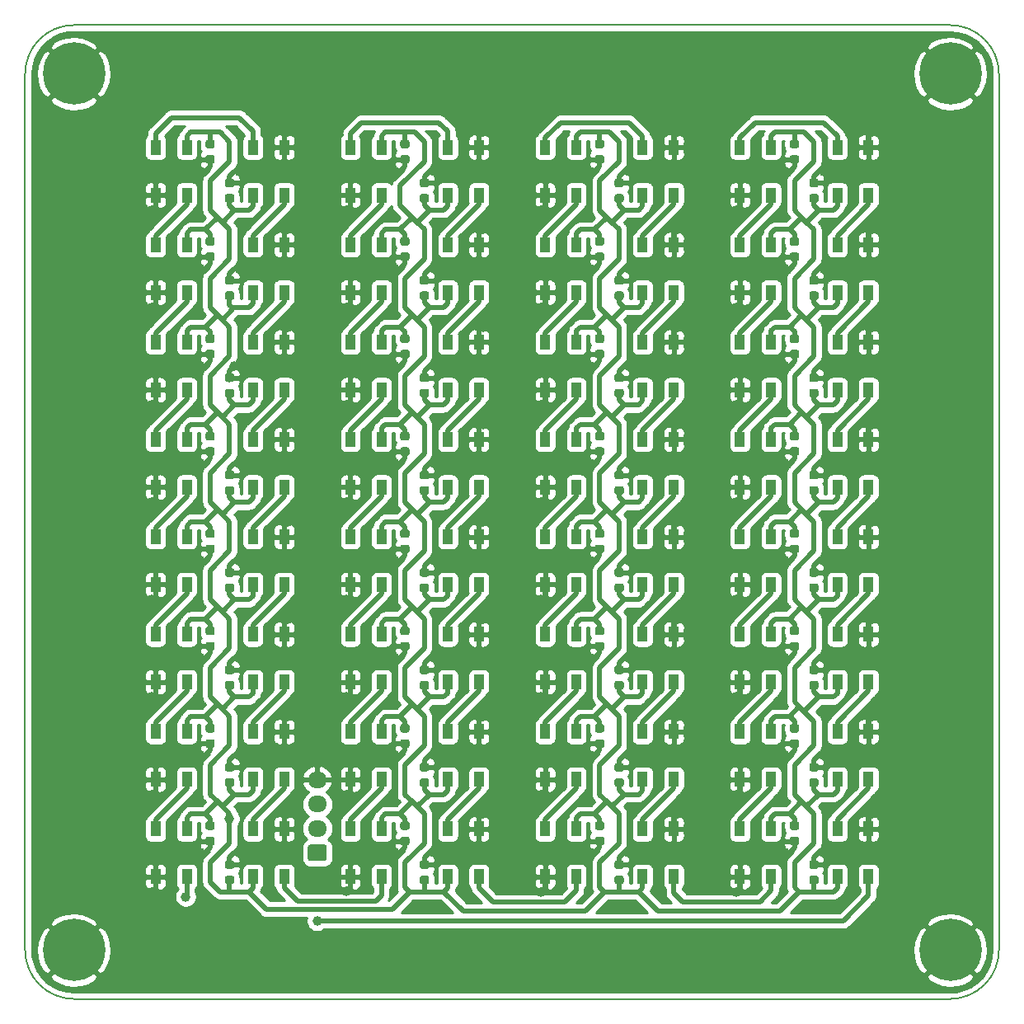
<source format=gbr>
%TF.GenerationSoftware,KiCad,Pcbnew,(5.1.6)-1*%
%TF.CreationDate,2020-12-06T00:26:17+01:00*%
%TF.ProjectId,04_La_Plaque_LEDS,30345f4c-615f-4506-9c61-7175655f4c45,rev?*%
%TF.SameCoordinates,Original*%
%TF.FileFunction,Copper,L1,Top*%
%TF.FilePolarity,Positive*%
%FSLAX46Y46*%
G04 Gerber Fmt 4.6, Leading zero omitted, Abs format (unit mm)*
G04 Created by KiCad (PCBNEW (5.1.6)-1) date 2020-12-06 00:26:17*
%MOMM*%
%LPD*%
G01*
G04 APERTURE LIST*
%TA.AperFunction,Profile*%
%ADD10C,0.150000*%
%TD*%
%TA.AperFunction,ComponentPad*%
%ADD11C,0.800000*%
%TD*%
%TA.AperFunction,ComponentPad*%
%ADD12C,6.400000*%
%TD*%
%TA.AperFunction,SMDPad,CuDef*%
%ADD13R,1.000000X1.500000*%
%TD*%
%TA.AperFunction,ComponentPad*%
%ADD14O,1.950000X1.700000*%
%TD*%
%TA.AperFunction,ViaPad*%
%ADD15C,1.000000*%
%TD*%
%TA.AperFunction,Conductor*%
%ADD16C,0.500000*%
%TD*%
%TA.AperFunction,Conductor*%
%ADD17C,0.254000*%
%TD*%
G04 APERTURE END LIST*
D10*
X195000000Y-55000000D02*
G75*
G02*
X200000000Y-60000000I0J-5000000D01*
G01*
X200000000Y-150000000D02*
G75*
G02*
X195000000Y-155000000I-5000000J0D01*
G01*
X105000000Y-155000000D02*
G75*
G02*
X100000000Y-150000000I0J5000000D01*
G01*
X100000000Y-60000000D02*
G75*
G02*
X105000000Y-55000000I5000000J0D01*
G01*
X100000000Y-150000000D02*
X100000000Y-60000000D01*
X195000000Y-155000000D02*
X105000000Y-155000000D01*
X200000000Y-60000000D02*
X200000000Y-150000000D01*
X105000000Y-55000000D02*
X195000000Y-55000000D01*
%TO.P,C20,1*%
%TO.N,+5V*%
%TA.AperFunction,SMDPad,CuDef*%
G36*
G01*
X138743750Y-106775000D02*
X139256250Y-106775000D01*
G75*
G02*
X139475000Y-106993750I0J-218750D01*
G01*
X139475000Y-107431250D01*
G75*
G02*
X139256250Y-107650000I-218750J0D01*
G01*
X138743750Y-107650000D01*
G75*
G02*
X138525000Y-107431250I0J218750D01*
G01*
X138525000Y-106993750D01*
G75*
G02*
X138743750Y-106775000I218750J0D01*
G01*
G37*
%TD.AperFunction*%
%TO.P,C20,2*%
%TO.N,GND*%
%TA.AperFunction,SMDPad,CuDef*%
G36*
G01*
X138743750Y-108350000D02*
X139256250Y-108350000D01*
G75*
G02*
X139475000Y-108568750I0J-218750D01*
G01*
X139475000Y-109006250D01*
G75*
G02*
X139256250Y-109225000I-218750J0D01*
G01*
X138743750Y-109225000D01*
G75*
G02*
X138525000Y-109006250I0J218750D01*
G01*
X138525000Y-108568750D01*
G75*
G02*
X138743750Y-108350000I218750J0D01*
G01*
G37*
%TD.AperFunction*%
%TD*%
%TO.P,C11,2*%
%TO.N,GND*%
%TA.AperFunction,SMDPad,CuDef*%
G36*
G01*
X121256250Y-91650000D02*
X120743750Y-91650000D01*
G75*
G02*
X120525000Y-91431250I0J218750D01*
G01*
X120525000Y-90993750D01*
G75*
G02*
X120743750Y-90775000I218750J0D01*
G01*
X121256250Y-90775000D01*
G75*
G02*
X121475000Y-90993750I0J-218750D01*
G01*
X121475000Y-91431250D01*
G75*
G02*
X121256250Y-91650000I-218750J0D01*
G01*
G37*
%TD.AperFunction*%
%TO.P,C11,1*%
%TO.N,+5V*%
%TA.AperFunction,SMDPad,CuDef*%
G36*
G01*
X121256250Y-93225000D02*
X120743750Y-93225000D01*
G75*
G02*
X120525000Y-93006250I0J218750D01*
G01*
X120525000Y-92568750D01*
G75*
G02*
X120743750Y-92350000I218750J0D01*
G01*
X121256250Y-92350000D01*
G75*
G02*
X121475000Y-92568750I0J-218750D01*
G01*
X121475000Y-93006250D01*
G75*
G02*
X121256250Y-93225000I-218750J0D01*
G01*
G37*
%TD.AperFunction*%
%TD*%
D11*
%TO.P,H3,1*%
%TO.N,GND*%
X196697056Y-148302944D03*
X195000000Y-147600000D03*
X193302944Y-148302944D03*
X192600000Y-150000000D03*
X193302944Y-151697056D03*
X195000000Y-152400000D03*
X196697056Y-151697056D03*
X197400000Y-150000000D03*
D12*
X195000000Y-150000000D03*
%TD*%
%TO.P,C15,2*%
%TO.N,GND*%
%TA.AperFunction,SMDPad,CuDef*%
G36*
G01*
X121256250Y-131650000D02*
X120743750Y-131650000D01*
G75*
G02*
X120525000Y-131431250I0J218750D01*
G01*
X120525000Y-130993750D01*
G75*
G02*
X120743750Y-130775000I218750J0D01*
G01*
X121256250Y-130775000D01*
G75*
G02*
X121475000Y-130993750I0J-218750D01*
G01*
X121475000Y-131431250D01*
G75*
G02*
X121256250Y-131650000I-218750J0D01*
G01*
G37*
%TD.AperFunction*%
%TO.P,C15,1*%
%TO.N,+5V*%
%TA.AperFunction,SMDPad,CuDef*%
G36*
G01*
X121256250Y-133225000D02*
X120743750Y-133225000D01*
G75*
G02*
X120525000Y-133006250I0J218750D01*
G01*
X120525000Y-132568750D01*
G75*
G02*
X120743750Y-132350000I218750J0D01*
G01*
X121256250Y-132350000D01*
G75*
G02*
X121475000Y-132568750I0J-218750D01*
G01*
X121475000Y-133006250D01*
G75*
G02*
X121256250Y-133225000I-218750J0D01*
G01*
G37*
%TD.AperFunction*%
%TD*%
%TO.P,C25,2*%
%TO.N,GND*%
%TA.AperFunction,SMDPad,CuDef*%
G36*
G01*
X141256250Y-71650000D02*
X140743750Y-71650000D01*
G75*
G02*
X140525000Y-71431250I0J218750D01*
G01*
X140525000Y-70993750D01*
G75*
G02*
X140743750Y-70775000I218750J0D01*
G01*
X141256250Y-70775000D01*
G75*
G02*
X141475000Y-70993750I0J-218750D01*
G01*
X141475000Y-71431250D01*
G75*
G02*
X141256250Y-71650000I-218750J0D01*
G01*
G37*
%TD.AperFunction*%
%TO.P,C25,1*%
%TO.N,+5V*%
%TA.AperFunction,SMDPad,CuDef*%
G36*
G01*
X141256250Y-73225000D02*
X140743750Y-73225000D01*
G75*
G02*
X140525000Y-73006250I0J218750D01*
G01*
X140525000Y-72568750D01*
G75*
G02*
X140743750Y-72350000I218750J0D01*
G01*
X141256250Y-72350000D01*
G75*
G02*
X141475000Y-72568750I0J-218750D01*
G01*
X141475000Y-73006250D01*
G75*
G02*
X141256250Y-73225000I-218750J0D01*
G01*
G37*
%TD.AperFunction*%
%TD*%
%TO.P,C35,1*%
%TO.N,+5V*%
%TA.AperFunction,SMDPad,CuDef*%
G36*
G01*
X158743750Y-116775000D02*
X159256250Y-116775000D01*
G75*
G02*
X159475000Y-116993750I0J-218750D01*
G01*
X159475000Y-117431250D01*
G75*
G02*
X159256250Y-117650000I-218750J0D01*
G01*
X158743750Y-117650000D01*
G75*
G02*
X158525000Y-117431250I0J218750D01*
G01*
X158525000Y-116993750D01*
G75*
G02*
X158743750Y-116775000I218750J0D01*
G01*
G37*
%TD.AperFunction*%
%TO.P,C35,2*%
%TO.N,GND*%
%TA.AperFunction,SMDPad,CuDef*%
G36*
G01*
X158743750Y-118350000D02*
X159256250Y-118350000D01*
G75*
G02*
X159475000Y-118568750I0J-218750D01*
G01*
X159475000Y-119006250D01*
G75*
G02*
X159256250Y-119225000I-218750J0D01*
G01*
X158743750Y-119225000D01*
G75*
G02*
X158525000Y-119006250I0J218750D01*
G01*
X158525000Y-118568750D01*
G75*
G02*
X158743750Y-118350000I218750J0D01*
G01*
G37*
%TD.AperFunction*%
%TD*%
%TO.P,C5,2*%
%TO.N,GND*%
%TA.AperFunction,SMDPad,CuDef*%
G36*
G01*
X118743750Y-98350000D02*
X119256250Y-98350000D01*
G75*
G02*
X119475000Y-98568750I0J-218750D01*
G01*
X119475000Y-99006250D01*
G75*
G02*
X119256250Y-99225000I-218750J0D01*
G01*
X118743750Y-99225000D01*
G75*
G02*
X118525000Y-99006250I0J218750D01*
G01*
X118525000Y-98568750D01*
G75*
G02*
X118743750Y-98350000I218750J0D01*
G01*
G37*
%TD.AperFunction*%
%TO.P,C5,1*%
%TO.N,+5V*%
%TA.AperFunction,SMDPad,CuDef*%
G36*
G01*
X118743750Y-96775000D02*
X119256250Y-96775000D01*
G75*
G02*
X119475000Y-96993750I0J-218750D01*
G01*
X119475000Y-97431250D01*
G75*
G02*
X119256250Y-97650000I-218750J0D01*
G01*
X118743750Y-97650000D01*
G75*
G02*
X118525000Y-97431250I0J218750D01*
G01*
X118525000Y-96993750D01*
G75*
G02*
X118743750Y-96775000I218750J0D01*
G01*
G37*
%TD.AperFunction*%
%TD*%
%TO.P,C12,2*%
%TO.N,GND*%
%TA.AperFunction,SMDPad,CuDef*%
G36*
G01*
X121256250Y-101650000D02*
X120743750Y-101650000D01*
G75*
G02*
X120525000Y-101431250I0J218750D01*
G01*
X120525000Y-100993750D01*
G75*
G02*
X120743750Y-100775000I218750J0D01*
G01*
X121256250Y-100775000D01*
G75*
G02*
X121475000Y-100993750I0J-218750D01*
G01*
X121475000Y-101431250D01*
G75*
G02*
X121256250Y-101650000I-218750J0D01*
G01*
G37*
%TD.AperFunction*%
%TO.P,C12,1*%
%TO.N,+5V*%
%TA.AperFunction,SMDPad,CuDef*%
G36*
G01*
X121256250Y-103225000D02*
X120743750Y-103225000D01*
G75*
G02*
X120525000Y-103006250I0J218750D01*
G01*
X120525000Y-102568750D01*
G75*
G02*
X120743750Y-102350000I218750J0D01*
G01*
X121256250Y-102350000D01*
G75*
G02*
X121475000Y-102568750I0J-218750D01*
G01*
X121475000Y-103006250D01*
G75*
G02*
X121256250Y-103225000I-218750J0D01*
G01*
G37*
%TD.AperFunction*%
%TD*%
%TO.P,C22,1*%
%TO.N,+5V*%
%TA.AperFunction,SMDPad,CuDef*%
G36*
G01*
X138743750Y-86775000D02*
X139256250Y-86775000D01*
G75*
G02*
X139475000Y-86993750I0J-218750D01*
G01*
X139475000Y-87431250D01*
G75*
G02*
X139256250Y-87650000I-218750J0D01*
G01*
X138743750Y-87650000D01*
G75*
G02*
X138525000Y-87431250I0J218750D01*
G01*
X138525000Y-86993750D01*
G75*
G02*
X138743750Y-86775000I218750J0D01*
G01*
G37*
%TD.AperFunction*%
%TO.P,C22,2*%
%TO.N,GND*%
%TA.AperFunction,SMDPad,CuDef*%
G36*
G01*
X138743750Y-88350000D02*
X139256250Y-88350000D01*
G75*
G02*
X139475000Y-88568750I0J-218750D01*
G01*
X139475000Y-89006250D01*
G75*
G02*
X139256250Y-89225000I-218750J0D01*
G01*
X138743750Y-89225000D01*
G75*
G02*
X138525000Y-89006250I0J218750D01*
G01*
X138525000Y-88568750D01*
G75*
G02*
X138743750Y-88350000I218750J0D01*
G01*
G37*
%TD.AperFunction*%
%TD*%
%TO.P,C32,2*%
%TO.N,GND*%
%TA.AperFunction,SMDPad,CuDef*%
G36*
G01*
X141256250Y-141650000D02*
X140743750Y-141650000D01*
G75*
G02*
X140525000Y-141431250I0J218750D01*
G01*
X140525000Y-140993750D01*
G75*
G02*
X140743750Y-140775000I218750J0D01*
G01*
X141256250Y-140775000D01*
G75*
G02*
X141475000Y-140993750I0J-218750D01*
G01*
X141475000Y-141431250D01*
G75*
G02*
X141256250Y-141650000I-218750J0D01*
G01*
G37*
%TD.AperFunction*%
%TO.P,C32,1*%
%TO.N,+5V*%
%TA.AperFunction,SMDPad,CuDef*%
G36*
G01*
X141256250Y-143225000D02*
X140743750Y-143225000D01*
G75*
G02*
X140525000Y-143006250I0J218750D01*
G01*
X140525000Y-142568750D01*
G75*
G02*
X140743750Y-142350000I218750J0D01*
G01*
X141256250Y-142350000D01*
G75*
G02*
X141475000Y-142568750I0J-218750D01*
G01*
X141475000Y-143006250D01*
G75*
G02*
X141256250Y-143225000I-218750J0D01*
G01*
G37*
%TD.AperFunction*%
%TD*%
%TO.P,C2,1*%
%TO.N,+5V*%
%TA.AperFunction,SMDPad,CuDef*%
G36*
G01*
X118743750Y-126775000D02*
X119256250Y-126775000D01*
G75*
G02*
X119475000Y-126993750I0J-218750D01*
G01*
X119475000Y-127431250D01*
G75*
G02*
X119256250Y-127650000I-218750J0D01*
G01*
X118743750Y-127650000D01*
G75*
G02*
X118525000Y-127431250I0J218750D01*
G01*
X118525000Y-126993750D01*
G75*
G02*
X118743750Y-126775000I218750J0D01*
G01*
G37*
%TD.AperFunction*%
%TO.P,C2,2*%
%TO.N,GND*%
%TA.AperFunction,SMDPad,CuDef*%
G36*
G01*
X118743750Y-128350000D02*
X119256250Y-128350000D01*
G75*
G02*
X119475000Y-128568750I0J-218750D01*
G01*
X119475000Y-129006250D01*
G75*
G02*
X119256250Y-129225000I-218750J0D01*
G01*
X118743750Y-129225000D01*
G75*
G02*
X118525000Y-129006250I0J218750D01*
G01*
X118525000Y-128568750D01*
G75*
G02*
X118743750Y-128350000I218750J0D01*
G01*
G37*
%TD.AperFunction*%
%TD*%
%TO.P,C16,2*%
%TO.N,GND*%
%TA.AperFunction,SMDPad,CuDef*%
G36*
G01*
X121256250Y-141650000D02*
X120743750Y-141650000D01*
G75*
G02*
X120525000Y-141431250I0J218750D01*
G01*
X120525000Y-140993750D01*
G75*
G02*
X120743750Y-140775000I218750J0D01*
G01*
X121256250Y-140775000D01*
G75*
G02*
X121475000Y-140993750I0J-218750D01*
G01*
X121475000Y-141431250D01*
G75*
G02*
X121256250Y-141650000I-218750J0D01*
G01*
G37*
%TD.AperFunction*%
%TO.P,C16,1*%
%TO.N,+5V*%
%TA.AperFunction,SMDPad,CuDef*%
G36*
G01*
X121256250Y-143225000D02*
X120743750Y-143225000D01*
G75*
G02*
X120525000Y-143006250I0J218750D01*
G01*
X120525000Y-142568750D01*
G75*
G02*
X120743750Y-142350000I218750J0D01*
G01*
X121256250Y-142350000D01*
G75*
G02*
X121475000Y-142568750I0J-218750D01*
G01*
X121475000Y-143006250D01*
G75*
G02*
X121256250Y-143225000I-218750J0D01*
G01*
G37*
%TD.AperFunction*%
%TD*%
%TO.P,C26,2*%
%TO.N,GND*%
%TA.AperFunction,SMDPad,CuDef*%
G36*
G01*
X141256250Y-81650000D02*
X140743750Y-81650000D01*
G75*
G02*
X140525000Y-81431250I0J218750D01*
G01*
X140525000Y-80993750D01*
G75*
G02*
X140743750Y-80775000I218750J0D01*
G01*
X141256250Y-80775000D01*
G75*
G02*
X141475000Y-80993750I0J-218750D01*
G01*
X141475000Y-81431250D01*
G75*
G02*
X141256250Y-81650000I-218750J0D01*
G01*
G37*
%TD.AperFunction*%
%TO.P,C26,1*%
%TO.N,+5V*%
%TA.AperFunction,SMDPad,CuDef*%
G36*
G01*
X141256250Y-83225000D02*
X140743750Y-83225000D01*
G75*
G02*
X140525000Y-83006250I0J218750D01*
G01*
X140525000Y-82568750D01*
G75*
G02*
X140743750Y-82350000I218750J0D01*
G01*
X141256250Y-82350000D01*
G75*
G02*
X141475000Y-82568750I0J-218750D01*
G01*
X141475000Y-83006250D01*
G75*
G02*
X141256250Y-83225000I-218750J0D01*
G01*
G37*
%TD.AperFunction*%
%TD*%
%TO.P,C36,1*%
%TO.N,+5V*%
%TA.AperFunction,SMDPad,CuDef*%
G36*
G01*
X158743750Y-106775000D02*
X159256250Y-106775000D01*
G75*
G02*
X159475000Y-106993750I0J-218750D01*
G01*
X159475000Y-107431250D01*
G75*
G02*
X159256250Y-107650000I-218750J0D01*
G01*
X158743750Y-107650000D01*
G75*
G02*
X158525000Y-107431250I0J218750D01*
G01*
X158525000Y-106993750D01*
G75*
G02*
X158743750Y-106775000I218750J0D01*
G01*
G37*
%TD.AperFunction*%
%TO.P,C36,2*%
%TO.N,GND*%
%TA.AperFunction,SMDPad,CuDef*%
G36*
G01*
X158743750Y-108350000D02*
X159256250Y-108350000D01*
G75*
G02*
X159475000Y-108568750I0J-218750D01*
G01*
X159475000Y-109006250D01*
G75*
G02*
X159256250Y-109225000I-218750J0D01*
G01*
X158743750Y-109225000D01*
G75*
G02*
X158525000Y-109006250I0J218750D01*
G01*
X158525000Y-108568750D01*
G75*
G02*
X158743750Y-108350000I218750J0D01*
G01*
G37*
%TD.AperFunction*%
%TD*%
%TO.P,C6,2*%
%TO.N,GND*%
%TA.AperFunction,SMDPad,CuDef*%
G36*
G01*
X118743750Y-88350000D02*
X119256250Y-88350000D01*
G75*
G02*
X119475000Y-88568750I0J-218750D01*
G01*
X119475000Y-89006250D01*
G75*
G02*
X119256250Y-89225000I-218750J0D01*
G01*
X118743750Y-89225000D01*
G75*
G02*
X118525000Y-89006250I0J218750D01*
G01*
X118525000Y-88568750D01*
G75*
G02*
X118743750Y-88350000I218750J0D01*
G01*
G37*
%TD.AperFunction*%
%TO.P,C6,1*%
%TO.N,+5V*%
%TA.AperFunction,SMDPad,CuDef*%
G36*
G01*
X118743750Y-86775000D02*
X119256250Y-86775000D01*
G75*
G02*
X119475000Y-86993750I0J-218750D01*
G01*
X119475000Y-87431250D01*
G75*
G02*
X119256250Y-87650000I-218750J0D01*
G01*
X118743750Y-87650000D01*
G75*
G02*
X118525000Y-87431250I0J218750D01*
G01*
X118525000Y-86993750D01*
G75*
G02*
X118743750Y-86775000I218750J0D01*
G01*
G37*
%TD.AperFunction*%
%TD*%
%TO.P,C19,1*%
%TO.N,+5V*%
%TA.AperFunction,SMDPad,CuDef*%
G36*
G01*
X138743750Y-116775000D02*
X139256250Y-116775000D01*
G75*
G02*
X139475000Y-116993750I0J-218750D01*
G01*
X139475000Y-117431250D01*
G75*
G02*
X139256250Y-117650000I-218750J0D01*
G01*
X138743750Y-117650000D01*
G75*
G02*
X138525000Y-117431250I0J218750D01*
G01*
X138525000Y-116993750D01*
G75*
G02*
X138743750Y-116775000I218750J0D01*
G01*
G37*
%TD.AperFunction*%
%TO.P,C19,2*%
%TO.N,GND*%
%TA.AperFunction,SMDPad,CuDef*%
G36*
G01*
X138743750Y-118350000D02*
X139256250Y-118350000D01*
G75*
G02*
X139475000Y-118568750I0J-218750D01*
G01*
X139475000Y-119006250D01*
G75*
G02*
X139256250Y-119225000I-218750J0D01*
G01*
X138743750Y-119225000D01*
G75*
G02*
X138525000Y-119006250I0J218750D01*
G01*
X138525000Y-118568750D01*
G75*
G02*
X138743750Y-118350000I218750J0D01*
G01*
G37*
%TD.AperFunction*%
%TD*%
%TO.P,C29,1*%
%TO.N,+5V*%
%TA.AperFunction,SMDPad,CuDef*%
G36*
G01*
X141256250Y-113225000D02*
X140743750Y-113225000D01*
G75*
G02*
X140525000Y-113006250I0J218750D01*
G01*
X140525000Y-112568750D01*
G75*
G02*
X140743750Y-112350000I218750J0D01*
G01*
X141256250Y-112350000D01*
G75*
G02*
X141475000Y-112568750I0J-218750D01*
G01*
X141475000Y-113006250D01*
G75*
G02*
X141256250Y-113225000I-218750J0D01*
G01*
G37*
%TD.AperFunction*%
%TO.P,C29,2*%
%TO.N,GND*%
%TA.AperFunction,SMDPad,CuDef*%
G36*
G01*
X141256250Y-111650000D02*
X140743750Y-111650000D01*
G75*
G02*
X140525000Y-111431250I0J218750D01*
G01*
X140525000Y-110993750D01*
G75*
G02*
X140743750Y-110775000I218750J0D01*
G01*
X141256250Y-110775000D01*
G75*
G02*
X141475000Y-110993750I0J-218750D01*
G01*
X141475000Y-111431250D01*
G75*
G02*
X141256250Y-111650000I-218750J0D01*
G01*
G37*
%TD.AperFunction*%
%TD*%
%TO.P,C39,2*%
%TO.N,GND*%
%TA.AperFunction,SMDPad,CuDef*%
G36*
G01*
X158743750Y-78350000D02*
X159256250Y-78350000D01*
G75*
G02*
X159475000Y-78568750I0J-218750D01*
G01*
X159475000Y-79006250D01*
G75*
G02*
X159256250Y-79225000I-218750J0D01*
G01*
X158743750Y-79225000D01*
G75*
G02*
X158525000Y-79006250I0J218750D01*
G01*
X158525000Y-78568750D01*
G75*
G02*
X158743750Y-78350000I218750J0D01*
G01*
G37*
%TD.AperFunction*%
%TO.P,C39,1*%
%TO.N,+5V*%
%TA.AperFunction,SMDPad,CuDef*%
G36*
G01*
X158743750Y-76775000D02*
X159256250Y-76775000D01*
G75*
G02*
X159475000Y-76993750I0J-218750D01*
G01*
X159475000Y-77431250D01*
G75*
G02*
X159256250Y-77650000I-218750J0D01*
G01*
X158743750Y-77650000D01*
G75*
G02*
X158525000Y-77431250I0J218750D01*
G01*
X158525000Y-76993750D01*
G75*
G02*
X158743750Y-76775000I218750J0D01*
G01*
G37*
%TD.AperFunction*%
%TD*%
%TO.P,C9,1*%
%TO.N,+5V*%
%TA.AperFunction,SMDPad,CuDef*%
G36*
G01*
X121256250Y-73225000D02*
X120743750Y-73225000D01*
G75*
G02*
X120525000Y-73006250I0J218750D01*
G01*
X120525000Y-72568750D01*
G75*
G02*
X120743750Y-72350000I218750J0D01*
G01*
X121256250Y-72350000D01*
G75*
G02*
X121475000Y-72568750I0J-218750D01*
G01*
X121475000Y-73006250D01*
G75*
G02*
X121256250Y-73225000I-218750J0D01*
G01*
G37*
%TD.AperFunction*%
%TO.P,C9,2*%
%TO.N,GND*%
%TA.AperFunction,SMDPad,CuDef*%
G36*
G01*
X121256250Y-71650000D02*
X120743750Y-71650000D01*
G75*
G02*
X120525000Y-71431250I0J218750D01*
G01*
X120525000Y-70993750D01*
G75*
G02*
X120743750Y-70775000I218750J0D01*
G01*
X121256250Y-70775000D01*
G75*
G02*
X121475000Y-70993750I0J-218750D01*
G01*
X121475000Y-71431250D01*
G75*
G02*
X121256250Y-71650000I-218750J0D01*
G01*
G37*
%TD.AperFunction*%
%TD*%
%TO.P,C17,2*%
%TO.N,GND*%
%TA.AperFunction,SMDPad,CuDef*%
G36*
G01*
X138743750Y-138350000D02*
X139256250Y-138350000D01*
G75*
G02*
X139475000Y-138568750I0J-218750D01*
G01*
X139475000Y-139006250D01*
G75*
G02*
X139256250Y-139225000I-218750J0D01*
G01*
X138743750Y-139225000D01*
G75*
G02*
X138525000Y-139006250I0J218750D01*
G01*
X138525000Y-138568750D01*
G75*
G02*
X138743750Y-138350000I218750J0D01*
G01*
G37*
%TD.AperFunction*%
%TO.P,C17,1*%
%TO.N,+5V*%
%TA.AperFunction,SMDPad,CuDef*%
G36*
G01*
X138743750Y-136775000D02*
X139256250Y-136775000D01*
G75*
G02*
X139475000Y-136993750I0J-218750D01*
G01*
X139475000Y-137431250D01*
G75*
G02*
X139256250Y-137650000I-218750J0D01*
G01*
X138743750Y-137650000D01*
G75*
G02*
X138525000Y-137431250I0J218750D01*
G01*
X138525000Y-136993750D01*
G75*
G02*
X138743750Y-136775000I218750J0D01*
G01*
G37*
%TD.AperFunction*%
%TD*%
%TO.P,C27,1*%
%TO.N,+5V*%
%TA.AperFunction,SMDPad,CuDef*%
G36*
G01*
X141256250Y-93225000D02*
X140743750Y-93225000D01*
G75*
G02*
X140525000Y-93006250I0J218750D01*
G01*
X140525000Y-92568750D01*
G75*
G02*
X140743750Y-92350000I218750J0D01*
G01*
X141256250Y-92350000D01*
G75*
G02*
X141475000Y-92568750I0J-218750D01*
G01*
X141475000Y-93006250D01*
G75*
G02*
X141256250Y-93225000I-218750J0D01*
G01*
G37*
%TD.AperFunction*%
%TO.P,C27,2*%
%TO.N,GND*%
%TA.AperFunction,SMDPad,CuDef*%
G36*
G01*
X141256250Y-91650000D02*
X140743750Y-91650000D01*
G75*
G02*
X140525000Y-91431250I0J218750D01*
G01*
X140525000Y-90993750D01*
G75*
G02*
X140743750Y-90775000I218750J0D01*
G01*
X141256250Y-90775000D01*
G75*
G02*
X141475000Y-90993750I0J-218750D01*
G01*
X141475000Y-91431250D01*
G75*
G02*
X141256250Y-91650000I-218750J0D01*
G01*
G37*
%TD.AperFunction*%
%TD*%
%TO.P,C37,1*%
%TO.N,+5V*%
%TA.AperFunction,SMDPad,CuDef*%
G36*
G01*
X158743750Y-96775000D02*
X159256250Y-96775000D01*
G75*
G02*
X159475000Y-96993750I0J-218750D01*
G01*
X159475000Y-97431250D01*
G75*
G02*
X159256250Y-97650000I-218750J0D01*
G01*
X158743750Y-97650000D01*
G75*
G02*
X158525000Y-97431250I0J218750D01*
G01*
X158525000Y-96993750D01*
G75*
G02*
X158743750Y-96775000I218750J0D01*
G01*
G37*
%TD.AperFunction*%
%TO.P,C37,2*%
%TO.N,GND*%
%TA.AperFunction,SMDPad,CuDef*%
G36*
G01*
X158743750Y-98350000D02*
X159256250Y-98350000D01*
G75*
G02*
X159475000Y-98568750I0J-218750D01*
G01*
X159475000Y-99006250D01*
G75*
G02*
X159256250Y-99225000I-218750J0D01*
G01*
X158743750Y-99225000D01*
G75*
G02*
X158525000Y-99006250I0J218750D01*
G01*
X158525000Y-98568750D01*
G75*
G02*
X158743750Y-98350000I218750J0D01*
G01*
G37*
%TD.AperFunction*%
%TD*%
%TO.P,C7,2*%
%TO.N,GND*%
%TA.AperFunction,SMDPad,CuDef*%
G36*
G01*
X118743750Y-78350000D02*
X119256250Y-78350000D01*
G75*
G02*
X119475000Y-78568750I0J-218750D01*
G01*
X119475000Y-79006250D01*
G75*
G02*
X119256250Y-79225000I-218750J0D01*
G01*
X118743750Y-79225000D01*
G75*
G02*
X118525000Y-79006250I0J218750D01*
G01*
X118525000Y-78568750D01*
G75*
G02*
X118743750Y-78350000I218750J0D01*
G01*
G37*
%TD.AperFunction*%
%TO.P,C7,1*%
%TO.N,+5V*%
%TA.AperFunction,SMDPad,CuDef*%
G36*
G01*
X118743750Y-76775000D02*
X119256250Y-76775000D01*
G75*
G02*
X119475000Y-76993750I0J-218750D01*
G01*
X119475000Y-77431250D01*
G75*
G02*
X119256250Y-77650000I-218750J0D01*
G01*
X118743750Y-77650000D01*
G75*
G02*
X118525000Y-77431250I0J218750D01*
G01*
X118525000Y-76993750D01*
G75*
G02*
X118743750Y-76775000I218750J0D01*
G01*
G37*
%TD.AperFunction*%
%TD*%
%TO.P,C30,2*%
%TO.N,GND*%
%TA.AperFunction,SMDPad,CuDef*%
G36*
G01*
X141256250Y-121650000D02*
X140743750Y-121650000D01*
G75*
G02*
X140525000Y-121431250I0J218750D01*
G01*
X140525000Y-120993750D01*
G75*
G02*
X140743750Y-120775000I218750J0D01*
G01*
X141256250Y-120775000D01*
G75*
G02*
X141475000Y-120993750I0J-218750D01*
G01*
X141475000Y-121431250D01*
G75*
G02*
X141256250Y-121650000I-218750J0D01*
G01*
G37*
%TD.AperFunction*%
%TO.P,C30,1*%
%TO.N,+5V*%
%TA.AperFunction,SMDPad,CuDef*%
G36*
G01*
X141256250Y-123225000D02*
X140743750Y-123225000D01*
G75*
G02*
X140525000Y-123006250I0J218750D01*
G01*
X140525000Y-122568750D01*
G75*
G02*
X140743750Y-122350000I218750J0D01*
G01*
X141256250Y-122350000D01*
G75*
G02*
X141475000Y-122568750I0J-218750D01*
G01*
X141475000Y-123006250D01*
G75*
G02*
X141256250Y-123225000I-218750J0D01*
G01*
G37*
%TD.AperFunction*%
%TD*%
%TO.P,C40,2*%
%TO.N,GND*%
%TA.AperFunction,SMDPad,CuDef*%
G36*
G01*
X158743750Y-68350000D02*
X159256250Y-68350000D01*
G75*
G02*
X159475000Y-68568750I0J-218750D01*
G01*
X159475000Y-69006250D01*
G75*
G02*
X159256250Y-69225000I-218750J0D01*
G01*
X158743750Y-69225000D01*
G75*
G02*
X158525000Y-69006250I0J218750D01*
G01*
X158525000Y-68568750D01*
G75*
G02*
X158743750Y-68350000I218750J0D01*
G01*
G37*
%TD.AperFunction*%
%TO.P,C40,1*%
%TO.N,+5V*%
%TA.AperFunction,SMDPad,CuDef*%
G36*
G01*
X158743750Y-66775000D02*
X159256250Y-66775000D01*
G75*
G02*
X159475000Y-66993750I0J-218750D01*
G01*
X159475000Y-67431250D01*
G75*
G02*
X159256250Y-67650000I-218750J0D01*
G01*
X158743750Y-67650000D01*
G75*
G02*
X158525000Y-67431250I0J218750D01*
G01*
X158525000Y-66993750D01*
G75*
G02*
X158743750Y-66775000I218750J0D01*
G01*
G37*
%TD.AperFunction*%
%TD*%
%TO.P,C10,1*%
%TO.N,+5V*%
%TA.AperFunction,SMDPad,CuDef*%
G36*
G01*
X121256250Y-83225000D02*
X120743750Y-83225000D01*
G75*
G02*
X120525000Y-83006250I0J218750D01*
G01*
X120525000Y-82568750D01*
G75*
G02*
X120743750Y-82350000I218750J0D01*
G01*
X121256250Y-82350000D01*
G75*
G02*
X121475000Y-82568750I0J-218750D01*
G01*
X121475000Y-83006250D01*
G75*
G02*
X121256250Y-83225000I-218750J0D01*
G01*
G37*
%TD.AperFunction*%
%TO.P,C10,2*%
%TO.N,GND*%
%TA.AperFunction,SMDPad,CuDef*%
G36*
G01*
X121256250Y-81650000D02*
X120743750Y-81650000D01*
G75*
G02*
X120525000Y-81431250I0J218750D01*
G01*
X120525000Y-80993750D01*
G75*
G02*
X120743750Y-80775000I218750J0D01*
G01*
X121256250Y-80775000D01*
G75*
G02*
X121475000Y-80993750I0J-218750D01*
G01*
X121475000Y-81431250D01*
G75*
G02*
X121256250Y-81650000I-218750J0D01*
G01*
G37*
%TD.AperFunction*%
%TD*%
%TO.P,C18,2*%
%TO.N,GND*%
%TA.AperFunction,SMDPad,CuDef*%
G36*
G01*
X138743750Y-128350000D02*
X139256250Y-128350000D01*
G75*
G02*
X139475000Y-128568750I0J-218750D01*
G01*
X139475000Y-129006250D01*
G75*
G02*
X139256250Y-129225000I-218750J0D01*
G01*
X138743750Y-129225000D01*
G75*
G02*
X138525000Y-129006250I0J218750D01*
G01*
X138525000Y-128568750D01*
G75*
G02*
X138743750Y-128350000I218750J0D01*
G01*
G37*
%TD.AperFunction*%
%TO.P,C18,1*%
%TO.N,+5V*%
%TA.AperFunction,SMDPad,CuDef*%
G36*
G01*
X138743750Y-126775000D02*
X139256250Y-126775000D01*
G75*
G02*
X139475000Y-126993750I0J-218750D01*
G01*
X139475000Y-127431250D01*
G75*
G02*
X139256250Y-127650000I-218750J0D01*
G01*
X138743750Y-127650000D01*
G75*
G02*
X138525000Y-127431250I0J218750D01*
G01*
X138525000Y-126993750D01*
G75*
G02*
X138743750Y-126775000I218750J0D01*
G01*
G37*
%TD.AperFunction*%
%TD*%
%TO.P,C28,1*%
%TO.N,+5V*%
%TA.AperFunction,SMDPad,CuDef*%
G36*
G01*
X141256250Y-103225000D02*
X140743750Y-103225000D01*
G75*
G02*
X140525000Y-103006250I0J218750D01*
G01*
X140525000Y-102568750D01*
G75*
G02*
X140743750Y-102350000I218750J0D01*
G01*
X141256250Y-102350000D01*
G75*
G02*
X141475000Y-102568750I0J-218750D01*
G01*
X141475000Y-103006250D01*
G75*
G02*
X141256250Y-103225000I-218750J0D01*
G01*
G37*
%TD.AperFunction*%
%TO.P,C28,2*%
%TO.N,GND*%
%TA.AperFunction,SMDPad,CuDef*%
G36*
G01*
X141256250Y-101650000D02*
X140743750Y-101650000D01*
G75*
G02*
X140525000Y-101431250I0J218750D01*
G01*
X140525000Y-100993750D01*
G75*
G02*
X140743750Y-100775000I218750J0D01*
G01*
X141256250Y-100775000D01*
G75*
G02*
X141475000Y-100993750I0J-218750D01*
G01*
X141475000Y-101431250D01*
G75*
G02*
X141256250Y-101650000I-218750J0D01*
G01*
G37*
%TD.AperFunction*%
%TD*%
%TO.P,C38,2*%
%TO.N,GND*%
%TA.AperFunction,SMDPad,CuDef*%
G36*
G01*
X158743750Y-88350000D02*
X159256250Y-88350000D01*
G75*
G02*
X159475000Y-88568750I0J-218750D01*
G01*
X159475000Y-89006250D01*
G75*
G02*
X159256250Y-89225000I-218750J0D01*
G01*
X158743750Y-89225000D01*
G75*
G02*
X158525000Y-89006250I0J218750D01*
G01*
X158525000Y-88568750D01*
G75*
G02*
X158743750Y-88350000I218750J0D01*
G01*
G37*
%TD.AperFunction*%
%TO.P,C38,1*%
%TO.N,+5V*%
%TA.AperFunction,SMDPad,CuDef*%
G36*
G01*
X158743750Y-86775000D02*
X159256250Y-86775000D01*
G75*
G02*
X159475000Y-86993750I0J-218750D01*
G01*
X159475000Y-87431250D01*
G75*
G02*
X159256250Y-87650000I-218750J0D01*
G01*
X158743750Y-87650000D01*
G75*
G02*
X158525000Y-87431250I0J218750D01*
G01*
X158525000Y-86993750D01*
G75*
G02*
X158743750Y-86775000I218750J0D01*
G01*
G37*
%TD.AperFunction*%
%TD*%
%TO.P,C8,2*%
%TO.N,GND*%
%TA.AperFunction,SMDPad,CuDef*%
G36*
G01*
X118743750Y-68350000D02*
X119256250Y-68350000D01*
G75*
G02*
X119475000Y-68568750I0J-218750D01*
G01*
X119475000Y-69006250D01*
G75*
G02*
X119256250Y-69225000I-218750J0D01*
G01*
X118743750Y-69225000D01*
G75*
G02*
X118525000Y-69006250I0J218750D01*
G01*
X118525000Y-68568750D01*
G75*
G02*
X118743750Y-68350000I218750J0D01*
G01*
G37*
%TD.AperFunction*%
%TO.P,C8,1*%
%TO.N,+5V*%
%TA.AperFunction,SMDPad,CuDef*%
G36*
G01*
X118743750Y-66775000D02*
X119256250Y-66775000D01*
G75*
G02*
X119475000Y-66993750I0J-218750D01*
G01*
X119475000Y-67431250D01*
G75*
G02*
X119256250Y-67650000I-218750J0D01*
G01*
X118743750Y-67650000D01*
G75*
G02*
X118525000Y-67431250I0J218750D01*
G01*
X118525000Y-66993750D01*
G75*
G02*
X118743750Y-66775000I218750J0D01*
G01*
G37*
%TD.AperFunction*%
%TD*%
%TO.P,C13,1*%
%TO.N,+5V*%
%TA.AperFunction,SMDPad,CuDef*%
G36*
G01*
X121256250Y-113225000D02*
X120743750Y-113225000D01*
G75*
G02*
X120525000Y-113006250I0J218750D01*
G01*
X120525000Y-112568750D01*
G75*
G02*
X120743750Y-112350000I218750J0D01*
G01*
X121256250Y-112350000D01*
G75*
G02*
X121475000Y-112568750I0J-218750D01*
G01*
X121475000Y-113006250D01*
G75*
G02*
X121256250Y-113225000I-218750J0D01*
G01*
G37*
%TD.AperFunction*%
%TO.P,C13,2*%
%TO.N,GND*%
%TA.AperFunction,SMDPad,CuDef*%
G36*
G01*
X121256250Y-111650000D02*
X120743750Y-111650000D01*
G75*
G02*
X120525000Y-111431250I0J218750D01*
G01*
X120525000Y-110993750D01*
G75*
G02*
X120743750Y-110775000I218750J0D01*
G01*
X121256250Y-110775000D01*
G75*
G02*
X121475000Y-110993750I0J-218750D01*
G01*
X121475000Y-111431250D01*
G75*
G02*
X121256250Y-111650000I-218750J0D01*
G01*
G37*
%TD.AperFunction*%
%TD*%
%TO.P,C23,2*%
%TO.N,GND*%
%TA.AperFunction,SMDPad,CuDef*%
G36*
G01*
X138743750Y-78350000D02*
X139256250Y-78350000D01*
G75*
G02*
X139475000Y-78568750I0J-218750D01*
G01*
X139475000Y-79006250D01*
G75*
G02*
X139256250Y-79225000I-218750J0D01*
G01*
X138743750Y-79225000D01*
G75*
G02*
X138525000Y-79006250I0J218750D01*
G01*
X138525000Y-78568750D01*
G75*
G02*
X138743750Y-78350000I218750J0D01*
G01*
G37*
%TD.AperFunction*%
%TO.P,C23,1*%
%TO.N,+5V*%
%TA.AperFunction,SMDPad,CuDef*%
G36*
G01*
X138743750Y-76775000D02*
X139256250Y-76775000D01*
G75*
G02*
X139475000Y-76993750I0J-218750D01*
G01*
X139475000Y-77431250D01*
G75*
G02*
X139256250Y-77650000I-218750J0D01*
G01*
X138743750Y-77650000D01*
G75*
G02*
X138525000Y-77431250I0J218750D01*
G01*
X138525000Y-76993750D01*
G75*
G02*
X138743750Y-76775000I218750J0D01*
G01*
G37*
%TD.AperFunction*%
%TD*%
%TO.P,C33,2*%
%TO.N,GND*%
%TA.AperFunction,SMDPad,CuDef*%
G36*
G01*
X158743750Y-138350000D02*
X159256250Y-138350000D01*
G75*
G02*
X159475000Y-138568750I0J-218750D01*
G01*
X159475000Y-139006250D01*
G75*
G02*
X159256250Y-139225000I-218750J0D01*
G01*
X158743750Y-139225000D01*
G75*
G02*
X158525000Y-139006250I0J218750D01*
G01*
X158525000Y-138568750D01*
G75*
G02*
X158743750Y-138350000I218750J0D01*
G01*
G37*
%TD.AperFunction*%
%TO.P,C33,1*%
%TO.N,+5V*%
%TA.AperFunction,SMDPad,CuDef*%
G36*
G01*
X158743750Y-136775000D02*
X159256250Y-136775000D01*
G75*
G02*
X159475000Y-136993750I0J-218750D01*
G01*
X159475000Y-137431250D01*
G75*
G02*
X159256250Y-137650000I-218750J0D01*
G01*
X158743750Y-137650000D01*
G75*
G02*
X158525000Y-137431250I0J218750D01*
G01*
X158525000Y-136993750D01*
G75*
G02*
X158743750Y-136775000I218750J0D01*
G01*
G37*
%TD.AperFunction*%
%TD*%
%TO.P,C3,1*%
%TO.N,+5V*%
%TA.AperFunction,SMDPad,CuDef*%
G36*
G01*
X118743750Y-116775000D02*
X119256250Y-116775000D01*
G75*
G02*
X119475000Y-116993750I0J-218750D01*
G01*
X119475000Y-117431250D01*
G75*
G02*
X119256250Y-117650000I-218750J0D01*
G01*
X118743750Y-117650000D01*
G75*
G02*
X118525000Y-117431250I0J218750D01*
G01*
X118525000Y-116993750D01*
G75*
G02*
X118743750Y-116775000I218750J0D01*
G01*
G37*
%TD.AperFunction*%
%TO.P,C3,2*%
%TO.N,GND*%
%TA.AperFunction,SMDPad,CuDef*%
G36*
G01*
X118743750Y-118350000D02*
X119256250Y-118350000D01*
G75*
G02*
X119475000Y-118568750I0J-218750D01*
G01*
X119475000Y-119006250D01*
G75*
G02*
X119256250Y-119225000I-218750J0D01*
G01*
X118743750Y-119225000D01*
G75*
G02*
X118525000Y-119006250I0J218750D01*
G01*
X118525000Y-118568750D01*
G75*
G02*
X118743750Y-118350000I218750J0D01*
G01*
G37*
%TD.AperFunction*%
%TD*%
%TO.P,C21,1*%
%TO.N,+5V*%
%TA.AperFunction,SMDPad,CuDef*%
G36*
G01*
X138743750Y-96775000D02*
X139256250Y-96775000D01*
G75*
G02*
X139475000Y-96993750I0J-218750D01*
G01*
X139475000Y-97431250D01*
G75*
G02*
X139256250Y-97650000I-218750J0D01*
G01*
X138743750Y-97650000D01*
G75*
G02*
X138525000Y-97431250I0J218750D01*
G01*
X138525000Y-96993750D01*
G75*
G02*
X138743750Y-96775000I218750J0D01*
G01*
G37*
%TD.AperFunction*%
%TO.P,C21,2*%
%TO.N,GND*%
%TA.AperFunction,SMDPad,CuDef*%
G36*
G01*
X138743750Y-98350000D02*
X139256250Y-98350000D01*
G75*
G02*
X139475000Y-98568750I0J-218750D01*
G01*
X139475000Y-99006250D01*
G75*
G02*
X139256250Y-99225000I-218750J0D01*
G01*
X138743750Y-99225000D01*
G75*
G02*
X138525000Y-99006250I0J218750D01*
G01*
X138525000Y-98568750D01*
G75*
G02*
X138743750Y-98350000I218750J0D01*
G01*
G37*
%TD.AperFunction*%
%TD*%
%TO.P,C31,1*%
%TO.N,+5V*%
%TA.AperFunction,SMDPad,CuDef*%
G36*
G01*
X141256250Y-133225000D02*
X140743750Y-133225000D01*
G75*
G02*
X140525000Y-133006250I0J218750D01*
G01*
X140525000Y-132568750D01*
G75*
G02*
X140743750Y-132350000I218750J0D01*
G01*
X141256250Y-132350000D01*
G75*
G02*
X141475000Y-132568750I0J-218750D01*
G01*
X141475000Y-133006250D01*
G75*
G02*
X141256250Y-133225000I-218750J0D01*
G01*
G37*
%TD.AperFunction*%
%TO.P,C31,2*%
%TO.N,GND*%
%TA.AperFunction,SMDPad,CuDef*%
G36*
G01*
X141256250Y-131650000D02*
X140743750Y-131650000D01*
G75*
G02*
X140525000Y-131431250I0J218750D01*
G01*
X140525000Y-130993750D01*
G75*
G02*
X140743750Y-130775000I218750J0D01*
G01*
X141256250Y-130775000D01*
G75*
G02*
X141475000Y-130993750I0J-218750D01*
G01*
X141475000Y-131431250D01*
G75*
G02*
X141256250Y-131650000I-218750J0D01*
G01*
G37*
%TD.AperFunction*%
%TD*%
%TO.P,C1,2*%
%TO.N,GND*%
%TA.AperFunction,SMDPad,CuDef*%
G36*
G01*
X118743750Y-138350000D02*
X119256250Y-138350000D01*
G75*
G02*
X119475000Y-138568750I0J-218750D01*
G01*
X119475000Y-139006250D01*
G75*
G02*
X119256250Y-139225000I-218750J0D01*
G01*
X118743750Y-139225000D01*
G75*
G02*
X118525000Y-139006250I0J218750D01*
G01*
X118525000Y-138568750D01*
G75*
G02*
X118743750Y-138350000I218750J0D01*
G01*
G37*
%TD.AperFunction*%
%TO.P,C1,1*%
%TO.N,+5V*%
%TA.AperFunction,SMDPad,CuDef*%
G36*
G01*
X118743750Y-136775000D02*
X119256250Y-136775000D01*
G75*
G02*
X119475000Y-136993750I0J-218750D01*
G01*
X119475000Y-137431250D01*
G75*
G02*
X119256250Y-137650000I-218750J0D01*
G01*
X118743750Y-137650000D01*
G75*
G02*
X118525000Y-137431250I0J218750D01*
G01*
X118525000Y-136993750D01*
G75*
G02*
X118743750Y-136775000I218750J0D01*
G01*
G37*
%TD.AperFunction*%
%TD*%
%TO.P,C14,1*%
%TO.N,+5V*%
%TA.AperFunction,SMDPad,CuDef*%
G36*
G01*
X121256250Y-123225000D02*
X120743750Y-123225000D01*
G75*
G02*
X120525000Y-123006250I0J218750D01*
G01*
X120525000Y-122568750D01*
G75*
G02*
X120743750Y-122350000I218750J0D01*
G01*
X121256250Y-122350000D01*
G75*
G02*
X121475000Y-122568750I0J-218750D01*
G01*
X121475000Y-123006250D01*
G75*
G02*
X121256250Y-123225000I-218750J0D01*
G01*
G37*
%TD.AperFunction*%
%TO.P,C14,2*%
%TO.N,GND*%
%TA.AperFunction,SMDPad,CuDef*%
G36*
G01*
X121256250Y-121650000D02*
X120743750Y-121650000D01*
G75*
G02*
X120525000Y-121431250I0J218750D01*
G01*
X120525000Y-120993750D01*
G75*
G02*
X120743750Y-120775000I218750J0D01*
G01*
X121256250Y-120775000D01*
G75*
G02*
X121475000Y-120993750I0J-218750D01*
G01*
X121475000Y-121431250D01*
G75*
G02*
X121256250Y-121650000I-218750J0D01*
G01*
G37*
%TD.AperFunction*%
%TD*%
%TO.P,C24,2*%
%TO.N,GND*%
%TA.AperFunction,SMDPad,CuDef*%
G36*
G01*
X138743750Y-68350000D02*
X139256250Y-68350000D01*
G75*
G02*
X139475000Y-68568750I0J-218750D01*
G01*
X139475000Y-69006250D01*
G75*
G02*
X139256250Y-69225000I-218750J0D01*
G01*
X138743750Y-69225000D01*
G75*
G02*
X138525000Y-69006250I0J218750D01*
G01*
X138525000Y-68568750D01*
G75*
G02*
X138743750Y-68350000I218750J0D01*
G01*
G37*
%TD.AperFunction*%
%TO.P,C24,1*%
%TO.N,+5V*%
%TA.AperFunction,SMDPad,CuDef*%
G36*
G01*
X138743750Y-66775000D02*
X139256250Y-66775000D01*
G75*
G02*
X139475000Y-66993750I0J-218750D01*
G01*
X139475000Y-67431250D01*
G75*
G02*
X139256250Y-67650000I-218750J0D01*
G01*
X138743750Y-67650000D01*
G75*
G02*
X138525000Y-67431250I0J218750D01*
G01*
X138525000Y-66993750D01*
G75*
G02*
X138743750Y-66775000I218750J0D01*
G01*
G37*
%TD.AperFunction*%
%TD*%
%TO.P,C34,2*%
%TO.N,GND*%
%TA.AperFunction,SMDPad,CuDef*%
G36*
G01*
X158743750Y-128350000D02*
X159256250Y-128350000D01*
G75*
G02*
X159475000Y-128568750I0J-218750D01*
G01*
X159475000Y-129006250D01*
G75*
G02*
X159256250Y-129225000I-218750J0D01*
G01*
X158743750Y-129225000D01*
G75*
G02*
X158525000Y-129006250I0J218750D01*
G01*
X158525000Y-128568750D01*
G75*
G02*
X158743750Y-128350000I218750J0D01*
G01*
G37*
%TD.AperFunction*%
%TO.P,C34,1*%
%TO.N,+5V*%
%TA.AperFunction,SMDPad,CuDef*%
G36*
G01*
X158743750Y-126775000D02*
X159256250Y-126775000D01*
G75*
G02*
X159475000Y-126993750I0J-218750D01*
G01*
X159475000Y-127431250D01*
G75*
G02*
X159256250Y-127650000I-218750J0D01*
G01*
X158743750Y-127650000D01*
G75*
G02*
X158525000Y-127431250I0J218750D01*
G01*
X158525000Y-126993750D01*
G75*
G02*
X158743750Y-126775000I218750J0D01*
G01*
G37*
%TD.AperFunction*%
%TD*%
%TO.P,C4,1*%
%TO.N,+5V*%
%TA.AperFunction,SMDPad,CuDef*%
G36*
G01*
X118743750Y-106775000D02*
X119256250Y-106775000D01*
G75*
G02*
X119475000Y-106993750I0J-218750D01*
G01*
X119475000Y-107431250D01*
G75*
G02*
X119256250Y-107650000I-218750J0D01*
G01*
X118743750Y-107650000D01*
G75*
G02*
X118525000Y-107431250I0J218750D01*
G01*
X118525000Y-106993750D01*
G75*
G02*
X118743750Y-106775000I218750J0D01*
G01*
G37*
%TD.AperFunction*%
%TO.P,C4,2*%
%TO.N,GND*%
%TA.AperFunction,SMDPad,CuDef*%
G36*
G01*
X118743750Y-108350000D02*
X119256250Y-108350000D01*
G75*
G02*
X119475000Y-108568750I0J-218750D01*
G01*
X119475000Y-109006250D01*
G75*
G02*
X119256250Y-109225000I-218750J0D01*
G01*
X118743750Y-109225000D01*
G75*
G02*
X118525000Y-109006250I0J218750D01*
G01*
X118525000Y-108568750D01*
G75*
G02*
X118743750Y-108350000I218750J0D01*
G01*
G37*
%TD.AperFunction*%
%TD*%
%TO.P,C55,1*%
%TO.N,+5V*%
%TA.AperFunction,SMDPad,CuDef*%
G36*
G01*
X178743750Y-76775000D02*
X179256250Y-76775000D01*
G75*
G02*
X179475000Y-76993750I0J-218750D01*
G01*
X179475000Y-77431250D01*
G75*
G02*
X179256250Y-77650000I-218750J0D01*
G01*
X178743750Y-77650000D01*
G75*
G02*
X178525000Y-77431250I0J218750D01*
G01*
X178525000Y-76993750D01*
G75*
G02*
X178743750Y-76775000I218750J0D01*
G01*
G37*
%TD.AperFunction*%
%TO.P,C55,2*%
%TO.N,GND*%
%TA.AperFunction,SMDPad,CuDef*%
G36*
G01*
X178743750Y-78350000D02*
X179256250Y-78350000D01*
G75*
G02*
X179475000Y-78568750I0J-218750D01*
G01*
X179475000Y-79006250D01*
G75*
G02*
X179256250Y-79225000I-218750J0D01*
G01*
X178743750Y-79225000D01*
G75*
G02*
X178525000Y-79006250I0J218750D01*
G01*
X178525000Y-78568750D01*
G75*
G02*
X178743750Y-78350000I218750J0D01*
G01*
G37*
%TD.AperFunction*%
%TD*%
%TO.P,C62,2*%
%TO.N,GND*%
%TA.AperFunction,SMDPad,CuDef*%
G36*
G01*
X181256250Y-121650000D02*
X180743750Y-121650000D01*
G75*
G02*
X180525000Y-121431250I0J218750D01*
G01*
X180525000Y-120993750D01*
G75*
G02*
X180743750Y-120775000I218750J0D01*
G01*
X181256250Y-120775000D01*
G75*
G02*
X181475000Y-120993750I0J-218750D01*
G01*
X181475000Y-121431250D01*
G75*
G02*
X181256250Y-121650000I-218750J0D01*
G01*
G37*
%TD.AperFunction*%
%TO.P,C62,1*%
%TO.N,+5V*%
%TA.AperFunction,SMDPad,CuDef*%
G36*
G01*
X181256250Y-123225000D02*
X180743750Y-123225000D01*
G75*
G02*
X180525000Y-123006250I0J218750D01*
G01*
X180525000Y-122568750D01*
G75*
G02*
X180743750Y-122350000I218750J0D01*
G01*
X181256250Y-122350000D01*
G75*
G02*
X181475000Y-122568750I0J-218750D01*
G01*
X181475000Y-123006250D01*
G75*
G02*
X181256250Y-123225000I-218750J0D01*
G01*
G37*
%TD.AperFunction*%
%TD*%
%TO.P,C45,1*%
%TO.N,+5V*%
%TA.AperFunction,SMDPad,CuDef*%
G36*
G01*
X161256250Y-113225000D02*
X160743750Y-113225000D01*
G75*
G02*
X160525000Y-113006250I0J218750D01*
G01*
X160525000Y-112568750D01*
G75*
G02*
X160743750Y-112350000I218750J0D01*
G01*
X161256250Y-112350000D01*
G75*
G02*
X161475000Y-112568750I0J-218750D01*
G01*
X161475000Y-113006250D01*
G75*
G02*
X161256250Y-113225000I-218750J0D01*
G01*
G37*
%TD.AperFunction*%
%TO.P,C45,2*%
%TO.N,GND*%
%TA.AperFunction,SMDPad,CuDef*%
G36*
G01*
X161256250Y-111650000D02*
X160743750Y-111650000D01*
G75*
G02*
X160525000Y-111431250I0J218750D01*
G01*
X160525000Y-110993750D01*
G75*
G02*
X160743750Y-110775000I218750J0D01*
G01*
X161256250Y-110775000D01*
G75*
G02*
X161475000Y-110993750I0J-218750D01*
G01*
X161475000Y-111431250D01*
G75*
G02*
X161256250Y-111650000I-218750J0D01*
G01*
G37*
%TD.AperFunction*%
%TD*%
%TO.P,C52,2*%
%TO.N,GND*%
%TA.AperFunction,SMDPad,CuDef*%
G36*
G01*
X178743750Y-108350000D02*
X179256250Y-108350000D01*
G75*
G02*
X179475000Y-108568750I0J-218750D01*
G01*
X179475000Y-109006250D01*
G75*
G02*
X179256250Y-109225000I-218750J0D01*
G01*
X178743750Y-109225000D01*
G75*
G02*
X178525000Y-109006250I0J218750D01*
G01*
X178525000Y-108568750D01*
G75*
G02*
X178743750Y-108350000I218750J0D01*
G01*
G37*
%TD.AperFunction*%
%TO.P,C52,1*%
%TO.N,+5V*%
%TA.AperFunction,SMDPad,CuDef*%
G36*
G01*
X178743750Y-106775000D02*
X179256250Y-106775000D01*
G75*
G02*
X179475000Y-106993750I0J-218750D01*
G01*
X179475000Y-107431250D01*
G75*
G02*
X179256250Y-107650000I-218750J0D01*
G01*
X178743750Y-107650000D01*
G75*
G02*
X178525000Y-107431250I0J218750D01*
G01*
X178525000Y-106993750D01*
G75*
G02*
X178743750Y-106775000I218750J0D01*
G01*
G37*
%TD.AperFunction*%
%TD*%
%TO.P,C61,1*%
%TO.N,+5V*%
%TA.AperFunction,SMDPad,CuDef*%
G36*
G01*
X181256250Y-113225000D02*
X180743750Y-113225000D01*
G75*
G02*
X180525000Y-113006250I0J218750D01*
G01*
X180525000Y-112568750D01*
G75*
G02*
X180743750Y-112350000I218750J0D01*
G01*
X181256250Y-112350000D01*
G75*
G02*
X181475000Y-112568750I0J-218750D01*
G01*
X181475000Y-113006250D01*
G75*
G02*
X181256250Y-113225000I-218750J0D01*
G01*
G37*
%TD.AperFunction*%
%TO.P,C61,2*%
%TO.N,GND*%
%TA.AperFunction,SMDPad,CuDef*%
G36*
G01*
X181256250Y-111650000D02*
X180743750Y-111650000D01*
G75*
G02*
X180525000Y-111431250I0J218750D01*
G01*
X180525000Y-110993750D01*
G75*
G02*
X180743750Y-110775000I218750J0D01*
G01*
X181256250Y-110775000D01*
G75*
G02*
X181475000Y-110993750I0J-218750D01*
G01*
X181475000Y-111431250D01*
G75*
G02*
X181256250Y-111650000I-218750J0D01*
G01*
G37*
%TD.AperFunction*%
%TD*%
%TO.P,C41,2*%
%TO.N,GND*%
%TA.AperFunction,SMDPad,CuDef*%
G36*
G01*
X161256250Y-71650000D02*
X160743750Y-71650000D01*
G75*
G02*
X160525000Y-71431250I0J218750D01*
G01*
X160525000Y-70993750D01*
G75*
G02*
X160743750Y-70775000I218750J0D01*
G01*
X161256250Y-70775000D01*
G75*
G02*
X161475000Y-70993750I0J-218750D01*
G01*
X161475000Y-71431250D01*
G75*
G02*
X161256250Y-71650000I-218750J0D01*
G01*
G37*
%TD.AperFunction*%
%TO.P,C41,1*%
%TO.N,+5V*%
%TA.AperFunction,SMDPad,CuDef*%
G36*
G01*
X161256250Y-73225000D02*
X160743750Y-73225000D01*
G75*
G02*
X160525000Y-73006250I0J218750D01*
G01*
X160525000Y-72568750D01*
G75*
G02*
X160743750Y-72350000I218750J0D01*
G01*
X161256250Y-72350000D01*
G75*
G02*
X161475000Y-72568750I0J-218750D01*
G01*
X161475000Y-73006250D01*
G75*
G02*
X161256250Y-73225000I-218750J0D01*
G01*
G37*
%TD.AperFunction*%
%TD*%
%TO.P,C56,1*%
%TO.N,+5V*%
%TA.AperFunction,SMDPad,CuDef*%
G36*
G01*
X178743750Y-66775000D02*
X179256250Y-66775000D01*
G75*
G02*
X179475000Y-66993750I0J-218750D01*
G01*
X179475000Y-67431250D01*
G75*
G02*
X179256250Y-67650000I-218750J0D01*
G01*
X178743750Y-67650000D01*
G75*
G02*
X178525000Y-67431250I0J218750D01*
G01*
X178525000Y-66993750D01*
G75*
G02*
X178743750Y-66775000I218750J0D01*
G01*
G37*
%TD.AperFunction*%
%TO.P,C56,2*%
%TO.N,GND*%
%TA.AperFunction,SMDPad,CuDef*%
G36*
G01*
X178743750Y-68350000D02*
X179256250Y-68350000D01*
G75*
G02*
X179475000Y-68568750I0J-218750D01*
G01*
X179475000Y-69006250D01*
G75*
G02*
X179256250Y-69225000I-218750J0D01*
G01*
X178743750Y-69225000D01*
G75*
G02*
X178525000Y-69006250I0J218750D01*
G01*
X178525000Y-68568750D01*
G75*
G02*
X178743750Y-68350000I218750J0D01*
G01*
G37*
%TD.AperFunction*%
%TD*%
%TO.P,C63,2*%
%TO.N,GND*%
%TA.AperFunction,SMDPad,CuDef*%
G36*
G01*
X181256250Y-131650000D02*
X180743750Y-131650000D01*
G75*
G02*
X180525000Y-131431250I0J218750D01*
G01*
X180525000Y-130993750D01*
G75*
G02*
X180743750Y-130775000I218750J0D01*
G01*
X181256250Y-130775000D01*
G75*
G02*
X181475000Y-130993750I0J-218750D01*
G01*
X181475000Y-131431250D01*
G75*
G02*
X181256250Y-131650000I-218750J0D01*
G01*
G37*
%TD.AperFunction*%
%TO.P,C63,1*%
%TO.N,+5V*%
%TA.AperFunction,SMDPad,CuDef*%
G36*
G01*
X181256250Y-133225000D02*
X180743750Y-133225000D01*
G75*
G02*
X180525000Y-133006250I0J218750D01*
G01*
X180525000Y-132568750D01*
G75*
G02*
X180743750Y-132350000I218750J0D01*
G01*
X181256250Y-132350000D01*
G75*
G02*
X181475000Y-132568750I0J-218750D01*
G01*
X181475000Y-133006250D01*
G75*
G02*
X181256250Y-133225000I-218750J0D01*
G01*
G37*
%TD.AperFunction*%
%TD*%
%TO.P,C46,1*%
%TO.N,+5V*%
%TA.AperFunction,SMDPad,CuDef*%
G36*
G01*
X161256250Y-123225000D02*
X160743750Y-123225000D01*
G75*
G02*
X160525000Y-123006250I0J218750D01*
G01*
X160525000Y-122568750D01*
G75*
G02*
X160743750Y-122350000I218750J0D01*
G01*
X161256250Y-122350000D01*
G75*
G02*
X161475000Y-122568750I0J-218750D01*
G01*
X161475000Y-123006250D01*
G75*
G02*
X161256250Y-123225000I-218750J0D01*
G01*
G37*
%TD.AperFunction*%
%TO.P,C46,2*%
%TO.N,GND*%
%TA.AperFunction,SMDPad,CuDef*%
G36*
G01*
X161256250Y-121650000D02*
X160743750Y-121650000D01*
G75*
G02*
X160525000Y-121431250I0J218750D01*
G01*
X160525000Y-120993750D01*
G75*
G02*
X160743750Y-120775000I218750J0D01*
G01*
X161256250Y-120775000D01*
G75*
G02*
X161475000Y-120993750I0J-218750D01*
G01*
X161475000Y-121431250D01*
G75*
G02*
X161256250Y-121650000I-218750J0D01*
G01*
G37*
%TD.AperFunction*%
%TD*%
%TO.P,C64,1*%
%TO.N,+5V*%
%TA.AperFunction,SMDPad,CuDef*%
G36*
G01*
X181256250Y-143225000D02*
X180743750Y-143225000D01*
G75*
G02*
X180525000Y-143006250I0J218750D01*
G01*
X180525000Y-142568750D01*
G75*
G02*
X180743750Y-142350000I218750J0D01*
G01*
X181256250Y-142350000D01*
G75*
G02*
X181475000Y-142568750I0J-218750D01*
G01*
X181475000Y-143006250D01*
G75*
G02*
X181256250Y-143225000I-218750J0D01*
G01*
G37*
%TD.AperFunction*%
%TO.P,C64,2*%
%TO.N,GND*%
%TA.AperFunction,SMDPad,CuDef*%
G36*
G01*
X181256250Y-141650000D02*
X180743750Y-141650000D01*
G75*
G02*
X180525000Y-141431250I0J218750D01*
G01*
X180525000Y-140993750D01*
G75*
G02*
X180743750Y-140775000I218750J0D01*
G01*
X181256250Y-140775000D01*
G75*
G02*
X181475000Y-140993750I0J-218750D01*
G01*
X181475000Y-141431250D01*
G75*
G02*
X181256250Y-141650000I-218750J0D01*
G01*
G37*
%TD.AperFunction*%
%TD*%
%TO.P,C49,2*%
%TO.N,GND*%
%TA.AperFunction,SMDPad,CuDef*%
G36*
G01*
X178743750Y-138350000D02*
X179256250Y-138350000D01*
G75*
G02*
X179475000Y-138568750I0J-218750D01*
G01*
X179475000Y-139006250D01*
G75*
G02*
X179256250Y-139225000I-218750J0D01*
G01*
X178743750Y-139225000D01*
G75*
G02*
X178525000Y-139006250I0J218750D01*
G01*
X178525000Y-138568750D01*
G75*
G02*
X178743750Y-138350000I218750J0D01*
G01*
G37*
%TD.AperFunction*%
%TO.P,C49,1*%
%TO.N,+5V*%
%TA.AperFunction,SMDPad,CuDef*%
G36*
G01*
X178743750Y-136775000D02*
X179256250Y-136775000D01*
G75*
G02*
X179475000Y-136993750I0J-218750D01*
G01*
X179475000Y-137431250D01*
G75*
G02*
X179256250Y-137650000I-218750J0D01*
G01*
X178743750Y-137650000D01*
G75*
G02*
X178525000Y-137431250I0J218750D01*
G01*
X178525000Y-136993750D01*
G75*
G02*
X178743750Y-136775000I218750J0D01*
G01*
G37*
%TD.AperFunction*%
%TD*%
%TO.P,C57,1*%
%TO.N,+5V*%
%TA.AperFunction,SMDPad,CuDef*%
G36*
G01*
X181256250Y-73225000D02*
X180743750Y-73225000D01*
G75*
G02*
X180525000Y-73006250I0J218750D01*
G01*
X180525000Y-72568750D01*
G75*
G02*
X180743750Y-72350000I218750J0D01*
G01*
X181256250Y-72350000D01*
G75*
G02*
X181475000Y-72568750I0J-218750D01*
G01*
X181475000Y-73006250D01*
G75*
G02*
X181256250Y-73225000I-218750J0D01*
G01*
G37*
%TD.AperFunction*%
%TO.P,C57,2*%
%TO.N,GND*%
%TA.AperFunction,SMDPad,CuDef*%
G36*
G01*
X181256250Y-71650000D02*
X180743750Y-71650000D01*
G75*
G02*
X180525000Y-71431250I0J218750D01*
G01*
X180525000Y-70993750D01*
G75*
G02*
X180743750Y-70775000I218750J0D01*
G01*
X181256250Y-70775000D01*
G75*
G02*
X181475000Y-70993750I0J-218750D01*
G01*
X181475000Y-71431250D01*
G75*
G02*
X181256250Y-71650000I-218750J0D01*
G01*
G37*
%TD.AperFunction*%
%TD*%
%TO.P,C47,1*%
%TO.N,+5V*%
%TA.AperFunction,SMDPad,CuDef*%
G36*
G01*
X161256250Y-133225000D02*
X160743750Y-133225000D01*
G75*
G02*
X160525000Y-133006250I0J218750D01*
G01*
X160525000Y-132568750D01*
G75*
G02*
X160743750Y-132350000I218750J0D01*
G01*
X161256250Y-132350000D01*
G75*
G02*
X161475000Y-132568750I0J-218750D01*
G01*
X161475000Y-133006250D01*
G75*
G02*
X161256250Y-133225000I-218750J0D01*
G01*
G37*
%TD.AperFunction*%
%TO.P,C47,2*%
%TO.N,GND*%
%TA.AperFunction,SMDPad,CuDef*%
G36*
G01*
X161256250Y-131650000D02*
X160743750Y-131650000D01*
G75*
G02*
X160525000Y-131431250I0J218750D01*
G01*
X160525000Y-130993750D01*
G75*
G02*
X160743750Y-130775000I218750J0D01*
G01*
X161256250Y-130775000D01*
G75*
G02*
X161475000Y-130993750I0J-218750D01*
G01*
X161475000Y-131431250D01*
G75*
G02*
X161256250Y-131650000I-218750J0D01*
G01*
G37*
%TD.AperFunction*%
%TD*%
%TO.P,C50,2*%
%TO.N,GND*%
%TA.AperFunction,SMDPad,CuDef*%
G36*
G01*
X178743750Y-128350000D02*
X179256250Y-128350000D01*
G75*
G02*
X179475000Y-128568750I0J-218750D01*
G01*
X179475000Y-129006250D01*
G75*
G02*
X179256250Y-129225000I-218750J0D01*
G01*
X178743750Y-129225000D01*
G75*
G02*
X178525000Y-129006250I0J218750D01*
G01*
X178525000Y-128568750D01*
G75*
G02*
X178743750Y-128350000I218750J0D01*
G01*
G37*
%TD.AperFunction*%
%TO.P,C50,1*%
%TO.N,+5V*%
%TA.AperFunction,SMDPad,CuDef*%
G36*
G01*
X178743750Y-126775000D02*
X179256250Y-126775000D01*
G75*
G02*
X179475000Y-126993750I0J-218750D01*
G01*
X179475000Y-127431250D01*
G75*
G02*
X179256250Y-127650000I-218750J0D01*
G01*
X178743750Y-127650000D01*
G75*
G02*
X178525000Y-127431250I0J218750D01*
G01*
X178525000Y-126993750D01*
G75*
G02*
X178743750Y-126775000I218750J0D01*
G01*
G37*
%TD.AperFunction*%
%TD*%
%TO.P,C58,1*%
%TO.N,+5V*%
%TA.AperFunction,SMDPad,CuDef*%
G36*
G01*
X181256250Y-83225000D02*
X180743750Y-83225000D01*
G75*
G02*
X180525000Y-83006250I0J218750D01*
G01*
X180525000Y-82568750D01*
G75*
G02*
X180743750Y-82350000I218750J0D01*
G01*
X181256250Y-82350000D01*
G75*
G02*
X181475000Y-82568750I0J-218750D01*
G01*
X181475000Y-83006250D01*
G75*
G02*
X181256250Y-83225000I-218750J0D01*
G01*
G37*
%TD.AperFunction*%
%TO.P,C58,2*%
%TO.N,GND*%
%TA.AperFunction,SMDPad,CuDef*%
G36*
G01*
X181256250Y-81650000D02*
X180743750Y-81650000D01*
G75*
G02*
X180525000Y-81431250I0J218750D01*
G01*
X180525000Y-80993750D01*
G75*
G02*
X180743750Y-80775000I218750J0D01*
G01*
X181256250Y-80775000D01*
G75*
G02*
X181475000Y-80993750I0J-218750D01*
G01*
X181475000Y-81431250D01*
G75*
G02*
X181256250Y-81650000I-218750J0D01*
G01*
G37*
%TD.AperFunction*%
%TD*%
%TO.P,C48,1*%
%TO.N,+5V*%
%TA.AperFunction,SMDPad,CuDef*%
G36*
G01*
X161256250Y-143225000D02*
X160743750Y-143225000D01*
G75*
G02*
X160525000Y-143006250I0J218750D01*
G01*
X160525000Y-142568750D01*
G75*
G02*
X160743750Y-142350000I218750J0D01*
G01*
X161256250Y-142350000D01*
G75*
G02*
X161475000Y-142568750I0J-218750D01*
G01*
X161475000Y-143006250D01*
G75*
G02*
X161256250Y-143225000I-218750J0D01*
G01*
G37*
%TD.AperFunction*%
%TO.P,C48,2*%
%TO.N,GND*%
%TA.AperFunction,SMDPad,CuDef*%
G36*
G01*
X161256250Y-141650000D02*
X160743750Y-141650000D01*
G75*
G02*
X160525000Y-141431250I0J218750D01*
G01*
X160525000Y-140993750D01*
G75*
G02*
X160743750Y-140775000I218750J0D01*
G01*
X161256250Y-140775000D01*
G75*
G02*
X161475000Y-140993750I0J-218750D01*
G01*
X161475000Y-141431250D01*
G75*
G02*
X161256250Y-141650000I-218750J0D01*
G01*
G37*
%TD.AperFunction*%
%TD*%
%TO.P,C53,2*%
%TO.N,GND*%
%TA.AperFunction,SMDPad,CuDef*%
G36*
G01*
X178743750Y-98350000D02*
X179256250Y-98350000D01*
G75*
G02*
X179475000Y-98568750I0J-218750D01*
G01*
X179475000Y-99006250D01*
G75*
G02*
X179256250Y-99225000I-218750J0D01*
G01*
X178743750Y-99225000D01*
G75*
G02*
X178525000Y-99006250I0J218750D01*
G01*
X178525000Y-98568750D01*
G75*
G02*
X178743750Y-98350000I218750J0D01*
G01*
G37*
%TD.AperFunction*%
%TO.P,C53,1*%
%TO.N,+5V*%
%TA.AperFunction,SMDPad,CuDef*%
G36*
G01*
X178743750Y-96775000D02*
X179256250Y-96775000D01*
G75*
G02*
X179475000Y-96993750I0J-218750D01*
G01*
X179475000Y-97431250D01*
G75*
G02*
X179256250Y-97650000I-218750J0D01*
G01*
X178743750Y-97650000D01*
G75*
G02*
X178525000Y-97431250I0J218750D01*
G01*
X178525000Y-96993750D01*
G75*
G02*
X178743750Y-96775000I218750J0D01*
G01*
G37*
%TD.AperFunction*%
%TD*%
%TO.P,C42,2*%
%TO.N,GND*%
%TA.AperFunction,SMDPad,CuDef*%
G36*
G01*
X161256250Y-81650000D02*
X160743750Y-81650000D01*
G75*
G02*
X160525000Y-81431250I0J218750D01*
G01*
X160525000Y-80993750D01*
G75*
G02*
X160743750Y-80775000I218750J0D01*
G01*
X161256250Y-80775000D01*
G75*
G02*
X161475000Y-80993750I0J-218750D01*
G01*
X161475000Y-81431250D01*
G75*
G02*
X161256250Y-81650000I-218750J0D01*
G01*
G37*
%TD.AperFunction*%
%TO.P,C42,1*%
%TO.N,+5V*%
%TA.AperFunction,SMDPad,CuDef*%
G36*
G01*
X161256250Y-83225000D02*
X160743750Y-83225000D01*
G75*
G02*
X160525000Y-83006250I0J218750D01*
G01*
X160525000Y-82568750D01*
G75*
G02*
X160743750Y-82350000I218750J0D01*
G01*
X161256250Y-82350000D01*
G75*
G02*
X161475000Y-82568750I0J-218750D01*
G01*
X161475000Y-83006250D01*
G75*
G02*
X161256250Y-83225000I-218750J0D01*
G01*
G37*
%TD.AperFunction*%
%TD*%
%TO.P,C51,1*%
%TO.N,+5V*%
%TA.AperFunction,SMDPad,CuDef*%
G36*
G01*
X178743750Y-116775000D02*
X179256250Y-116775000D01*
G75*
G02*
X179475000Y-116993750I0J-218750D01*
G01*
X179475000Y-117431250D01*
G75*
G02*
X179256250Y-117650000I-218750J0D01*
G01*
X178743750Y-117650000D01*
G75*
G02*
X178525000Y-117431250I0J218750D01*
G01*
X178525000Y-116993750D01*
G75*
G02*
X178743750Y-116775000I218750J0D01*
G01*
G37*
%TD.AperFunction*%
%TO.P,C51,2*%
%TO.N,GND*%
%TA.AperFunction,SMDPad,CuDef*%
G36*
G01*
X178743750Y-118350000D02*
X179256250Y-118350000D01*
G75*
G02*
X179475000Y-118568750I0J-218750D01*
G01*
X179475000Y-119006250D01*
G75*
G02*
X179256250Y-119225000I-218750J0D01*
G01*
X178743750Y-119225000D01*
G75*
G02*
X178525000Y-119006250I0J218750D01*
G01*
X178525000Y-118568750D01*
G75*
G02*
X178743750Y-118350000I218750J0D01*
G01*
G37*
%TD.AperFunction*%
%TD*%
%TO.P,C54,1*%
%TO.N,+5V*%
%TA.AperFunction,SMDPad,CuDef*%
G36*
G01*
X178743750Y-86775000D02*
X179256250Y-86775000D01*
G75*
G02*
X179475000Y-86993750I0J-218750D01*
G01*
X179475000Y-87431250D01*
G75*
G02*
X179256250Y-87650000I-218750J0D01*
G01*
X178743750Y-87650000D01*
G75*
G02*
X178525000Y-87431250I0J218750D01*
G01*
X178525000Y-86993750D01*
G75*
G02*
X178743750Y-86775000I218750J0D01*
G01*
G37*
%TD.AperFunction*%
%TO.P,C54,2*%
%TO.N,GND*%
%TA.AperFunction,SMDPad,CuDef*%
G36*
G01*
X178743750Y-88350000D02*
X179256250Y-88350000D01*
G75*
G02*
X179475000Y-88568750I0J-218750D01*
G01*
X179475000Y-89006250D01*
G75*
G02*
X179256250Y-89225000I-218750J0D01*
G01*
X178743750Y-89225000D01*
G75*
G02*
X178525000Y-89006250I0J218750D01*
G01*
X178525000Y-88568750D01*
G75*
G02*
X178743750Y-88350000I218750J0D01*
G01*
G37*
%TD.AperFunction*%
%TD*%
%TO.P,C44,1*%
%TO.N,+5V*%
%TA.AperFunction,SMDPad,CuDef*%
G36*
G01*
X161256250Y-103225000D02*
X160743750Y-103225000D01*
G75*
G02*
X160525000Y-103006250I0J218750D01*
G01*
X160525000Y-102568750D01*
G75*
G02*
X160743750Y-102350000I218750J0D01*
G01*
X161256250Y-102350000D01*
G75*
G02*
X161475000Y-102568750I0J-218750D01*
G01*
X161475000Y-103006250D01*
G75*
G02*
X161256250Y-103225000I-218750J0D01*
G01*
G37*
%TD.AperFunction*%
%TO.P,C44,2*%
%TO.N,GND*%
%TA.AperFunction,SMDPad,CuDef*%
G36*
G01*
X161256250Y-101650000D02*
X160743750Y-101650000D01*
G75*
G02*
X160525000Y-101431250I0J218750D01*
G01*
X160525000Y-100993750D01*
G75*
G02*
X160743750Y-100775000I218750J0D01*
G01*
X161256250Y-100775000D01*
G75*
G02*
X161475000Y-100993750I0J-218750D01*
G01*
X161475000Y-101431250D01*
G75*
G02*
X161256250Y-101650000I-218750J0D01*
G01*
G37*
%TD.AperFunction*%
%TD*%
D13*
%TO.P,D11,1*%
%TO.N,+5V*%
X123400000Y-92450000D03*
%TO.P,D11,2*%
%TO.N,Net-(D11-Pad2)*%
X126600000Y-92450000D03*
%TO.P,D11,4*%
%TO.N,a*%
X123400000Y-87550000D03*
%TO.P,D11,3*%
%TO.N,GND*%
X126600000Y-87550000D03*
%TD*%
%TO.P,D21,1*%
%TO.N,+5V*%
X136600000Y-97550000D03*
%TO.P,D21,2*%
%TO.N,Net-(D21-Pad2)*%
X133400000Y-97550000D03*
%TO.P,D21,4*%
%TO.N,b*%
X136600000Y-102450000D03*
%TO.P,D21,3*%
%TO.N,GND*%
X133400000Y-102450000D03*
%TD*%
%TO.P,D31,1*%
%TO.N,+5V*%
X143400000Y-132450000D03*
%TO.P,D31,2*%
%TO.N,Net-(D31-Pad2)*%
X146600000Y-132450000D03*
%TO.P,D31,4*%
%TO.N,c*%
X143400000Y-127550000D03*
%TO.P,D31,3*%
%TO.N,GND*%
X146600000Y-127550000D03*
%TD*%
%TO.P,D1,3*%
%TO.N,GND*%
X113400000Y-142450000D03*
%TO.P,D1,4*%
%TO.N,S0*%
X116600000Y-142450000D03*
%TO.P,D1,2*%
%TO.N,Net-(D1-Pad2)*%
X113400000Y-137550000D03*
%TO.P,D1,1*%
%TO.N,+5V*%
X116600000Y-137550000D03*
%TD*%
%TO.P,D12,3*%
%TO.N,GND*%
X126600000Y-97550000D03*
%TO.P,D12,4*%
%TO.N,Net-(D11-Pad2)*%
X123400000Y-97550000D03*
%TO.P,D12,2*%
%TO.N,Net-(D12-Pad2)*%
X126600000Y-102450000D03*
%TO.P,D12,1*%
%TO.N,+5V*%
X123400000Y-102450000D03*
%TD*%
%TO.P,D22,3*%
%TO.N,GND*%
X133400000Y-92450000D03*
%TO.P,D22,4*%
%TO.N,Net-(D21-Pad2)*%
X136600000Y-92450000D03*
%TO.P,D22,2*%
%TO.N,Net-(D22-Pad2)*%
X133400000Y-87550000D03*
%TO.P,D22,1*%
%TO.N,+5V*%
X136600000Y-87550000D03*
%TD*%
%TO.P,D32,3*%
%TO.N,GND*%
X146600000Y-137550000D03*
%TO.P,D32,4*%
%TO.N,Net-(D31-Pad2)*%
X143400000Y-137550000D03*
%TO.P,D32,2*%
%TO.N,Net-(D32-Pad2)*%
X146600000Y-142450000D03*
%TO.P,D32,1*%
%TO.N,+5V*%
X143400000Y-142450000D03*
%TD*%
%TO.P,D2,1*%
%TO.N,+5V*%
X116600000Y-127550000D03*
%TO.P,D2,2*%
%TO.N,Net-(D2-Pad2)*%
X113400000Y-127550000D03*
%TO.P,D2,4*%
%TO.N,Net-(D1-Pad2)*%
X116600000Y-132450000D03*
%TO.P,D2,3*%
%TO.N,GND*%
X113400000Y-132450000D03*
%TD*%
%TO.P,D13,1*%
%TO.N,+5V*%
X123400000Y-112450000D03*
%TO.P,D13,2*%
%TO.N,Net-(D13-Pad2)*%
X126600000Y-112450000D03*
%TO.P,D13,4*%
%TO.N,Net-(D12-Pad2)*%
X123400000Y-107550000D03*
%TO.P,D13,3*%
%TO.N,GND*%
X126600000Y-107550000D03*
%TD*%
%TO.P,D23,3*%
%TO.N,GND*%
X133400000Y-82450000D03*
%TO.P,D23,4*%
%TO.N,Net-(D22-Pad2)*%
X136600000Y-82450000D03*
%TO.P,D23,2*%
%TO.N,Net-(D23-Pad2)*%
X133400000Y-77550000D03*
%TO.P,D23,1*%
%TO.N,+5V*%
X136600000Y-77550000D03*
%TD*%
%TO.P,D33,1*%
%TO.N,+5V*%
X156600000Y-137550000D03*
%TO.P,D33,2*%
%TO.N,Net-(D33-Pad2)*%
X153400000Y-137550000D03*
%TO.P,D33,4*%
%TO.N,Net-(D32-Pad2)*%
X156600000Y-142450000D03*
%TO.P,D33,3*%
%TO.N,GND*%
X153400000Y-142450000D03*
%TD*%
%TO.P,D3,3*%
%TO.N,GND*%
X113400000Y-122450000D03*
%TO.P,D3,4*%
%TO.N,Net-(D2-Pad2)*%
X116600000Y-122450000D03*
%TO.P,D3,2*%
%TO.N,Net-(D3-Pad2)*%
X113400000Y-117550000D03*
%TO.P,D3,1*%
%TO.N,+5V*%
X116600000Y-117550000D03*
%TD*%
%TO.P,D14,3*%
%TO.N,GND*%
X126600000Y-117550000D03*
%TO.P,D14,4*%
%TO.N,Net-(D13-Pad2)*%
X123400000Y-117550000D03*
%TO.P,D14,2*%
%TO.N,Net-(D14-Pad2)*%
X126600000Y-122450000D03*
%TO.P,D14,1*%
%TO.N,+5V*%
X123400000Y-122450000D03*
%TD*%
%TO.P,D24,3*%
%TO.N,GND*%
X133400000Y-72450000D03*
%TO.P,D24,4*%
%TO.N,Net-(D23-Pad2)*%
X136600000Y-72450000D03*
%TO.P,D24,2*%
%TO.N,Net-(D24-Pad2)*%
X133400000Y-67550000D03*
%TO.P,D24,1*%
%TO.N,+5V*%
X136600000Y-67550000D03*
%TD*%
%TO.P,D34,3*%
%TO.N,GND*%
X153400000Y-132450000D03*
%TO.P,D34,4*%
%TO.N,Net-(D33-Pad2)*%
X156600000Y-132450000D03*
%TO.P,D34,2*%
%TO.N,Net-(D34-Pad2)*%
X153400000Y-127550000D03*
%TO.P,D34,1*%
%TO.N,+5V*%
X156600000Y-127550000D03*
%TD*%
%TO.P,D4,1*%
%TO.N,+5V*%
X116600000Y-107550000D03*
%TO.P,D4,2*%
%TO.N,Net-(D4-Pad2)*%
X113400000Y-107550000D03*
%TO.P,D4,4*%
%TO.N,Net-(D3-Pad2)*%
X116600000Y-112450000D03*
%TO.P,D4,3*%
%TO.N,GND*%
X113400000Y-112450000D03*
%TD*%
%TO.P,D15,1*%
%TO.N,+5V*%
X123400000Y-132450000D03*
%TO.P,D15,2*%
%TO.N,Net-(D15-Pad2)*%
X126600000Y-132450000D03*
%TO.P,D15,4*%
%TO.N,Net-(D14-Pad2)*%
X123400000Y-127550000D03*
%TO.P,D15,3*%
%TO.N,GND*%
X126600000Y-127550000D03*
%TD*%
%TO.P,D25,3*%
%TO.N,GND*%
X146600000Y-67550000D03*
%TO.P,D25,4*%
%TO.N,Net-(D24-Pad2)*%
X143400000Y-67550000D03*
%TO.P,D25,2*%
%TO.N,Net-(D25-Pad2)*%
X146600000Y-72450000D03*
%TO.P,D25,1*%
%TO.N,+5V*%
X143400000Y-72450000D03*
%TD*%
%TO.P,D35,1*%
%TO.N,+5V*%
X156600000Y-117550000D03*
%TO.P,D35,2*%
%TO.N,Net-(D35-Pad2)*%
X153400000Y-117550000D03*
%TO.P,D35,4*%
%TO.N,Net-(D34-Pad2)*%
X156600000Y-122450000D03*
%TO.P,D35,3*%
%TO.N,GND*%
X153400000Y-122450000D03*
%TD*%
%TO.P,D5,3*%
%TO.N,GND*%
X113400000Y-102450000D03*
%TO.P,D5,4*%
%TO.N,Net-(D4-Pad2)*%
X116600000Y-102450000D03*
%TO.P,D5,2*%
%TO.N,Net-(D5-Pad2)*%
X113400000Y-97550000D03*
%TO.P,D5,1*%
%TO.N,+5V*%
X116600000Y-97550000D03*
%TD*%
%TO.P,D16,3*%
%TO.N,GND*%
X126600000Y-137550000D03*
%TO.P,D16,4*%
%TO.N,Net-(D15-Pad2)*%
X123400000Y-137550000D03*
%TO.P,D16,2*%
%TO.N,Net-(D16-Pad2)*%
X126600000Y-142450000D03*
%TO.P,D16,1*%
%TO.N,+5V*%
X123400000Y-142450000D03*
%TD*%
%TO.P,D26,1*%
%TO.N,+5V*%
X143400000Y-82450000D03*
%TO.P,D26,2*%
%TO.N,Net-(D26-Pad2)*%
X146600000Y-82450000D03*
%TO.P,D26,4*%
%TO.N,Net-(D25-Pad2)*%
X143400000Y-77550000D03*
%TO.P,D26,3*%
%TO.N,GND*%
X146600000Y-77550000D03*
%TD*%
%TO.P,D36,3*%
%TO.N,GND*%
X153400000Y-112450000D03*
%TO.P,D36,4*%
%TO.N,Net-(D35-Pad2)*%
X156600000Y-112450000D03*
%TO.P,D36,2*%
%TO.N,Net-(D36-Pad2)*%
X153400000Y-107550000D03*
%TO.P,D36,1*%
%TO.N,+5V*%
X156600000Y-107550000D03*
%TD*%
%TO.P,D6,1*%
%TO.N,+5V*%
X116600000Y-87550000D03*
%TO.P,D6,2*%
%TO.N,Net-(D6-Pad2)*%
X113400000Y-87550000D03*
%TO.P,D6,4*%
%TO.N,Net-(D5-Pad2)*%
X116600000Y-92450000D03*
%TO.P,D6,3*%
%TO.N,GND*%
X113400000Y-92450000D03*
%TD*%
%TO.P,D17,1*%
%TO.N,+5V*%
X136600000Y-137550000D03*
%TO.P,D17,2*%
%TO.N,Net-(D17-Pad2)*%
X133400000Y-137550000D03*
%TO.P,D17,4*%
%TO.N,Net-(D16-Pad2)*%
X136600000Y-142450000D03*
%TO.P,D17,3*%
%TO.N,GND*%
X133400000Y-142450000D03*
%TD*%
%TO.P,D27,3*%
%TO.N,GND*%
X146600000Y-87550000D03*
%TO.P,D27,4*%
%TO.N,Net-(D26-Pad2)*%
X143400000Y-87550000D03*
%TO.P,D27,2*%
%TO.N,Net-(D27-Pad2)*%
X146600000Y-92450000D03*
%TO.P,D27,1*%
%TO.N,+5V*%
X143400000Y-92450000D03*
%TD*%
%TO.P,D37,1*%
%TO.N,+5V*%
X156600000Y-97550000D03*
%TO.P,D37,2*%
%TO.N,Net-(D37-Pad2)*%
X153400000Y-97550000D03*
%TO.P,D37,4*%
%TO.N,Net-(D36-Pad2)*%
X156600000Y-102450000D03*
%TO.P,D37,3*%
%TO.N,GND*%
X153400000Y-102450000D03*
%TD*%
%TO.P,D7,3*%
%TO.N,GND*%
X113400000Y-82450000D03*
%TO.P,D7,4*%
%TO.N,Net-(D6-Pad2)*%
X116600000Y-82450000D03*
%TO.P,D7,2*%
%TO.N,Net-(D7-Pad2)*%
X113400000Y-77550000D03*
%TO.P,D7,1*%
%TO.N,+5V*%
X116600000Y-77550000D03*
%TD*%
%TO.P,D18,3*%
%TO.N,GND*%
X133400000Y-132450000D03*
%TO.P,D18,4*%
%TO.N,Net-(D17-Pad2)*%
X136600000Y-132450000D03*
%TO.P,D18,2*%
%TO.N,Net-(D18-Pad2)*%
X133400000Y-127550000D03*
%TO.P,D18,1*%
%TO.N,+5V*%
X136600000Y-127550000D03*
%TD*%
%TO.P,D28,1*%
%TO.N,+5V*%
X143400000Y-102450000D03*
%TO.P,D28,2*%
%TO.N,Net-(D28-Pad2)*%
X146600000Y-102450000D03*
%TO.P,D28,4*%
%TO.N,Net-(D27-Pad2)*%
X143400000Y-97550000D03*
%TO.P,D28,3*%
%TO.N,GND*%
X146600000Y-97550000D03*
%TD*%
%TO.P,D38,3*%
%TO.N,GND*%
X153400000Y-92450000D03*
%TO.P,D38,4*%
%TO.N,Net-(D37-Pad2)*%
X156600000Y-92450000D03*
%TO.P,D38,2*%
%TO.N,Net-(D38-Pad2)*%
X153400000Y-87550000D03*
%TO.P,D38,1*%
%TO.N,+5V*%
X156600000Y-87550000D03*
%TD*%
%TO.P,D8,1*%
%TO.N,+5V*%
X116600000Y-67550000D03*
%TO.P,D8,2*%
%TO.N,Net-(D8-Pad2)*%
X113400000Y-67550000D03*
%TO.P,D8,4*%
%TO.N,Net-(D7-Pad2)*%
X116600000Y-72450000D03*
%TO.P,D8,3*%
%TO.N,GND*%
X113400000Y-72450000D03*
%TD*%
%TO.P,D19,1*%
%TO.N,+5V*%
X136600000Y-117550000D03*
%TO.P,D19,2*%
%TO.N,Net-(D19-Pad2)*%
X133400000Y-117550000D03*
%TO.P,D19,4*%
%TO.N,Net-(D18-Pad2)*%
X136600000Y-122450000D03*
%TO.P,D19,3*%
%TO.N,GND*%
X133400000Y-122450000D03*
%TD*%
%TO.P,D29,3*%
%TO.N,GND*%
X146600000Y-107550000D03*
%TO.P,D29,4*%
%TO.N,Net-(D28-Pad2)*%
X143400000Y-107550000D03*
%TO.P,D29,2*%
%TO.N,Net-(D29-Pad2)*%
X146600000Y-112450000D03*
%TO.P,D29,1*%
%TO.N,+5V*%
X143400000Y-112450000D03*
%TD*%
%TO.P,D39,1*%
%TO.N,+5V*%
X156600000Y-77550000D03*
%TO.P,D39,2*%
%TO.N,Net-(D39-Pad2)*%
X153400000Y-77550000D03*
%TO.P,D39,4*%
%TO.N,Net-(D38-Pad2)*%
X156600000Y-82450000D03*
%TO.P,D39,3*%
%TO.N,GND*%
X153400000Y-82450000D03*
%TD*%
%TO.P,D9,3*%
%TO.N,GND*%
X126600000Y-67550000D03*
%TO.P,D9,4*%
%TO.N,Net-(D8-Pad2)*%
X123400000Y-67550000D03*
%TO.P,D9,2*%
%TO.N,Net-(D10-Pad4)*%
X126600000Y-72450000D03*
%TO.P,D9,1*%
%TO.N,+5V*%
X123400000Y-72450000D03*
%TD*%
%TO.P,D20,3*%
%TO.N,GND*%
X133400000Y-112450000D03*
%TO.P,D20,4*%
%TO.N,Net-(D19-Pad2)*%
X136600000Y-112450000D03*
%TO.P,D20,2*%
%TO.N,b*%
X133400000Y-107550000D03*
%TO.P,D20,1*%
%TO.N,+5V*%
X136600000Y-107550000D03*
%TD*%
%TO.P,D30,1*%
%TO.N,+5V*%
X143400000Y-122450000D03*
%TO.P,D30,2*%
%TO.N,c*%
X146600000Y-122450000D03*
%TO.P,D30,4*%
%TO.N,Net-(D29-Pad2)*%
X143400000Y-117550000D03*
%TO.P,D30,3*%
%TO.N,GND*%
X146600000Y-117550000D03*
%TD*%
%TO.P,D40,3*%
%TO.N,GND*%
X153400000Y-72450000D03*
%TO.P,D40,4*%
%TO.N,Net-(D39-Pad2)*%
X156600000Y-72450000D03*
%TO.P,D40,2*%
%TO.N,d*%
X153400000Y-67550000D03*
%TO.P,D40,1*%
%TO.N,+5V*%
X156600000Y-67550000D03*
%TD*%
%TO.P,D10,1*%
%TO.N,+5V*%
X123400000Y-82450000D03*
%TO.P,D10,2*%
%TO.N,a*%
X126600000Y-82450000D03*
%TO.P,D10,4*%
%TO.N,Net-(D10-Pad4)*%
X123400000Y-77550000D03*
%TO.P,D10,3*%
%TO.N,GND*%
X126600000Y-77550000D03*
%TD*%
%TO.P,D51,1*%
%TO.N,+5V*%
X176600000Y-117550000D03*
%TO.P,D51,2*%
%TO.N,Net-(D51-Pad2)*%
X173400000Y-117550000D03*
%TO.P,D51,4*%
%TO.N,e*%
X176600000Y-122450000D03*
%TO.P,D51,3*%
%TO.N,GND*%
X173400000Y-122450000D03*
%TD*%
%TO.P,D61,1*%
%TO.N,+5V*%
X183400000Y-112450000D03*
%TO.P,D61,2*%
%TO.N,Net-(D61-Pad2)*%
X186600000Y-112450000D03*
%TO.P,D61,4*%
%TO.N,f*%
X183400000Y-107550000D03*
%TO.P,D61,3*%
%TO.N,GND*%
X186600000Y-107550000D03*
%TD*%
%TO.P,D41,3*%
%TO.N,GND*%
X166600000Y-67550000D03*
%TO.P,D41,4*%
%TO.N,d*%
X163400000Y-67550000D03*
%TO.P,D41,2*%
%TO.N,Net-(D41-Pad2)*%
X166600000Y-72450000D03*
%TO.P,D41,1*%
%TO.N,+5V*%
X163400000Y-72450000D03*
%TD*%
%TO.P,D52,3*%
%TO.N,GND*%
X173400000Y-112450000D03*
%TO.P,D52,4*%
%TO.N,Net-(D51-Pad2)*%
X176600000Y-112450000D03*
%TO.P,D52,2*%
%TO.N,Net-(D52-Pad2)*%
X173400000Y-107550000D03*
%TO.P,D52,1*%
%TO.N,+5V*%
X176600000Y-107550000D03*
%TD*%
%TO.P,D62,3*%
%TO.N,GND*%
X186600000Y-117550000D03*
%TO.P,D62,4*%
%TO.N,Net-(D61-Pad2)*%
X183400000Y-117550000D03*
%TO.P,D62,2*%
%TO.N,Net-(D62-Pad2)*%
X186600000Y-122450000D03*
%TO.P,D62,1*%
%TO.N,+5V*%
X183400000Y-122450000D03*
%TD*%
%TO.P,D42,1*%
%TO.N,+5V*%
X163400000Y-82450000D03*
%TO.P,D42,2*%
%TO.N,Net-(D42-Pad2)*%
X166600000Y-82450000D03*
%TO.P,D42,4*%
%TO.N,Net-(D41-Pad2)*%
X163400000Y-77550000D03*
%TO.P,D42,3*%
%TO.N,GND*%
X166600000Y-77550000D03*
%TD*%
%TO.P,D53,1*%
%TO.N,+5V*%
X176600000Y-97550000D03*
%TO.P,D53,2*%
%TO.N,Net-(D53-Pad2)*%
X173400000Y-97550000D03*
%TO.P,D53,4*%
%TO.N,Net-(D52-Pad2)*%
X176600000Y-102450000D03*
%TO.P,D53,3*%
%TO.N,GND*%
X173400000Y-102450000D03*
%TD*%
%TO.P,D63,3*%
%TO.N,GND*%
X186600000Y-127550000D03*
%TO.P,D63,4*%
%TO.N,Net-(D62-Pad2)*%
X183400000Y-127550000D03*
%TO.P,D63,2*%
%TO.N,Net-(D63-Pad2)*%
X186600000Y-132450000D03*
%TO.P,D63,1*%
%TO.N,+5V*%
X183400000Y-132450000D03*
%TD*%
%TO.P,D43,3*%
%TO.N,GND*%
X166600000Y-87550000D03*
%TO.P,D43,4*%
%TO.N,Net-(D42-Pad2)*%
X163400000Y-87550000D03*
%TO.P,D43,2*%
%TO.N,Net-(D43-Pad2)*%
X166600000Y-92450000D03*
%TO.P,D43,1*%
%TO.N,+5V*%
X163400000Y-92450000D03*
%TD*%
%TO.P,D54,3*%
%TO.N,GND*%
X173400000Y-92450000D03*
%TO.P,D54,4*%
%TO.N,Net-(D53-Pad2)*%
X176600000Y-92450000D03*
%TO.P,D54,2*%
%TO.N,Net-(D54-Pad2)*%
X173400000Y-87550000D03*
%TO.P,D54,1*%
%TO.N,+5V*%
X176600000Y-87550000D03*
%TD*%
%TO.P,D64,3*%
%TO.N,GND*%
X186600000Y-137550000D03*
%TO.P,D64,4*%
%TO.N,Net-(D63-Pad2)*%
X183400000Y-137550000D03*
%TO.P,D64,2*%
%TO.N,back0*%
X186600000Y-142450000D03*
%TO.P,D64,1*%
%TO.N,+5V*%
X183400000Y-142450000D03*
%TD*%
%TO.P,D44,1*%
%TO.N,+5V*%
X163400000Y-102450000D03*
%TO.P,D44,2*%
%TO.N,Net-(D44-Pad2)*%
X166600000Y-102450000D03*
%TO.P,D44,4*%
%TO.N,Net-(D43-Pad2)*%
X163400000Y-97550000D03*
%TO.P,D44,3*%
%TO.N,GND*%
X166600000Y-97550000D03*
%TD*%
%TO.P,D55,1*%
%TO.N,+5V*%
X176600000Y-77550000D03*
%TO.P,D55,2*%
%TO.N,Net-(D55-Pad2)*%
X173400000Y-77550000D03*
%TO.P,D55,4*%
%TO.N,Net-(D54-Pad2)*%
X176600000Y-82450000D03*
%TO.P,D55,3*%
%TO.N,GND*%
X173400000Y-82450000D03*
%TD*%
%TO.P,D45,3*%
%TO.N,GND*%
X166600000Y-107550000D03*
%TO.P,D45,4*%
%TO.N,Net-(D44-Pad2)*%
X163400000Y-107550000D03*
%TO.P,D45,2*%
%TO.N,Net-(D45-Pad2)*%
X166600000Y-112450000D03*
%TO.P,D45,1*%
%TO.N,+5V*%
X163400000Y-112450000D03*
%TD*%
%TO.P,D56,3*%
%TO.N,GND*%
X173400000Y-72450000D03*
%TO.P,D56,4*%
%TO.N,Net-(D55-Pad2)*%
X176600000Y-72450000D03*
%TO.P,D56,2*%
%TO.N,Net-(D56-Pad2)*%
X173400000Y-67550000D03*
%TO.P,D56,1*%
%TO.N,+5V*%
X176600000Y-67550000D03*
%TD*%
%TO.P,D46,1*%
%TO.N,+5V*%
X163400000Y-122450000D03*
%TO.P,D46,2*%
%TO.N,Net-(D46-Pad2)*%
X166600000Y-122450000D03*
%TO.P,D46,4*%
%TO.N,Net-(D45-Pad2)*%
X163400000Y-117550000D03*
%TO.P,D46,3*%
%TO.N,GND*%
X166600000Y-117550000D03*
%TD*%
%TO.P,D57,1*%
%TO.N,+5V*%
X183400000Y-72450000D03*
%TO.P,D57,2*%
%TO.N,Net-(D57-Pad2)*%
X186600000Y-72450000D03*
%TO.P,D57,4*%
%TO.N,Net-(D56-Pad2)*%
X183400000Y-67550000D03*
%TO.P,D57,3*%
%TO.N,GND*%
X186600000Y-67550000D03*
%TD*%
%TO.P,D47,3*%
%TO.N,GND*%
X166600000Y-127550000D03*
%TO.P,D47,4*%
%TO.N,Net-(D46-Pad2)*%
X163400000Y-127550000D03*
%TO.P,D47,2*%
%TO.N,Net-(D47-Pad2)*%
X166600000Y-132450000D03*
%TO.P,D47,1*%
%TO.N,+5V*%
X163400000Y-132450000D03*
%TD*%
%TO.P,D58,3*%
%TO.N,GND*%
X186600000Y-77550000D03*
%TO.P,D58,4*%
%TO.N,Net-(D57-Pad2)*%
X183400000Y-77550000D03*
%TO.P,D58,2*%
%TO.N,Net-(D58-Pad2)*%
X186600000Y-82450000D03*
%TO.P,D58,1*%
%TO.N,+5V*%
X183400000Y-82450000D03*
%TD*%
%TO.P,D48,1*%
%TO.N,+5V*%
X163400000Y-142450000D03*
%TO.P,D48,2*%
%TO.N,Net-(D48-Pad2)*%
X166600000Y-142450000D03*
%TO.P,D48,4*%
%TO.N,Net-(D47-Pad2)*%
X163400000Y-137550000D03*
%TO.P,D48,3*%
%TO.N,GND*%
X166600000Y-137550000D03*
%TD*%
%TO.P,D59,1*%
%TO.N,+5V*%
X183400000Y-92450000D03*
%TO.P,D59,2*%
%TO.N,Net-(D59-Pad2)*%
X186600000Y-92450000D03*
%TO.P,D59,4*%
%TO.N,Net-(D58-Pad2)*%
X183400000Y-87550000D03*
%TO.P,D59,3*%
%TO.N,GND*%
X186600000Y-87550000D03*
%TD*%
%TO.P,D49,3*%
%TO.N,GND*%
X173400000Y-142450000D03*
%TO.P,D49,4*%
%TO.N,Net-(D48-Pad2)*%
X176600000Y-142450000D03*
%TO.P,D49,2*%
%TO.N,Net-(D49-Pad2)*%
X173400000Y-137550000D03*
%TO.P,D49,1*%
%TO.N,+5V*%
X176600000Y-137550000D03*
%TD*%
%TO.P,D60,3*%
%TO.N,GND*%
X186600000Y-97550000D03*
%TO.P,D60,4*%
%TO.N,Net-(D59-Pad2)*%
X183400000Y-97550000D03*
%TO.P,D60,2*%
%TO.N,f*%
X186600000Y-102450000D03*
%TO.P,D60,1*%
%TO.N,+5V*%
X183400000Y-102450000D03*
%TD*%
%TO.P,D50,1*%
%TO.N,+5V*%
X176600000Y-127550000D03*
%TO.P,D50,2*%
%TO.N,e*%
X173400000Y-127550000D03*
%TO.P,D50,4*%
%TO.N,Net-(D49-Pad2)*%
X176600000Y-132450000D03*
%TO.P,D50,3*%
%TO.N,GND*%
X173400000Y-132450000D03*
%TD*%
D12*
%TO.P,H1,1*%
%TO.N,GND*%
X105000000Y-60000000D03*
D11*
X107400000Y-60000000D03*
X106697056Y-61697056D03*
X105000000Y-62400000D03*
X103302944Y-61697056D03*
X102600000Y-60000000D03*
X103302944Y-58302944D03*
X105000000Y-57600000D03*
X106697056Y-58302944D03*
%TD*%
D12*
%TO.P,H2,1*%
%TO.N,GND*%
X195000000Y-60000000D03*
D11*
X197400000Y-60000000D03*
X196697056Y-61697056D03*
X195000000Y-62400000D03*
X193302944Y-61697056D03*
X192600000Y-60000000D03*
X193302944Y-58302944D03*
X195000000Y-57600000D03*
X196697056Y-58302944D03*
%TD*%
%TO.P,H4,1*%
%TO.N,GND*%
X106697056Y-148302944D03*
X105000000Y-147600000D03*
X103302944Y-148302944D03*
X102600000Y-150000000D03*
X103302944Y-151697056D03*
X105000000Y-152400000D03*
X106697056Y-151697056D03*
X107400000Y-150000000D03*
D12*
X105000000Y-150000000D03*
%TD*%
%TO.P,C59,1*%
%TO.N,+5V*%
%TA.AperFunction,SMDPad,CuDef*%
G36*
G01*
X181256250Y-93225000D02*
X180743750Y-93225000D01*
G75*
G02*
X180525000Y-93006250I0J218750D01*
G01*
X180525000Y-92568750D01*
G75*
G02*
X180743750Y-92350000I218750J0D01*
G01*
X181256250Y-92350000D01*
G75*
G02*
X181475000Y-92568750I0J-218750D01*
G01*
X181475000Y-93006250D01*
G75*
G02*
X181256250Y-93225000I-218750J0D01*
G01*
G37*
%TD.AperFunction*%
%TO.P,C59,2*%
%TO.N,GND*%
%TA.AperFunction,SMDPad,CuDef*%
G36*
G01*
X181256250Y-91650000D02*
X180743750Y-91650000D01*
G75*
G02*
X180525000Y-91431250I0J218750D01*
G01*
X180525000Y-90993750D01*
G75*
G02*
X180743750Y-90775000I218750J0D01*
G01*
X181256250Y-90775000D01*
G75*
G02*
X181475000Y-90993750I0J-218750D01*
G01*
X181475000Y-91431250D01*
G75*
G02*
X181256250Y-91650000I-218750J0D01*
G01*
G37*
%TD.AperFunction*%
%TD*%
%TO.P,C60,2*%
%TO.N,GND*%
%TA.AperFunction,SMDPad,CuDef*%
G36*
G01*
X181256250Y-101650000D02*
X180743750Y-101650000D01*
G75*
G02*
X180525000Y-101431250I0J218750D01*
G01*
X180525000Y-100993750D01*
G75*
G02*
X180743750Y-100775000I218750J0D01*
G01*
X181256250Y-100775000D01*
G75*
G02*
X181475000Y-100993750I0J-218750D01*
G01*
X181475000Y-101431250D01*
G75*
G02*
X181256250Y-101650000I-218750J0D01*
G01*
G37*
%TD.AperFunction*%
%TO.P,C60,1*%
%TO.N,+5V*%
%TA.AperFunction,SMDPad,CuDef*%
G36*
G01*
X181256250Y-103225000D02*
X180743750Y-103225000D01*
G75*
G02*
X180525000Y-103006250I0J218750D01*
G01*
X180525000Y-102568750D01*
G75*
G02*
X180743750Y-102350000I218750J0D01*
G01*
X181256250Y-102350000D01*
G75*
G02*
X181475000Y-102568750I0J-218750D01*
G01*
X181475000Y-103006250D01*
G75*
G02*
X181256250Y-103225000I-218750J0D01*
G01*
G37*
%TD.AperFunction*%
%TD*%
%TO.P,C43,1*%
%TO.N,+5V*%
%TA.AperFunction,SMDPad,CuDef*%
G36*
G01*
X161256250Y-93225000D02*
X160743750Y-93225000D01*
G75*
G02*
X160525000Y-93006250I0J218750D01*
G01*
X160525000Y-92568750D01*
G75*
G02*
X160743750Y-92350000I218750J0D01*
G01*
X161256250Y-92350000D01*
G75*
G02*
X161475000Y-92568750I0J-218750D01*
G01*
X161475000Y-93006250D01*
G75*
G02*
X161256250Y-93225000I-218750J0D01*
G01*
G37*
%TD.AperFunction*%
%TO.P,C43,2*%
%TO.N,GND*%
%TA.AperFunction,SMDPad,CuDef*%
G36*
G01*
X161256250Y-91650000D02*
X160743750Y-91650000D01*
G75*
G02*
X160525000Y-91431250I0J218750D01*
G01*
X160525000Y-90993750D01*
G75*
G02*
X160743750Y-90775000I218750J0D01*
G01*
X161256250Y-90775000D01*
G75*
G02*
X161475000Y-90993750I0J-218750D01*
G01*
X161475000Y-91431250D01*
G75*
G02*
X161256250Y-91650000I-218750J0D01*
G01*
G37*
%TD.AperFunction*%
%TD*%
%TO.P,J1,1*%
%TO.N,back0*%
%TA.AperFunction,ComponentPad*%
G36*
G01*
X130725000Y-140850000D02*
X129275000Y-140850000D01*
G75*
G02*
X129025000Y-140600000I0J250000D01*
G01*
X129025000Y-139400000D01*
G75*
G02*
X129275000Y-139150000I250000J0D01*
G01*
X130725000Y-139150000D01*
G75*
G02*
X130975000Y-139400000I0J-250000D01*
G01*
X130975000Y-140600000D01*
G75*
G02*
X130725000Y-140850000I-250000J0D01*
G01*
G37*
%TD.AperFunction*%
D14*
%TO.P,J1,2*%
%TO.N,S0*%
X130000000Y-137500000D03*
%TO.P,J1,3*%
%TO.N,+5V*%
X130000000Y-135000000D03*
%TO.P,J1,4*%
%TO.N,GND*%
X130000000Y-132500000D03*
%TD*%
D15*
%TO.N,GND*%
X105000000Y-65000000D03*
X105000000Y-70000000D03*
X105000000Y-75000000D03*
X105000000Y-80000000D03*
X105000000Y-85000000D03*
X105000000Y-90000000D03*
X105000000Y-95000000D03*
X105000000Y-105000000D03*
X105000000Y-110000000D03*
X105000000Y-115000000D03*
X105000000Y-120000000D03*
X105000000Y-130000000D03*
X105000000Y-135000000D03*
X105000000Y-140000000D03*
X105000000Y-145000000D03*
X110000000Y-60000000D03*
X115000000Y-60000000D03*
X120000000Y-60000000D03*
X125000000Y-60000000D03*
X130000000Y-60000000D03*
X135000000Y-60000000D03*
X140000000Y-60000000D03*
X145000000Y-60000000D03*
X150000000Y-60000000D03*
X155000000Y-60000000D03*
X160000000Y-60000000D03*
X170000000Y-60000000D03*
X175000000Y-60000000D03*
X180000000Y-60000000D03*
X185000000Y-60000000D03*
X190000000Y-60000000D03*
X195000000Y-65000000D03*
X195000000Y-70000000D03*
X195000000Y-75000000D03*
X195000000Y-80000000D03*
X195000000Y-85000000D03*
X195000000Y-90000000D03*
X195000000Y-95000000D03*
X195000000Y-100000000D03*
X195000000Y-105000000D03*
X195000000Y-110000000D03*
X195000000Y-115000000D03*
X195000000Y-120000000D03*
X195000000Y-125000000D03*
X195000000Y-130000000D03*
X195000000Y-135000000D03*
X195000000Y-140000000D03*
X195000000Y-145000000D03*
X110000000Y-150000000D03*
X115000000Y-150000000D03*
X125000000Y-150000000D03*
X130000000Y-150000000D03*
X135000000Y-150000000D03*
X145000000Y-150000000D03*
X150000000Y-150000000D03*
X160000000Y-150000000D03*
X165000000Y-150000000D03*
X170000000Y-150000000D03*
X175000000Y-150000000D03*
X180000000Y-150000000D03*
X185000000Y-150000000D03*
X190000000Y-150000000D03*
X105000000Y-100000000D03*
X105000000Y-125000000D03*
X165000000Y-60000000D03*
X120000000Y-150000000D03*
X140000000Y-150000000D03*
X155000000Y-150000000D03*
X113000000Y-74000000D03*
X113000000Y-84000000D03*
X113000000Y-94000000D03*
X113000000Y-104000000D03*
X113000000Y-114000000D03*
X113000000Y-124000000D03*
X127000000Y-66000000D03*
X127000000Y-76000000D03*
X127000000Y-136000000D03*
X113000000Y-134000000D03*
X113000000Y-144000000D03*
X127000000Y-86000000D03*
X127000000Y-96000000D03*
X127000000Y-106000000D03*
X127000000Y-116000000D03*
X127000000Y-126000000D03*
X118000000Y-70000000D03*
X122000000Y-70000000D03*
X118000000Y-80000000D03*
X122000000Y-80000000D03*
X118000000Y-90000000D03*
X121500000Y-90000000D03*
X118000000Y-140000000D03*
X122000000Y-140000000D03*
X118000000Y-100000000D03*
X122000000Y-100000000D03*
X118000000Y-110000000D03*
X122000000Y-110000000D03*
X118000000Y-120000000D03*
X122000000Y-120000000D03*
X118000000Y-130000000D03*
X122000000Y-130000000D03*
X133000000Y-74000000D03*
X133000000Y-143950000D03*
X133000000Y-134000000D03*
X133000000Y-124000000D03*
X133000000Y-114000000D03*
X133000000Y-104000000D03*
X133000000Y-94000000D03*
X133000000Y-84000000D03*
X147000000Y-136000000D03*
X147000000Y-66000000D03*
X147000000Y-76000000D03*
X147000000Y-86000000D03*
X147000000Y-96000000D03*
X147000000Y-106000000D03*
X147000000Y-116000000D03*
X147000000Y-126000000D03*
X153000000Y-144000000D03*
X153000000Y-74000000D03*
X153000000Y-84000000D03*
X153000000Y-94000000D03*
X153000000Y-104000000D03*
X153000000Y-114000000D03*
X153000000Y-124000000D03*
X153000000Y-134000000D03*
X167000000Y-66000000D03*
X167000000Y-136000000D03*
X167000000Y-126000000D03*
X167000000Y-116000000D03*
X167000000Y-106000000D03*
X167000000Y-96000000D03*
X167000000Y-86000000D03*
X167000000Y-76000000D03*
X173000000Y-144000000D03*
X173000000Y-134000000D03*
X173000000Y-124000000D03*
X173000000Y-114000000D03*
X173000000Y-104000000D03*
X173000000Y-94000000D03*
X173000000Y-84000000D03*
X173000000Y-74000000D03*
X187000000Y-136000000D03*
X187000000Y-126000000D03*
X187000000Y-116000000D03*
X187000000Y-106000000D03*
X187000000Y-96000000D03*
X187000000Y-86000000D03*
X187000000Y-76000000D03*
X187000000Y-66000000D03*
X138000000Y-70000000D03*
X142000000Y-70000000D03*
X138000000Y-80000000D03*
X142000000Y-80000000D03*
X138000000Y-90000000D03*
X138000000Y-100000000D03*
X138000000Y-110000000D03*
X138000000Y-120000000D03*
X138000000Y-130000000D03*
X138000000Y-140000000D03*
X142000000Y-140000000D03*
X142000000Y-130000000D03*
X142000000Y-120000000D03*
X142000000Y-110000000D03*
X142000000Y-100000000D03*
X142000000Y-90000000D03*
X158000000Y-70000000D03*
X162000000Y-70000000D03*
X158000000Y-90000000D03*
X162000000Y-90000000D03*
X158000000Y-140000000D03*
X162000000Y-140000000D03*
X158000000Y-130000000D03*
X162000000Y-130000000D03*
X158000000Y-120000000D03*
X162000000Y-120000000D03*
X158000000Y-110000000D03*
X162000000Y-110000000D03*
X158000000Y-100000000D03*
X162000000Y-100000000D03*
X158000000Y-80000000D03*
X162000000Y-80000000D03*
X178000000Y-70000000D03*
X182000000Y-140000000D03*
X178000000Y-140000000D03*
X182000000Y-70000000D03*
X178000000Y-80000000D03*
X182000000Y-80000000D03*
X178000000Y-90000000D03*
X182000000Y-90000000D03*
X178000000Y-100000000D03*
X182000000Y-100000000D03*
X178000000Y-110000000D03*
X182000000Y-110000000D03*
X178000000Y-120000000D03*
X182000000Y-120000000D03*
X178000000Y-130000000D03*
X182000000Y-130000000D03*
X141500000Y-145500000D03*
X161500000Y-145500000D03*
X181500000Y-145500000D03*
%TO.N,+5V*%
X121000000Y-136500000D03*
%TO.N,S0*%
X116500000Y-144500000D03*
%TO.N,back0*%
X130000000Y-147000000D03*
%TD*%
D16*
%TO.N,GND*%
X113400000Y-72450000D02*
X113400000Y-73600000D01*
X113400000Y-73600000D02*
X113000000Y-74000000D01*
X113400000Y-83600000D02*
X113000000Y-84000000D01*
X113400000Y-82450000D02*
X113400000Y-83600000D01*
X113400000Y-93600000D02*
X113000000Y-94000000D01*
X113400000Y-92450000D02*
X113400000Y-93600000D01*
X113400000Y-103600000D02*
X113000000Y-104000000D01*
X113400000Y-102450000D02*
X113400000Y-103600000D01*
X113400000Y-112450000D02*
X113400000Y-113600000D01*
X113400000Y-113600000D02*
X113000000Y-114000000D01*
X113400000Y-122450000D02*
X113400000Y-123600000D01*
X113400000Y-123600000D02*
X113000000Y-124000000D01*
X126600000Y-67550000D02*
X126600000Y-66400000D01*
X126600000Y-66400000D02*
X127000000Y-66000000D01*
X126600000Y-77550000D02*
X126600000Y-76400000D01*
X126600000Y-76400000D02*
X127000000Y-76000000D01*
X126600000Y-137550000D02*
X126600000Y-136400000D01*
X126600000Y-136400000D02*
X127000000Y-136000000D01*
X113400000Y-133600000D02*
X113000000Y-134000000D01*
X113400000Y-132450000D02*
X113400000Y-133600000D01*
X113400000Y-143600000D02*
X113000000Y-144000000D01*
X113400000Y-142450000D02*
X113400000Y-143600000D01*
X126600000Y-86400000D02*
X127000000Y-86000000D01*
X126600000Y-87550000D02*
X126600000Y-86400000D01*
X126600000Y-97550000D02*
X126600000Y-96400000D01*
X126600000Y-96400000D02*
X127000000Y-96000000D01*
X126600000Y-106400000D02*
X127000000Y-106000000D01*
X126600000Y-107550000D02*
X126600000Y-106400000D01*
X126600000Y-116400000D02*
X127000000Y-116000000D01*
X126600000Y-117550000D02*
X126600000Y-116400000D01*
X126600000Y-127550000D02*
X126600000Y-126400000D01*
X126600000Y-126400000D02*
X127000000Y-126000000D01*
X121000000Y-71212500D02*
X121000000Y-70500000D01*
X121000000Y-70500000D02*
X121500000Y-70000000D01*
X121500000Y-70000000D02*
X122000000Y-70000000D01*
X119000000Y-78787500D02*
X119000000Y-79500000D01*
X119000000Y-79500000D02*
X118500000Y-80000000D01*
X118500000Y-80000000D02*
X118000000Y-80000000D01*
X121000000Y-81212500D02*
X121000000Y-80500000D01*
X121000000Y-80500000D02*
X121500000Y-80000000D01*
X121500000Y-80000000D02*
X122000000Y-80000000D01*
X119000000Y-88787500D02*
X119000000Y-89500000D01*
X119000000Y-89500000D02*
X118500000Y-90000000D01*
X118500000Y-90000000D02*
X118000000Y-90000000D01*
X121000000Y-91425000D02*
X121000000Y-90500000D01*
X121000000Y-90500000D02*
X121500000Y-90000000D01*
X119000000Y-138787500D02*
X119000000Y-139500000D01*
X119000000Y-139500000D02*
X118500000Y-140000000D01*
X118500000Y-140000000D02*
X118000000Y-140000000D01*
X121000000Y-141212500D02*
X121000000Y-140500000D01*
X121000000Y-140500000D02*
X121500000Y-140000000D01*
X121500000Y-140000000D02*
X122000000Y-140000000D01*
X119000000Y-98787500D02*
X119000000Y-99500000D01*
X118500000Y-100000000D02*
X118000000Y-100000000D01*
X119000000Y-99500000D02*
X118500000Y-100000000D01*
X121000000Y-101212500D02*
X121000000Y-100500000D01*
X121000000Y-100500000D02*
X121500000Y-100000000D01*
X121500000Y-100000000D02*
X122000000Y-100000000D01*
X119000000Y-108787500D02*
X119000000Y-109500000D01*
X119000000Y-109500000D02*
X118500000Y-110000000D01*
X118500000Y-110000000D02*
X118000000Y-110000000D01*
X121000000Y-111212500D02*
X121000000Y-110500000D01*
X121000000Y-110500000D02*
X121500000Y-110000000D01*
X121500000Y-110000000D02*
X122000000Y-110000000D01*
X119000000Y-118787500D02*
X119000000Y-119500000D01*
X118500000Y-120000000D02*
X118000000Y-120000000D01*
X119000000Y-119500000D02*
X118500000Y-120000000D01*
X121000000Y-121212500D02*
X121000000Y-120500000D01*
X121000000Y-120500000D02*
X121500000Y-120000000D01*
X121500000Y-120000000D02*
X122000000Y-120000000D01*
X119000000Y-128787500D02*
X119000000Y-129500000D01*
X119000000Y-129500000D02*
X118500000Y-130000000D01*
X118500000Y-130000000D02*
X118000000Y-130000000D01*
X121000000Y-131212500D02*
X121000000Y-130500000D01*
X121000000Y-130500000D02*
X121500000Y-130000000D01*
X121500000Y-130000000D02*
X122000000Y-130000000D01*
X133400000Y-72450000D02*
X133400000Y-73600000D01*
X133400000Y-73600000D02*
X133000000Y-74000000D01*
X133400000Y-142450000D02*
X133400000Y-143550000D01*
X133400000Y-143550000D02*
X133000000Y-143950000D01*
X133400000Y-133600000D02*
X133000000Y-134000000D01*
X133400000Y-132450000D02*
X133400000Y-133600000D01*
X133400000Y-123600000D02*
X133000000Y-124000000D01*
X133400000Y-122450000D02*
X133400000Y-123600000D01*
X133400000Y-112450000D02*
X133400000Y-113600000D01*
X133400000Y-113600000D02*
X133000000Y-114000000D01*
X133400000Y-103600000D02*
X133000000Y-104000000D01*
X133400000Y-102450000D02*
X133400000Y-103600000D01*
X133400000Y-93600000D02*
X133000000Y-94000000D01*
X133400000Y-92450000D02*
X133400000Y-93600000D01*
X133400000Y-83600000D02*
X133000000Y-84000000D01*
X133400000Y-82450000D02*
X133400000Y-83600000D01*
X146600000Y-137550000D02*
X146600000Y-136400000D01*
X146600000Y-136400000D02*
X147000000Y-136000000D01*
X146600000Y-67550000D02*
X146600000Y-66400000D01*
X146600000Y-66400000D02*
X147000000Y-66000000D01*
X146600000Y-76400000D02*
X147000000Y-76000000D01*
X146600000Y-77550000D02*
X146600000Y-76400000D01*
X146600000Y-86400000D02*
X147000000Y-86000000D01*
X146600000Y-87550000D02*
X146600000Y-86400000D01*
X146600000Y-97550000D02*
X146600000Y-96400000D01*
X146600000Y-96400000D02*
X147000000Y-96000000D01*
X146600000Y-106400000D02*
X147000000Y-106000000D01*
X146600000Y-107550000D02*
X146600000Y-106400000D01*
X146600000Y-116400000D02*
X147000000Y-116000000D01*
X146600000Y-117550000D02*
X146600000Y-116400000D01*
X146600000Y-127550000D02*
X146600000Y-126400000D01*
X146600000Y-126400000D02*
X147000000Y-126000000D01*
X153400000Y-142450000D02*
X153400000Y-143600000D01*
X153400000Y-143600000D02*
X153000000Y-144000000D01*
X153400000Y-73600000D02*
X153000000Y-74000000D01*
X153400000Y-72450000D02*
X153400000Y-73600000D01*
X153400000Y-83600000D02*
X153000000Y-84000000D01*
X153400000Y-82450000D02*
X153400000Y-83600000D01*
X153400000Y-93600000D02*
X153000000Y-94000000D01*
X153400000Y-92450000D02*
X153400000Y-93600000D01*
X153400000Y-103600000D02*
X153000000Y-104000000D01*
X153400000Y-102450000D02*
X153400000Y-103600000D01*
X153400000Y-113600000D02*
X153000000Y-114000000D01*
X153400000Y-112450000D02*
X153400000Y-113600000D01*
X153400000Y-123600000D02*
X153000000Y-124000000D01*
X153400000Y-122450000D02*
X153400000Y-123600000D01*
X153400000Y-133600000D02*
X153000000Y-134000000D01*
X153400000Y-132450000D02*
X153400000Y-133600000D01*
X166600000Y-67550000D02*
X166600000Y-66400000D01*
X166600000Y-66400000D02*
X167000000Y-66000000D01*
X166600000Y-136400000D02*
X167000000Y-136000000D01*
X166600000Y-137550000D02*
X166600000Y-136400000D01*
X166600000Y-127550000D02*
X166600000Y-126400000D01*
X166600000Y-126400000D02*
X167000000Y-126000000D01*
X166600000Y-116400000D02*
X167000000Y-116000000D01*
X166600000Y-117550000D02*
X166600000Y-116400000D01*
X166600000Y-106400000D02*
X167000000Y-106000000D01*
X166600000Y-107550000D02*
X166600000Y-106400000D01*
X166600000Y-96400000D02*
X167000000Y-96000000D01*
X166600000Y-97550000D02*
X166600000Y-96400000D01*
X166600000Y-87550000D02*
X166600000Y-86400000D01*
X166600000Y-86400000D02*
X167000000Y-86000000D01*
X166600000Y-76400000D02*
X167000000Y-76000000D01*
X166600000Y-77550000D02*
X166600000Y-76400000D01*
X173400000Y-142450000D02*
X173400000Y-143600000D01*
X173400000Y-143600000D02*
X173000000Y-144000000D01*
X173400000Y-133600000D02*
X173000000Y-134000000D01*
X173400000Y-132450000D02*
X173400000Y-133600000D01*
X173400000Y-123600000D02*
X173000000Y-124000000D01*
X173400000Y-122450000D02*
X173400000Y-123600000D01*
X173400000Y-113600000D02*
X173000000Y-114000000D01*
X173400000Y-112450000D02*
X173400000Y-113600000D01*
X173400000Y-103600000D02*
X173000000Y-104000000D01*
X173400000Y-102450000D02*
X173400000Y-103600000D01*
X173400000Y-93600000D02*
X173000000Y-94000000D01*
X173400000Y-92450000D02*
X173400000Y-93600000D01*
X173400000Y-83600000D02*
X173000000Y-84000000D01*
X173400000Y-82450000D02*
X173400000Y-83600000D01*
X173400000Y-73600000D02*
X173000000Y-74000000D01*
X173400000Y-72450000D02*
X173400000Y-73600000D01*
X186600000Y-137550000D02*
X186600000Y-136400000D01*
X186600000Y-136400000D02*
X187000000Y-136000000D01*
X186600000Y-126400000D02*
X187000000Y-126000000D01*
X186600000Y-127550000D02*
X186600000Y-126400000D01*
X186600000Y-116400000D02*
X187000000Y-116000000D01*
X186600000Y-117550000D02*
X186600000Y-116400000D01*
X186600000Y-107550000D02*
X186600000Y-106400000D01*
X186600000Y-106400000D02*
X187000000Y-106000000D01*
X186600000Y-96400000D02*
X187000000Y-96000000D01*
X186600000Y-97550000D02*
X186600000Y-96400000D01*
X186600000Y-87550000D02*
X186600000Y-86400000D01*
X186600000Y-86400000D02*
X187000000Y-86000000D01*
X186600000Y-77550000D02*
X186600000Y-76400000D01*
X186600000Y-76400000D02*
X187000000Y-76000000D01*
X186600000Y-66400000D02*
X187000000Y-66000000D01*
X186600000Y-67550000D02*
X186600000Y-66400000D01*
X119000000Y-69500000D02*
X118500000Y-70000000D01*
X118500000Y-70000000D02*
X118000000Y-70000000D01*
X119000000Y-68787500D02*
X119000000Y-69500000D01*
X141000000Y-71212500D02*
X141000000Y-70500000D01*
X141000000Y-70500000D02*
X141500000Y-70000000D01*
X141500000Y-70000000D02*
X142000000Y-70000000D01*
X139000000Y-78787500D02*
X139000000Y-79500000D01*
X139000000Y-79500000D02*
X138500000Y-80000000D01*
X138500000Y-80000000D02*
X138000000Y-80000000D01*
X139000000Y-68787500D02*
X139000000Y-69500000D01*
X139000000Y-69500000D02*
X138500000Y-70000000D01*
X138500000Y-70000000D02*
X138000000Y-70000000D01*
X141000000Y-81212500D02*
X141000000Y-80500000D01*
X141000000Y-80500000D02*
X141500000Y-80000000D01*
X141500000Y-80000000D02*
X142000000Y-80000000D01*
X139000000Y-88787500D02*
X139000000Y-89500000D01*
X139000000Y-89500000D02*
X138500000Y-90000000D01*
X138500000Y-90000000D02*
X138000000Y-90000000D01*
X139000000Y-98787500D02*
X139000000Y-99500000D01*
X138500000Y-100000000D02*
X138000000Y-100000000D01*
X139000000Y-99500000D02*
X138500000Y-100000000D01*
X139000000Y-108787500D02*
X139000000Y-109500000D01*
X138500000Y-110000000D02*
X138000000Y-110000000D01*
X139000000Y-109500000D02*
X138500000Y-110000000D01*
X139000000Y-118787500D02*
X139000000Y-119500000D01*
X139000000Y-119500000D02*
X138500000Y-120000000D01*
X138500000Y-120000000D02*
X138000000Y-120000000D01*
X139000000Y-128787500D02*
X139000000Y-129500000D01*
X139000000Y-129500000D02*
X138500000Y-130000000D01*
X138500000Y-130000000D02*
X138000000Y-130000000D01*
X139000000Y-138787500D02*
X139000000Y-139500000D01*
X139000000Y-139500000D02*
X138500000Y-140000000D01*
X138500000Y-140000000D02*
X138000000Y-140000000D01*
X141000000Y-141212500D02*
X141000000Y-140500000D01*
X141000000Y-140500000D02*
X141500000Y-140000000D01*
X141500000Y-140000000D02*
X142000000Y-140000000D01*
X141000000Y-131212500D02*
X141000000Y-130500000D01*
X141000000Y-130500000D02*
X141500000Y-130000000D01*
X141500000Y-130000000D02*
X142000000Y-130000000D01*
X141000000Y-121212500D02*
X141000000Y-120500000D01*
X141000000Y-120500000D02*
X141500000Y-120000000D01*
X141500000Y-120000000D02*
X142000000Y-120000000D01*
X141000000Y-111212500D02*
X141000000Y-110500000D01*
X141000000Y-110500000D02*
X141500000Y-110000000D01*
X141500000Y-110000000D02*
X142000000Y-110000000D01*
X141000000Y-101212500D02*
X141000000Y-100500000D01*
X141000000Y-100500000D02*
X141500000Y-100000000D01*
X141500000Y-100000000D02*
X142000000Y-100000000D01*
X141000000Y-91212500D02*
X141000000Y-90500000D01*
X141000000Y-90500000D02*
X141500000Y-90000000D01*
X141500000Y-90000000D02*
X142000000Y-90000000D01*
X159000000Y-68787500D02*
X159000000Y-69500000D01*
X159000000Y-69500000D02*
X158500000Y-70000000D01*
X158500000Y-70000000D02*
X158000000Y-70000000D01*
X161000000Y-71212500D02*
X161000000Y-70500000D01*
X161000000Y-70500000D02*
X161500000Y-70000000D01*
X161500000Y-70000000D02*
X162000000Y-70000000D01*
X159000000Y-88787500D02*
X159000000Y-89500000D01*
X159000000Y-89500000D02*
X158500000Y-90000000D01*
X158500000Y-90000000D02*
X158000000Y-90000000D01*
X161000000Y-91212500D02*
X161000000Y-90500000D01*
X161000000Y-90500000D02*
X161500000Y-90000000D01*
X161500000Y-90000000D02*
X162000000Y-90000000D01*
X159000000Y-138787500D02*
X159000000Y-139000000D01*
X159000000Y-139000000D02*
X159000000Y-139500000D01*
X159000000Y-139500000D02*
X158500000Y-140000000D01*
X158500000Y-140000000D02*
X158000000Y-140000000D01*
X161000000Y-141212500D02*
X161000000Y-140500000D01*
X161000000Y-140500000D02*
X161500000Y-140000000D01*
X161500000Y-140000000D02*
X162000000Y-140000000D01*
X159000000Y-128787500D02*
X159000000Y-129500000D01*
X159000000Y-129500000D02*
X158500000Y-130000000D01*
X158500000Y-130000000D02*
X158000000Y-130000000D01*
X161000000Y-131212500D02*
X161000000Y-130500000D01*
X161000000Y-130500000D02*
X161500000Y-130000000D01*
X161500000Y-130000000D02*
X162000000Y-130000000D01*
X159000000Y-118787500D02*
X159000000Y-119500000D01*
X159000000Y-119500000D02*
X158500000Y-120000000D01*
X158500000Y-120000000D02*
X158000000Y-120000000D01*
X161000000Y-121212500D02*
X161000000Y-120500000D01*
X161000000Y-120500000D02*
X161500000Y-120000000D01*
X161500000Y-120000000D02*
X162000000Y-120000000D01*
X159000000Y-108787500D02*
X159000000Y-109500000D01*
X159000000Y-109500000D02*
X158500000Y-110000000D01*
X158500000Y-110000000D02*
X158000000Y-110000000D01*
X161000000Y-111212500D02*
X161000000Y-110500000D01*
X161000000Y-110500000D02*
X161500000Y-110000000D01*
X161500000Y-110000000D02*
X162000000Y-110000000D01*
X159000000Y-98787500D02*
X159000000Y-99500000D01*
X159000000Y-99500000D02*
X158500000Y-100000000D01*
X158500000Y-100000000D02*
X158000000Y-100000000D01*
X161000000Y-101212500D02*
X161000000Y-100500000D01*
X161000000Y-100500000D02*
X161500000Y-100000000D01*
X161500000Y-100000000D02*
X162000000Y-100000000D01*
X159000000Y-78787500D02*
X159000000Y-79500000D01*
X159000000Y-79500000D02*
X158500000Y-80000000D01*
X158500000Y-80000000D02*
X158000000Y-80000000D01*
X161000000Y-81212500D02*
X161000000Y-80500000D01*
X161000000Y-80500000D02*
X161500000Y-80000000D01*
X161500000Y-80000000D02*
X162000000Y-80000000D01*
X179000000Y-68787500D02*
X179000000Y-69500000D01*
X179000000Y-69500000D02*
X178500000Y-70000000D01*
X178500000Y-70000000D02*
X178000000Y-70000000D01*
X181000000Y-141212500D02*
X181000000Y-140500000D01*
X181000000Y-140500000D02*
X181500000Y-140000000D01*
X181500000Y-140000000D02*
X182000000Y-140000000D01*
X179000000Y-138787500D02*
X179000000Y-139500000D01*
X179000000Y-139500000D02*
X178500000Y-140000000D01*
X178500000Y-140000000D02*
X178000000Y-140000000D01*
X181000000Y-71212500D02*
X181000000Y-70500000D01*
X181000000Y-70500000D02*
X181500000Y-70000000D01*
X181500000Y-70000000D02*
X182000000Y-70000000D01*
X179000000Y-78787500D02*
X179000000Y-79500000D01*
X179000000Y-79500000D02*
X178500000Y-80000000D01*
X178500000Y-80000000D02*
X178000000Y-80000000D01*
X181000000Y-81212500D02*
X181000000Y-80500000D01*
X181000000Y-80500000D02*
X181500000Y-80000000D01*
X181500000Y-80000000D02*
X182000000Y-80000000D01*
X179000000Y-88787500D02*
X179000000Y-89500000D01*
X179000000Y-89500000D02*
X178500000Y-90000000D01*
X178500000Y-90000000D02*
X178000000Y-90000000D01*
X181000000Y-91212500D02*
X181000000Y-90500000D01*
X181000000Y-90500000D02*
X181500000Y-90000000D01*
X181500000Y-90000000D02*
X182000000Y-90000000D01*
X179000000Y-98787500D02*
X179000000Y-99500000D01*
X179000000Y-99500000D02*
X178500000Y-100000000D01*
X178500000Y-100000000D02*
X178000000Y-100000000D01*
X181000000Y-101212500D02*
X181000000Y-100500000D01*
X181000000Y-100500000D02*
X181500000Y-100000000D01*
X181500000Y-100000000D02*
X182000000Y-100000000D01*
X179000000Y-108787500D02*
X179000000Y-109500000D01*
X179000000Y-109500000D02*
X178500000Y-110000000D01*
X178500000Y-110000000D02*
X178000000Y-110000000D01*
X181000000Y-111212500D02*
X181000000Y-110500000D01*
X181000000Y-110500000D02*
X181500000Y-110000000D01*
X181500000Y-110000000D02*
X182000000Y-110000000D01*
X179000000Y-118787500D02*
X179000000Y-119500000D01*
X179000000Y-119500000D02*
X178500000Y-120000000D01*
X178500000Y-120000000D02*
X178000000Y-120000000D01*
X181000000Y-121212500D02*
X181000000Y-120500000D01*
X181000000Y-120500000D02*
X181500000Y-120000000D01*
X181500000Y-120000000D02*
X182000000Y-120000000D01*
X179000000Y-128787500D02*
X179000000Y-129500000D01*
X179000000Y-129500000D02*
X178500000Y-130000000D01*
X178500000Y-130000000D02*
X178000000Y-130000000D01*
X181000000Y-131212500D02*
X181000000Y-130500000D01*
X181000000Y-130500000D02*
X181500000Y-130000000D01*
X181500000Y-130000000D02*
X182000000Y-130000000D01*
%TO.N,+5V*%
X123400000Y-72450000D02*
X123400000Y-73600000D01*
X123400000Y-73600000D02*
X123000000Y-74000000D01*
X116600000Y-77550000D02*
X116600000Y-76400000D01*
X116600000Y-76400000D02*
X117000000Y-76000000D01*
X121000000Y-142787500D02*
X121000000Y-144000000D01*
X121000000Y-144000000D02*
X123000000Y-144000000D01*
X123400000Y-143600000D02*
X123000000Y-144000000D01*
X123400000Y-142450000D02*
X123400000Y-143600000D01*
X116600000Y-137550000D02*
X116600000Y-136400000D01*
X116600000Y-136400000D02*
X117000000Y-136000000D01*
X116600000Y-127550000D02*
X116600000Y-126400000D01*
X116600000Y-126400000D02*
X117000000Y-126000000D01*
X123400000Y-132450000D02*
X123400000Y-133600000D01*
X123400000Y-133600000D02*
X123000000Y-134000000D01*
X123400000Y-122450000D02*
X123400000Y-123600000D01*
X123400000Y-123600000D02*
X123000000Y-124000000D01*
X123400000Y-112450000D02*
X123400000Y-113600000D01*
X123400000Y-113600000D02*
X123000000Y-114000000D01*
X116600000Y-107550000D02*
X116600000Y-106400000D01*
X116600000Y-106400000D02*
X117000000Y-106000000D01*
X123400000Y-102450000D02*
X123400000Y-103600000D01*
X123400000Y-103600000D02*
X123000000Y-104000000D01*
X123400000Y-92450000D02*
X123400000Y-93600000D01*
X123400000Y-93600000D02*
X123000000Y-94000000D01*
X116600000Y-97550000D02*
X116600000Y-96400000D01*
X116600000Y-96400000D02*
X117000000Y-96000000D01*
X116600000Y-87550000D02*
X116600000Y-86400000D01*
X116600000Y-86400000D02*
X117000000Y-86000000D01*
X117000000Y-86000000D02*
X118500000Y-86000000D01*
X116600000Y-66400000D02*
X116600000Y-67550000D01*
X119000000Y-67212500D02*
X119000000Y-66287500D01*
X117000000Y-66000000D02*
X116600000Y-66400000D01*
X121000000Y-72787500D02*
X121000000Y-73500000D01*
X121500000Y-74000000D02*
X123000000Y-74000000D01*
X121000000Y-73500000D02*
X121500000Y-74000000D01*
X117000000Y-76000000D02*
X118500000Y-76000000D01*
X119000000Y-76500000D02*
X119000000Y-77212500D01*
X118500000Y-76000000D02*
X119000000Y-76500000D01*
X118000000Y-66000000D02*
X117000000Y-66000000D01*
X118712500Y-66000000D02*
X118000000Y-66000000D01*
X119000000Y-81000000D02*
X119000000Y-82500000D01*
X121000000Y-76000000D02*
X121000000Y-79000000D01*
X121000000Y-79000000D02*
X119000000Y-81000000D01*
X121000000Y-69000000D02*
X119000000Y-71000000D01*
X119000000Y-71000000D02*
X119000000Y-74000000D01*
X120000000Y-66000000D02*
X121000000Y-67000000D01*
X121000000Y-67000000D02*
X121000000Y-69000000D01*
X121500000Y-74000000D02*
X120250000Y-75250000D01*
X120250000Y-75250000D02*
X121000000Y-76000000D01*
X118500000Y-76000000D02*
X119750000Y-74750000D01*
X119000000Y-74000000D02*
X119750000Y-74750000D01*
X119750000Y-74750000D02*
X120250000Y-75250000D01*
X123400000Y-83600000D02*
X123400000Y-82450000D01*
X121287500Y-84000000D02*
X123000000Y-84000000D01*
X123000000Y-84000000D02*
X123400000Y-83600000D01*
X121000000Y-82787500D02*
X121000000Y-83712500D01*
X121000000Y-83712500D02*
X121287500Y-84000000D01*
X119000000Y-82500000D02*
X119000000Y-84000000D01*
X121287500Y-84000000D02*
X121287500Y-84212500D01*
X121287500Y-84212500D02*
X120250000Y-85250000D01*
X120000000Y-85000000D02*
X120250000Y-85250000D01*
X119000000Y-86500000D02*
X118500000Y-86000000D01*
X119000000Y-86500000D02*
X119000000Y-87212500D01*
X118500000Y-86000000D02*
X119750000Y-84750000D01*
X119000000Y-84000000D02*
X119750000Y-84750000D01*
X119750000Y-84750000D02*
X120000000Y-85000000D01*
X123000000Y-94000000D02*
X121500000Y-94000000D01*
X121000000Y-93500000D02*
X121500000Y-94000000D01*
X121000000Y-93500000D02*
X121000000Y-93000000D01*
X119000000Y-96500000D02*
X118500000Y-96000000D01*
X117000000Y-96000000D02*
X118500000Y-96000000D01*
X119000000Y-96500000D02*
X119000000Y-97212500D01*
X121500000Y-104000000D02*
X121000000Y-103500000D01*
X121000000Y-103500000D02*
X121000000Y-102787500D01*
X123000000Y-104000000D02*
X121500000Y-104000000D01*
X119000000Y-106500000D02*
X118500000Y-106000000D01*
X117000000Y-106000000D02*
X118500000Y-106000000D01*
X119000000Y-106500000D02*
X119000000Y-107212500D01*
X121000000Y-109000000D02*
X119000000Y-111000000D01*
X120000000Y-144000000D02*
X121000000Y-144000000D01*
X119000000Y-101000000D02*
X119000000Y-104000000D01*
X121000000Y-99000000D02*
X119000000Y-101000000D01*
X121000000Y-96000000D02*
X121000000Y-99000000D01*
X119000000Y-121000000D02*
X119000000Y-124000000D01*
X119000000Y-143000000D02*
X120000000Y-144000000D01*
X121000000Y-139000000D02*
X119000000Y-141000000D01*
X121000000Y-106000000D02*
X121000000Y-109000000D01*
X121000000Y-129000000D02*
X119000000Y-131000000D01*
X119000000Y-111000000D02*
X119000000Y-114000000D01*
X121000000Y-86000000D02*
X121000000Y-89000000D01*
X121000000Y-116000000D02*
X121000000Y-119000000D01*
X119000000Y-141000000D02*
X119000000Y-143000000D01*
X121000000Y-89000000D02*
X119000000Y-91000000D01*
X121000000Y-119000000D02*
X119000000Y-121000000D01*
X121000000Y-126000000D02*
X121000000Y-129000000D01*
X119000000Y-91000000D02*
X119000000Y-94000000D01*
X119000000Y-131000000D02*
X119000000Y-134000000D01*
X120250000Y-85250000D02*
X121000000Y-86000000D01*
X119000000Y-136500000D02*
X118500000Y-136000000D01*
X117000000Y-136000000D02*
X118500000Y-136000000D01*
X119000000Y-136500000D02*
X119000000Y-137212500D01*
X123000000Y-134000000D02*
X121500000Y-134000000D01*
X121000000Y-133500000D02*
X121500000Y-134000000D01*
X121000000Y-133500000D02*
X121000000Y-132787500D01*
X119000000Y-126500000D02*
X118500000Y-126000000D01*
X117000000Y-126000000D02*
X118500000Y-126000000D01*
X119000000Y-126500000D02*
X119000000Y-127212500D01*
X121000000Y-123500000D02*
X121500000Y-124000000D01*
X123000000Y-124000000D02*
X121500000Y-124000000D01*
X121000000Y-123500000D02*
X121000000Y-122787500D01*
X116600000Y-116400000D02*
X117000000Y-116000000D01*
X116600000Y-117550000D02*
X116600000Y-116400000D01*
X118500000Y-116000000D02*
X119000000Y-116500000D01*
X119000000Y-116500000D02*
X119000000Y-117212500D01*
X117000000Y-116000000D02*
X118500000Y-116000000D01*
X121000000Y-113500000D02*
X121500000Y-114000000D01*
X123000000Y-114000000D02*
X121500000Y-114000000D01*
X121000000Y-113500000D02*
X121000000Y-112787500D01*
X118500000Y-96000000D02*
X119750000Y-94750000D01*
X119000000Y-94000000D02*
X119750000Y-94750000D01*
X119750000Y-94750000D02*
X120250000Y-95250000D01*
X121500000Y-94000000D02*
X120250000Y-95250000D01*
X120250000Y-95250000D02*
X121000000Y-96000000D01*
X118500000Y-106000000D02*
X119750000Y-104750000D01*
X119000000Y-104000000D02*
X119750000Y-104750000D01*
X121500000Y-104000000D02*
X120250000Y-105250000D01*
X119750000Y-104750000D02*
X120250000Y-105250000D01*
X120250000Y-105250000D02*
X121000000Y-106000000D01*
X118500000Y-116000000D02*
X119750000Y-114750000D01*
X119000000Y-114000000D02*
X119750000Y-114750000D01*
X121500000Y-114000000D02*
X120250000Y-115250000D01*
X119750000Y-114750000D02*
X120250000Y-115250000D01*
X120250000Y-115250000D02*
X121000000Y-116000000D01*
X118500000Y-126000000D02*
X119750000Y-124750000D01*
X119000000Y-124000000D02*
X119750000Y-124750000D01*
X121500000Y-124000000D02*
X120250000Y-125250000D01*
X119750000Y-124750000D02*
X120250000Y-125250000D01*
X120250000Y-125250000D02*
X121000000Y-126000000D01*
X118500000Y-136000000D02*
X119750000Y-134750000D01*
X119000000Y-134000000D02*
X119750000Y-134750000D01*
X121500000Y-134000000D02*
X120250000Y-135250000D01*
X119750000Y-134750000D02*
X120250000Y-135250000D01*
X120250000Y-135250000D02*
X121000000Y-136000000D01*
X136600000Y-67550000D02*
X136600000Y-66400000D01*
X136600000Y-66400000D02*
X137000000Y-66000000D01*
X139000000Y-66500000D02*
X139000000Y-67212500D01*
X143400000Y-72450000D02*
X143400000Y-73600000D01*
X143400000Y-73600000D02*
X143000000Y-74000000D01*
X143000000Y-74000000D02*
X141500000Y-74000000D01*
X141000000Y-73500000D02*
X141000000Y-72787500D01*
X141500000Y-74000000D02*
X141000000Y-73500000D01*
X136600000Y-77550000D02*
X136600000Y-76400000D01*
X136600000Y-76400000D02*
X137000000Y-76000000D01*
X137000000Y-76000000D02*
X138500000Y-76000000D01*
X139000000Y-76500000D02*
X139000000Y-77212500D01*
X138500000Y-76000000D02*
X139000000Y-76500000D01*
X141000000Y-82787500D02*
X141000000Y-83500000D01*
X141000000Y-83500000D02*
X141500000Y-84000000D01*
X141500000Y-84000000D02*
X143000000Y-84000000D01*
X143400000Y-83600000D02*
X143400000Y-82450000D01*
X143000000Y-84000000D02*
X143400000Y-83600000D01*
X136600000Y-87550000D02*
X136600000Y-86400000D01*
X136600000Y-86400000D02*
X137000000Y-86000000D01*
X137000000Y-86000000D02*
X138500000Y-86000000D01*
X139000000Y-86500000D02*
X139000000Y-87212500D01*
X138500000Y-86000000D02*
X139000000Y-86500000D01*
X141000000Y-92787500D02*
X141000000Y-93500000D01*
X141000000Y-93500000D02*
X141500000Y-94000000D01*
X141500000Y-94000000D02*
X143000000Y-94000000D01*
X143400000Y-93600000D02*
X143400000Y-92450000D01*
X143000000Y-94000000D02*
X143400000Y-93600000D01*
X136600000Y-97550000D02*
X136600000Y-96400000D01*
X136600000Y-96400000D02*
X137000000Y-96000000D01*
X137000000Y-96000000D02*
X138500000Y-96000000D01*
X139000000Y-96500000D02*
X139000000Y-97212500D01*
X138500000Y-96000000D02*
X139000000Y-96500000D01*
X143400000Y-102450000D02*
X143400000Y-103600000D01*
X143400000Y-103600000D02*
X143000000Y-104000000D01*
X143000000Y-104000000D02*
X141500000Y-104000000D01*
X141000000Y-103500000D02*
X141000000Y-102787500D01*
X141500000Y-104000000D02*
X141000000Y-103500000D01*
X136600000Y-107550000D02*
X136600000Y-106400000D01*
X136600000Y-106400000D02*
X137000000Y-106000000D01*
X137000000Y-106000000D02*
X138500000Y-106000000D01*
X139000000Y-106500000D02*
X139000000Y-107212500D01*
X138500000Y-106000000D02*
X139000000Y-106500000D01*
X141000000Y-112787500D02*
X141000000Y-113500000D01*
X141000000Y-113500000D02*
X141500000Y-114000000D01*
X141500000Y-114000000D02*
X143000000Y-114000000D01*
X143400000Y-113600000D02*
X143400000Y-112450000D01*
X143000000Y-114000000D02*
X143400000Y-113600000D01*
X136600000Y-117550000D02*
X136600000Y-116400000D01*
X136600000Y-116400000D02*
X137000000Y-116000000D01*
X137000000Y-116000000D02*
X138500000Y-116000000D01*
X139000000Y-116500000D02*
X139000000Y-117212500D01*
X138500000Y-116000000D02*
X139000000Y-116500000D01*
X141000000Y-122787500D02*
X141000000Y-123500000D01*
X141000000Y-123500000D02*
X141500000Y-124000000D01*
X141500000Y-124000000D02*
X143000000Y-124000000D01*
X143400000Y-123600000D02*
X143400000Y-122450000D01*
X143000000Y-124000000D02*
X143400000Y-123600000D01*
X136600000Y-127550000D02*
X136600000Y-126400000D01*
X136600000Y-126400000D02*
X137000000Y-126000000D01*
X137000000Y-126000000D02*
X138500000Y-126000000D01*
X139000000Y-126500000D02*
X139000000Y-127212500D01*
X138500000Y-126000000D02*
X139000000Y-126500000D01*
X141000000Y-132787500D02*
X141000000Y-133500000D01*
X141000000Y-133500000D02*
X141500000Y-134000000D01*
X141500000Y-134000000D02*
X143000000Y-134000000D01*
X143400000Y-133600000D02*
X143400000Y-132450000D01*
X143000000Y-134000000D02*
X143400000Y-133600000D01*
X136600000Y-137550000D02*
X136600000Y-136400000D01*
X136600000Y-136400000D02*
X137000000Y-136000000D01*
X137000000Y-136000000D02*
X138500000Y-136000000D01*
X139000000Y-136500000D02*
X139000000Y-137212500D01*
X138500000Y-136000000D02*
X139000000Y-136500000D01*
X143400000Y-142450000D02*
X143400000Y-143600000D01*
X143400000Y-143600000D02*
X143000000Y-144000000D01*
X143000000Y-144000000D02*
X141500000Y-144000000D01*
X141000000Y-143500000D02*
X141000000Y-142787500D01*
X138000000Y-66000000D02*
X138500000Y-66000000D01*
X137000000Y-66000000D02*
X138000000Y-66000000D01*
X139000000Y-141000000D02*
X139000000Y-143500000D01*
X141000000Y-139000000D02*
X139000000Y-141000000D01*
X141000000Y-136000000D02*
X141000000Y-139000000D01*
X139000000Y-131000000D02*
X139000000Y-134000000D01*
X141000000Y-129000000D02*
X139000000Y-131000000D01*
X141000000Y-126000000D02*
X141000000Y-129000000D01*
X139000000Y-121000000D02*
X139000000Y-124000000D01*
X141000000Y-119000000D02*
X139000000Y-121000000D01*
X141000000Y-86000000D02*
X141000000Y-89000000D01*
X139000000Y-143500000D02*
X139500000Y-144000000D01*
X139000000Y-81000000D02*
X139000000Y-84000000D01*
X141000000Y-76000000D02*
X141000000Y-79000000D01*
X140000000Y-66000000D02*
X141000000Y-67000000D01*
X139000000Y-101000000D02*
X139000000Y-104000000D01*
X141000000Y-79000000D02*
X139000000Y-81000000D01*
X141000000Y-116000000D02*
X141000000Y-119000000D01*
X141000000Y-99000000D02*
X139000000Y-101000000D01*
X141000000Y-109000000D02*
X139000000Y-111000000D01*
X138500000Y-71500000D02*
X138500000Y-73500000D01*
X141000000Y-67000000D02*
X141000000Y-69000000D01*
X141000000Y-96000000D02*
X141000000Y-99000000D01*
X141000000Y-69000000D02*
X138500000Y-71500000D01*
X139500000Y-144000000D02*
X141000000Y-144000000D01*
X141000000Y-89000000D02*
X139000000Y-91000000D01*
X139000000Y-91000000D02*
X139000000Y-94000000D01*
X141000000Y-144000000D02*
X141500000Y-144000000D01*
X141000000Y-106000000D02*
X141000000Y-109000000D01*
X139000000Y-111000000D02*
X139000000Y-114000000D01*
X141000000Y-142787500D02*
X141000000Y-144000000D01*
X138500000Y-136000000D02*
X139750000Y-134750000D01*
X139000000Y-134000000D02*
X139750000Y-134750000D01*
X141500000Y-134000000D02*
X140250000Y-135250000D01*
X139750000Y-134750000D02*
X140250000Y-135250000D01*
X140250000Y-135250000D02*
X141000000Y-136000000D01*
X139000000Y-124000000D02*
X139500000Y-124500000D01*
X141500000Y-124000000D02*
X140250000Y-125250000D01*
X140250000Y-125250000D02*
X141000000Y-126000000D01*
X138500000Y-126000000D02*
X139750000Y-124750000D01*
X139500000Y-124500000D02*
X139750000Y-124750000D01*
X139750000Y-124750000D02*
X140250000Y-125250000D01*
X140500000Y-115500000D02*
X141000000Y-116000000D01*
X138500000Y-116000000D02*
X139750000Y-114750000D01*
X139000000Y-114000000D02*
X139750000Y-114750000D01*
X141500000Y-114000000D02*
X140250000Y-115250000D01*
X139750000Y-114750000D02*
X140250000Y-115250000D01*
X140250000Y-115250000D02*
X140500000Y-115500000D01*
X138500000Y-106000000D02*
X139750000Y-104750000D01*
X139000000Y-104000000D02*
X139750000Y-104750000D01*
X141500000Y-104000000D02*
X140250000Y-105250000D01*
X139750000Y-104750000D02*
X140250000Y-105250000D01*
X140250000Y-105250000D02*
X141000000Y-106000000D01*
X141500000Y-94000000D02*
X140250000Y-95250000D01*
X140250000Y-95250000D02*
X141000000Y-96000000D01*
X138500000Y-96000000D02*
X139750000Y-94750000D01*
X139000000Y-94000000D02*
X139750000Y-94750000D01*
X139750000Y-94750000D02*
X140250000Y-95250000D01*
X138500000Y-86000000D02*
X139750000Y-84750000D01*
X139000000Y-84000000D02*
X139750000Y-84750000D01*
X141500000Y-84000000D02*
X140250000Y-85250000D01*
X139750000Y-84750000D02*
X140250000Y-85250000D01*
X140250000Y-85250000D02*
X141000000Y-86000000D01*
X138500000Y-76000000D02*
X139750000Y-74750000D01*
X138500000Y-73500000D02*
X139750000Y-74750000D01*
X141500000Y-74000000D02*
X140250000Y-75250000D01*
X139750000Y-74750000D02*
X140250000Y-75250000D01*
X140250000Y-75250000D02*
X141000000Y-76000000D01*
X139000000Y-66000000D02*
X139000000Y-66500000D01*
X139000000Y-66000000D02*
X140000000Y-66000000D01*
X138000000Y-66000000D02*
X139000000Y-66000000D01*
X119000000Y-66287500D02*
X119000000Y-66000000D01*
X118000000Y-66000000D02*
X119000000Y-66000000D01*
X119000000Y-66000000D02*
X120000000Y-66000000D01*
X156600000Y-67550000D02*
X156600000Y-66400000D01*
X156600000Y-66400000D02*
X157000000Y-66000000D01*
X157000000Y-66000000D02*
X159000000Y-66000000D01*
X159000000Y-66000000D02*
X159000000Y-67212500D01*
X159000000Y-141000000D02*
X159000000Y-143500000D01*
X161000000Y-139000000D02*
X159000000Y-141000000D01*
X159000000Y-131000000D02*
X159000000Y-134000000D01*
X161000000Y-129000000D02*
X159000000Y-131000000D01*
X161000000Y-119000000D02*
X159000000Y-121000000D01*
X161000000Y-76000000D02*
X161000000Y-79000000D01*
X161000000Y-106000000D02*
X161000000Y-109000000D01*
X160000000Y-66000000D02*
X161000000Y-67000000D01*
X159000000Y-101000000D02*
X159000000Y-104000000D01*
X161000000Y-136000000D02*
X161000000Y-139000000D01*
X161000000Y-69000000D02*
X159000000Y-71000000D01*
X161000000Y-79000000D02*
X159000000Y-81000000D01*
X159000000Y-66000000D02*
X160000000Y-66000000D01*
X159000000Y-143500000D02*
X159500000Y-144000000D01*
X161000000Y-67000000D02*
X161000000Y-69000000D01*
X159000000Y-81000000D02*
X159000000Y-84000000D01*
X159000000Y-71000000D02*
X159000000Y-74000000D01*
X161000000Y-89000000D02*
X159000000Y-91000000D01*
X161000000Y-99000000D02*
X159000000Y-101000000D01*
X161000000Y-86000000D02*
X161000000Y-89000000D01*
X159000000Y-91000000D02*
X159000000Y-94000000D01*
X161000000Y-96000000D02*
X161000000Y-99000000D01*
X159000000Y-111000000D02*
X159000000Y-114000000D01*
X161000000Y-109000000D02*
X159000000Y-111000000D01*
X161000000Y-116000000D02*
X161000000Y-119000000D01*
X163400000Y-143600000D02*
X163000000Y-144000000D01*
X163400000Y-142450000D02*
X163400000Y-143600000D01*
X159500000Y-144000000D02*
X161000000Y-144000000D01*
X161000000Y-142787500D02*
X161000000Y-144000000D01*
X161000000Y-144000000D02*
X163000000Y-144000000D01*
X156600000Y-137550000D02*
X156600000Y-136400000D01*
X156600000Y-136400000D02*
X157000000Y-136000000D01*
X157000000Y-136000000D02*
X158500000Y-136000000D01*
X159000000Y-136500000D02*
X159000000Y-137212500D01*
X158500000Y-136000000D02*
X159000000Y-136500000D01*
X163400000Y-132450000D02*
X163400000Y-133600000D01*
X163400000Y-133600000D02*
X163000000Y-134000000D01*
X163000000Y-134000000D02*
X161500000Y-134000000D01*
X161000000Y-133500000D02*
X161000000Y-132787500D01*
X161500000Y-134000000D02*
X161000000Y-133500000D01*
X158500000Y-136000000D02*
X159750000Y-134750000D01*
X159000000Y-134000000D02*
X159750000Y-134750000D01*
X161500000Y-134000000D02*
X160250000Y-135250000D01*
X159750000Y-134750000D02*
X160250000Y-135250000D01*
X160250000Y-135250000D02*
X161000000Y-136000000D01*
X156600000Y-127550000D02*
X156600000Y-126400000D01*
X156600000Y-126400000D02*
X157000000Y-126000000D01*
X157000000Y-126000000D02*
X158500000Y-126000000D01*
X159000000Y-126500000D02*
X159000000Y-127212500D01*
X158500000Y-126000000D02*
X159000000Y-126500000D01*
X158500000Y-126000000D02*
X159500000Y-125000000D01*
X163400000Y-122450000D02*
X163400000Y-123600000D01*
X163400000Y-123600000D02*
X163000000Y-124000000D01*
X163000000Y-124000000D02*
X161500000Y-124000000D01*
X161000000Y-123500000D02*
X161000000Y-122787500D01*
X161500000Y-124000000D02*
X161000000Y-123500000D01*
X159000000Y-121000000D02*
X159000000Y-124000000D01*
X161000000Y-126500000D02*
X161000000Y-127000000D01*
X161000000Y-126000000D02*
X161000000Y-127000000D01*
X161000000Y-127000000D02*
X161000000Y-129000000D01*
X159500000Y-125000000D02*
X159750000Y-124750000D01*
X159000000Y-124000000D02*
X159750000Y-124750000D01*
X161500000Y-124000000D02*
X160250000Y-125250000D01*
X159750000Y-124750000D02*
X160250000Y-125250000D01*
X160250000Y-125250000D02*
X161000000Y-126000000D01*
X137699990Y-145800010D02*
X139500000Y-144000000D01*
X124800010Y-145800010D02*
X137699990Y-145800010D01*
X123000000Y-144000000D02*
X124800010Y-145800010D01*
X163400000Y-72450000D02*
X163400000Y-73600000D01*
X163400000Y-73600000D02*
X163000000Y-74000000D01*
X161500000Y-74000000D02*
X161000000Y-73500000D01*
X161000000Y-73500000D02*
X161000000Y-72787500D01*
X163000000Y-74000000D02*
X161500000Y-74000000D01*
X161500000Y-74000000D02*
X160250000Y-75250000D01*
X160000000Y-75000000D02*
X160250000Y-75250000D01*
X160250000Y-75250000D02*
X161000000Y-76000000D01*
X156600000Y-77550000D02*
X156600000Y-76400000D01*
X156600000Y-76400000D02*
X157000000Y-76000000D01*
X157000000Y-76000000D02*
X158500000Y-76000000D01*
X159000000Y-76500000D02*
X159000000Y-77212500D01*
X158500000Y-76000000D02*
X159000000Y-76500000D01*
X158500000Y-76000000D02*
X159750000Y-74750000D01*
X159000000Y-74000000D02*
X159750000Y-74750000D01*
X159750000Y-74750000D02*
X160000000Y-75000000D01*
X156600000Y-87550000D02*
X156600000Y-86400000D01*
X156600000Y-86400000D02*
X157000000Y-86000000D01*
X157000000Y-86000000D02*
X158500000Y-86000000D01*
X159000000Y-86500000D02*
X159000000Y-87212500D01*
X158500000Y-86000000D02*
X159000000Y-86500000D01*
X163400000Y-92450000D02*
X163400000Y-93600000D01*
X163400000Y-93600000D02*
X163000000Y-94000000D01*
X163000000Y-94000000D02*
X161500000Y-94000000D01*
X161000000Y-93500000D02*
X161000000Y-92787500D01*
X161500000Y-94000000D02*
X161000000Y-93500000D01*
X156600000Y-97550000D02*
X156600000Y-96400000D01*
X156600000Y-96400000D02*
X157000000Y-96000000D01*
X157000000Y-96000000D02*
X158500000Y-96000000D01*
X159000000Y-96500000D02*
X159000000Y-97212500D01*
X158500000Y-96000000D02*
X159000000Y-96500000D01*
X161500000Y-94000000D02*
X160250000Y-95250000D01*
X160250000Y-95250000D02*
X161000000Y-96000000D01*
X158500000Y-96000000D02*
X159750000Y-94750000D01*
X159000000Y-94000000D02*
X159750000Y-94750000D01*
X159750000Y-94750000D02*
X160250000Y-95250000D01*
X156600000Y-117550000D02*
X156600000Y-116400000D01*
X156600000Y-116400000D02*
X157000000Y-116000000D01*
X157000000Y-116000000D02*
X158500000Y-116000000D01*
X159000000Y-116500000D02*
X159000000Y-117212500D01*
X158500000Y-116000000D02*
X159000000Y-116500000D01*
X158500000Y-116000000D02*
X159750000Y-114750000D01*
X159000000Y-114000000D02*
X159750000Y-114750000D01*
X163400000Y-112450000D02*
X163400000Y-113600000D01*
X163400000Y-113600000D02*
X163000000Y-114000000D01*
X163000000Y-114000000D02*
X161500000Y-114000000D01*
X161000000Y-113500000D02*
X161000000Y-112787500D01*
X161500000Y-114000000D02*
X161000000Y-113500000D01*
X160500000Y-115500000D02*
X161000000Y-116000000D01*
X161500000Y-114000000D02*
X160250000Y-115250000D01*
X159750000Y-114750000D02*
X160250000Y-115250000D01*
X160250000Y-115250000D02*
X160500000Y-115500000D01*
X156600000Y-107550000D02*
X156600000Y-106400000D01*
X156600000Y-106400000D02*
X157000000Y-106000000D01*
X157000000Y-106000000D02*
X158500000Y-106000000D01*
X159000000Y-106500000D02*
X159000000Y-107212500D01*
X158500000Y-106000000D02*
X159000000Y-106500000D01*
X158500000Y-106000000D02*
X159750000Y-104750000D01*
X159000000Y-104000000D02*
X159750000Y-104750000D01*
X163400000Y-102450000D02*
X163400000Y-103600000D01*
X163400000Y-103600000D02*
X163000000Y-104000000D01*
X163000000Y-104000000D02*
X161500000Y-104000000D01*
X161000000Y-103500000D02*
X161000000Y-102787500D01*
X161500000Y-104000000D02*
X161000000Y-103500000D01*
X160500000Y-105500000D02*
X161000000Y-106000000D01*
X161500000Y-104000000D02*
X160250000Y-105250000D01*
X159750000Y-104750000D02*
X160250000Y-105250000D01*
X160250000Y-105250000D02*
X160500000Y-105500000D01*
X163400000Y-82450000D02*
X163400000Y-83600000D01*
X163400000Y-83600000D02*
X163000000Y-84000000D01*
X163000000Y-84000000D02*
X161500000Y-84000000D01*
X161000000Y-83500000D02*
X161000000Y-82787500D01*
X161500000Y-84000000D02*
X161000000Y-83500000D01*
X161500000Y-84000000D02*
X160250000Y-85250000D01*
X160250000Y-85250000D02*
X161000000Y-86000000D01*
X158500000Y-86000000D02*
X159750000Y-84750000D01*
X159000000Y-84000000D02*
X159750000Y-84750000D01*
X159750000Y-84750000D02*
X160250000Y-85250000D01*
X157500000Y-146000000D02*
X159500000Y-144000000D01*
X143000000Y-144000000D02*
X145000000Y-146000000D01*
X145000000Y-146000000D02*
X157500000Y-146000000D01*
X177000000Y-66000000D02*
X176600000Y-66400000D01*
X176600000Y-66400000D02*
X176600000Y-67550000D01*
X179000000Y-67212500D02*
X179000000Y-66000000D01*
X179000000Y-66000000D02*
X177000000Y-66000000D01*
X181000000Y-67000000D02*
X180000000Y-66000000D01*
X181000000Y-69000000D02*
X181000000Y-67000000D01*
X181000000Y-79000000D02*
X181000000Y-76000000D01*
X179000000Y-81000000D02*
X181000000Y-79000000D01*
X179000000Y-84000000D02*
X179000000Y-81000000D01*
X181000000Y-89000000D02*
X181000000Y-86000000D01*
X179000000Y-91000000D02*
X181000000Y-89000000D01*
X179000000Y-94000000D02*
X179000000Y-91000000D01*
X179000000Y-131000000D02*
X181000000Y-129000000D01*
X181000000Y-129000000D02*
X181000000Y-126500000D01*
X179000000Y-104000000D02*
X179000000Y-101000000D01*
X179000000Y-141000000D02*
X181000000Y-139000000D01*
X181000000Y-139000000D02*
X181000000Y-136000000D01*
X183400000Y-143600000D02*
X183000000Y-144000000D01*
X179000000Y-134000000D02*
X179000000Y-131000000D01*
X180000000Y-66000000D02*
X179000000Y-66000000D01*
X183400000Y-142450000D02*
X183400000Y-143600000D01*
X179500000Y-144000000D02*
X179000000Y-143500000D01*
X181000000Y-119000000D02*
X181000000Y-116000000D01*
X179000000Y-143500000D02*
X179000000Y-141000000D01*
X179000000Y-71000000D02*
X181000000Y-69000000D01*
X179000000Y-74000000D02*
X179000000Y-71000000D01*
X179000000Y-121000000D02*
X181000000Y-119000000D01*
X179000000Y-124500000D02*
X179000000Y-121000000D01*
X179000000Y-101000000D02*
X181000000Y-99000000D01*
X179000000Y-114000000D02*
X179000000Y-111000000D01*
X179000000Y-111000000D02*
X181000000Y-109000000D01*
X181000000Y-109000000D02*
X181000000Y-106000000D01*
X181000000Y-99000000D02*
X181000000Y-96000000D01*
X181000000Y-142787500D02*
X181000000Y-144000000D01*
X183000000Y-144000000D02*
X181000000Y-144000000D01*
X181000000Y-144000000D02*
X179500000Y-144000000D01*
X183400000Y-72450000D02*
X183400000Y-73600000D01*
X183400000Y-73600000D02*
X183000000Y-74000000D01*
X183000000Y-74000000D02*
X181500000Y-74000000D01*
X181000000Y-73500000D02*
X181000000Y-72787500D01*
X181500000Y-74000000D02*
X181000000Y-73500000D01*
X179000000Y-76500000D02*
X179000000Y-77212500D01*
X178500000Y-76000000D02*
X179000000Y-76500000D01*
X177000000Y-76000000D02*
X178500000Y-76000000D01*
X176600000Y-76400000D02*
X177000000Y-76000000D01*
X176600000Y-77550000D02*
X176600000Y-76400000D01*
X178500000Y-76000000D02*
X179750000Y-74750000D01*
X179750000Y-74750000D02*
X179000000Y-74000000D01*
X181500000Y-74000000D02*
X180250000Y-75250000D01*
X181000000Y-76000000D02*
X180250000Y-75250000D01*
X180250000Y-75250000D02*
X179750000Y-74750000D01*
X183400000Y-82450000D02*
X183400000Y-83600000D01*
X183400000Y-83600000D02*
X183000000Y-84000000D01*
X183000000Y-84000000D02*
X181500000Y-84000000D01*
X181000000Y-83500000D02*
X181000000Y-82787500D01*
X181500000Y-84000000D02*
X181000000Y-83500000D01*
X181500000Y-84000000D02*
X180250000Y-85250000D01*
X181000000Y-86000000D02*
X180250000Y-85250000D01*
X176600000Y-87550000D02*
X176600000Y-86400000D01*
X176600000Y-86400000D02*
X177000000Y-86000000D01*
X177000000Y-86000000D02*
X178500000Y-86000000D01*
X179000000Y-86500000D02*
X179000000Y-87212500D01*
X178500000Y-86000000D02*
X179000000Y-86500000D01*
X178500000Y-86000000D02*
X179750000Y-84750000D01*
X180250000Y-85250000D02*
X179750000Y-84750000D01*
X179750000Y-84750000D02*
X179000000Y-84000000D01*
X183400000Y-92450000D02*
X183400000Y-93600000D01*
X183400000Y-93600000D02*
X183000000Y-94000000D01*
X183000000Y-94000000D02*
X181500000Y-94000000D01*
X181000000Y-93500000D02*
X181000000Y-92787500D01*
X181500000Y-94000000D02*
X181000000Y-93500000D01*
X181500000Y-94000000D02*
X180250000Y-95250000D01*
X181000000Y-96000000D02*
X180250000Y-95250000D01*
X176600000Y-97550000D02*
X176600000Y-96400000D01*
X176600000Y-96400000D02*
X177000000Y-96000000D01*
X177000000Y-96000000D02*
X178500000Y-96000000D01*
X179000000Y-96500000D02*
X179000000Y-97212500D01*
X178500000Y-96000000D02*
X179000000Y-96500000D01*
X180250000Y-95250000D02*
X179750000Y-94750000D01*
X178500000Y-96000000D02*
X179750000Y-94750000D01*
X179750000Y-94750000D02*
X179000000Y-94000000D01*
X183400000Y-102450000D02*
X183400000Y-103600000D01*
X183400000Y-103600000D02*
X183000000Y-104000000D01*
X183000000Y-104000000D02*
X181500000Y-104000000D01*
X181000000Y-103500000D02*
X181000000Y-102787500D01*
X181500000Y-104000000D02*
X181000000Y-103500000D01*
X176600000Y-107550000D02*
X176600000Y-106400000D01*
X176600000Y-106400000D02*
X177000000Y-106000000D01*
X177000000Y-106000000D02*
X178500000Y-106000000D01*
X179000000Y-106500000D02*
X179000000Y-107212500D01*
X178500000Y-106000000D02*
X179000000Y-106500000D01*
X178500000Y-106000000D02*
X179750000Y-104750000D01*
X179750000Y-104750000D02*
X179000000Y-104000000D01*
X181500000Y-104000000D02*
X180250000Y-105250000D01*
X181000000Y-106000000D02*
X180250000Y-105250000D01*
X180250000Y-105250000D02*
X179750000Y-104750000D01*
X183400000Y-112450000D02*
X183400000Y-113600000D01*
X183400000Y-113600000D02*
X183000000Y-114000000D01*
X183000000Y-114000000D02*
X181500000Y-114000000D01*
X181000000Y-113500000D02*
X181000000Y-112787500D01*
X181500000Y-114000000D02*
X181000000Y-113500000D01*
X181500000Y-114000000D02*
X180250000Y-115250000D01*
X181000000Y-116000000D02*
X180250000Y-115250000D01*
X176600000Y-117550000D02*
X176600000Y-116400000D01*
X176600000Y-116400000D02*
X177000000Y-116000000D01*
X177000000Y-116000000D02*
X178500000Y-116000000D01*
X179000000Y-116500000D02*
X179000000Y-117212500D01*
X178500000Y-116000000D02*
X179000000Y-116500000D01*
X178500000Y-116000000D02*
X179750000Y-114750000D01*
X180250000Y-115250000D02*
X179750000Y-114750000D01*
X179750000Y-114750000D02*
X179000000Y-114000000D01*
X183400000Y-122450000D02*
X183400000Y-123600000D01*
X183400000Y-123600000D02*
X183000000Y-124000000D01*
X183000000Y-124000000D02*
X181500000Y-124000000D01*
X181000000Y-123500000D02*
X181000000Y-122787500D01*
X181500000Y-124000000D02*
X181000000Y-123500000D01*
X181500000Y-124000000D02*
X180000000Y-125500000D01*
X181000000Y-126500000D02*
X180000000Y-125500000D01*
X176600000Y-127550000D02*
X176600000Y-126400000D01*
X176600000Y-126400000D02*
X177000000Y-126000000D01*
X177000000Y-126000000D02*
X178500000Y-126000000D01*
X179000000Y-126500000D02*
X179000000Y-127212500D01*
X178500000Y-126000000D02*
X179000000Y-126500000D01*
X178500000Y-126000000D02*
X179500000Y-125000000D01*
X180000000Y-125500000D02*
X179500000Y-125000000D01*
X179500000Y-125000000D02*
X179000000Y-124500000D01*
X183400000Y-132450000D02*
X183400000Y-133600000D01*
X183400000Y-133600000D02*
X183000000Y-134000000D01*
X181500000Y-134000000D02*
X181000000Y-133500000D01*
X181000000Y-133500000D02*
X181000000Y-132787500D01*
X183000000Y-134000000D02*
X181500000Y-134000000D01*
X181500000Y-134000000D02*
X180250000Y-135250000D01*
X181000000Y-136000000D02*
X180250000Y-135250000D01*
X176600000Y-137550000D02*
X176600000Y-136400000D01*
X176600000Y-136400000D02*
X177000000Y-136000000D01*
X177000000Y-136000000D02*
X178500000Y-136000000D01*
X179000000Y-136500000D02*
X179000000Y-137212500D01*
X178500000Y-136000000D02*
X179000000Y-136500000D01*
X178500000Y-136000000D02*
X179750000Y-134750000D01*
X180250000Y-135250000D02*
X179750000Y-134750000D01*
X179750000Y-134750000D02*
X179000000Y-134000000D01*
X177500000Y-146000000D02*
X179500000Y-144000000D01*
X163000000Y-144000000D02*
X165000000Y-146000000D01*
X165000000Y-146000000D02*
X177500000Y-146000000D01*
X121000000Y-136000000D02*
X121000000Y-136500000D01*
X121000000Y-136500000D02*
X121000000Y-139000000D01*
%TO.N,S0*%
X116600000Y-144400000D02*
X116500000Y-144500000D01*
X116600000Y-142450000D02*
X116600000Y-144400000D01*
%TO.N,Net-(D2-Pad2)*%
X113400000Y-127550000D02*
X113400000Y-126600000D01*
X116600000Y-123400000D02*
X116600000Y-122450000D01*
X113400000Y-126600000D02*
X116600000Y-123400000D01*
%TO.N,Net-(D3-Pad2)*%
X113400000Y-117550000D02*
X113400000Y-116600000D01*
X116600000Y-113400000D02*
X116600000Y-112450000D01*
X113400000Y-116600000D02*
X116600000Y-113400000D01*
%TO.N,Net-(D4-Pad2)*%
X113400000Y-107550000D02*
X113400000Y-106600000D01*
X116600000Y-103400000D02*
X116600000Y-102450000D01*
X113400000Y-106600000D02*
X116600000Y-103400000D01*
%TO.N,Net-(D5-Pad2)*%
X113400000Y-97550000D02*
X113400000Y-96600000D01*
X116600000Y-93400000D02*
X116600000Y-92450000D01*
X113400000Y-96600000D02*
X116600000Y-93400000D01*
%TO.N,Net-(D6-Pad2)*%
X113400000Y-87550000D02*
X113400000Y-86600000D01*
X116600000Y-83400000D02*
X116600000Y-82450000D01*
X113400000Y-86600000D02*
X116600000Y-83400000D01*
%TO.N,Net-(D7-Pad2)*%
X113400000Y-77550000D02*
X113400000Y-76600000D01*
X116600000Y-73400000D02*
X116600000Y-72450000D01*
X113400000Y-76600000D02*
X116600000Y-73400000D01*
%TO.N,Net-(D10-Pad4)*%
X126600000Y-72450000D02*
X126600000Y-73400000D01*
X123400000Y-76600000D02*
X123400000Y-77550000D01*
X126600000Y-73400000D02*
X123400000Y-76600000D01*
%TO.N,back0*%
X186600000Y-142450000D02*
X186600000Y-144400000D01*
X186600000Y-144400000D02*
X184000000Y-147000000D01*
X136000000Y-147000000D02*
X130000000Y-147000000D01*
X184000000Y-147000000D02*
X136000000Y-147000000D01*
%TO.N,Net-(D1-Pad2)*%
X113400000Y-137550000D02*
X113400000Y-136600000D01*
X116600000Y-133400000D02*
X116600000Y-132450000D01*
X113400000Y-136600000D02*
X116600000Y-133400000D01*
%TO.N,a*%
X126600000Y-82450000D02*
X126600000Y-83400000D01*
X123400000Y-86600000D02*
X123400000Y-87550000D01*
X126600000Y-83400000D02*
X123400000Y-86600000D01*
%TO.N,b*%
X133400000Y-107550000D02*
X133400000Y-106600000D01*
X136600000Y-103400000D02*
X136600000Y-102450000D01*
X133400000Y-106600000D02*
X136600000Y-103400000D01*
%TO.N,c*%
X143400000Y-127550000D02*
X143400000Y-126600000D01*
X146600000Y-123400000D02*
X146600000Y-122450000D01*
X143400000Y-126600000D02*
X146600000Y-123400000D01*
%TO.N,Net-(D11-Pad2)*%
X126600000Y-92450000D02*
X126600000Y-93400000D01*
X123400000Y-96600000D02*
X123400000Y-97550000D01*
X126600000Y-93400000D02*
X123400000Y-96600000D01*
%TO.N,Net-(D12-Pad2)*%
X126600000Y-102450000D02*
X126600000Y-103400000D01*
X123400000Y-106600000D02*
X123400000Y-107550000D01*
X126600000Y-103400000D02*
X123400000Y-106600000D01*
%TO.N,Net-(D13-Pad2)*%
X126600000Y-112450000D02*
X126600000Y-113400000D01*
X123400000Y-116600000D02*
X123400000Y-117550000D01*
X126600000Y-113400000D02*
X123400000Y-116600000D01*
%TO.N,Net-(D14-Pad2)*%
X126600000Y-122450000D02*
X126600000Y-123400000D01*
X123400000Y-126600000D02*
X123400000Y-127550000D01*
X126600000Y-123400000D02*
X123400000Y-126600000D01*
%TO.N,Net-(D15-Pad2)*%
X126600000Y-132450000D02*
X126600000Y-133400000D01*
X123400000Y-136600000D02*
X123400000Y-137550000D01*
X126600000Y-133400000D02*
X123400000Y-136600000D01*
%TO.N,Net-(D16-Pad2)*%
X126600000Y-142450000D02*
X126600000Y-143600000D01*
X126600000Y-143600000D02*
X128000000Y-145000000D01*
X128000000Y-145000000D02*
X136000000Y-145000000D01*
X136600000Y-142450000D02*
X136600000Y-144400000D01*
X136600000Y-144400000D02*
X136000000Y-145000000D01*
%TO.N,Net-(D17-Pad2)*%
X133400000Y-137550000D02*
X133400000Y-136600000D01*
X136600000Y-133400000D02*
X136600000Y-132450000D01*
X133400000Y-136600000D02*
X136600000Y-133400000D01*
%TO.N,Net-(D18-Pad2)*%
X133400000Y-127550000D02*
X133400000Y-126600000D01*
X136600000Y-123400000D02*
X136600000Y-122450000D01*
X133400000Y-126600000D02*
X136600000Y-123400000D01*
%TO.N,Net-(D19-Pad2)*%
X133400000Y-117550000D02*
X133400000Y-116600000D01*
X136600000Y-113400000D02*
X136600000Y-112450000D01*
X133400000Y-116600000D02*
X136600000Y-113400000D01*
%TO.N,Net-(D21-Pad2)*%
X133400000Y-97550000D02*
X133400000Y-96600000D01*
X136600000Y-93400000D02*
X136600000Y-92450000D01*
X133400000Y-96600000D02*
X136600000Y-93400000D01*
%TO.N,Net-(D22-Pad2)*%
X133400000Y-87550000D02*
X133400000Y-86600000D01*
X136600000Y-83400000D02*
X136600000Y-82450000D01*
X133400000Y-86600000D02*
X136600000Y-83400000D01*
%TO.N,Net-(D23-Pad2)*%
X133400000Y-77550000D02*
X133400000Y-76600000D01*
X136600000Y-73400000D02*
X136600000Y-72450000D01*
X133400000Y-76600000D02*
X136600000Y-73400000D01*
%TO.N,Net-(D24-Pad2)*%
X133400000Y-67550000D02*
X133400000Y-66100000D01*
X133400000Y-66100000D02*
X134500000Y-65000000D01*
X134500000Y-65000000D02*
X142500000Y-65000000D01*
X143400000Y-65900000D02*
X143400000Y-67550000D01*
X142500000Y-65000000D02*
X143400000Y-65900000D01*
%TO.N,Net-(D25-Pad2)*%
X143400000Y-77550000D02*
X143400000Y-76600000D01*
X146600000Y-73400000D02*
X146600000Y-72450000D01*
X143400000Y-76600000D02*
X146600000Y-73400000D01*
%TO.N,Net-(D26-Pad2)*%
X143400000Y-87550000D02*
X143400000Y-86600000D01*
X146600000Y-83400000D02*
X146600000Y-82450000D01*
X143400000Y-86600000D02*
X146600000Y-83400000D01*
%TO.N,Net-(D27-Pad2)*%
X143400000Y-97550000D02*
X143400000Y-96600000D01*
X146600000Y-93400000D02*
X146600000Y-92450000D01*
X143400000Y-96600000D02*
X146600000Y-93400000D01*
%TO.N,Net-(D28-Pad2)*%
X143400000Y-107550000D02*
X143400000Y-106600000D01*
X146600000Y-103400000D02*
X146600000Y-102450000D01*
X143400000Y-106600000D02*
X146600000Y-103400000D01*
%TO.N,Net-(D29-Pad2)*%
X143400000Y-117550000D02*
X143400000Y-116600000D01*
X146600000Y-113400000D02*
X146600000Y-112450000D01*
X143400000Y-116600000D02*
X146600000Y-113400000D01*
%TO.N,Net-(D31-Pad2)*%
X143400000Y-137550000D02*
X143400000Y-136600000D01*
X146600000Y-133400000D02*
X146600000Y-132450000D01*
X143400000Y-136600000D02*
X146600000Y-133400000D01*
%TO.N,Net-(D32-Pad2)*%
X146600000Y-142450000D02*
X146600000Y-143600000D01*
X148050001Y-145050001D02*
X155449999Y-145050001D01*
X146600000Y-143600000D02*
X148050001Y-145050001D01*
X156600000Y-143900000D02*
X156600000Y-142450000D01*
X155449999Y-145050001D02*
X156600000Y-143900000D01*
%TO.N,Net-(D33-Pad2)*%
X153400000Y-137550000D02*
X153400000Y-136600000D01*
X156600000Y-133400000D02*
X156600000Y-132450000D01*
X153400000Y-136600000D02*
X156600000Y-133400000D01*
%TO.N,Net-(D34-Pad2)*%
X153400000Y-127550000D02*
X153400000Y-126600000D01*
X156600000Y-123400000D02*
X156600000Y-122450000D01*
X153400000Y-126600000D02*
X156600000Y-123400000D01*
%TO.N,Net-(D35-Pad2)*%
X153400000Y-117550000D02*
X153400000Y-116600000D01*
X156600000Y-113400000D02*
X156600000Y-112450000D01*
X153400000Y-116600000D02*
X156600000Y-113400000D01*
%TO.N,Net-(D36-Pad2)*%
X153400000Y-107550000D02*
X153400000Y-106600000D01*
X156600000Y-103400000D02*
X156600000Y-102450000D01*
X153400000Y-106600000D02*
X156600000Y-103400000D01*
%TO.N,d*%
X153400000Y-67550000D02*
X153400000Y-66600000D01*
X153400000Y-66600000D02*
X155000000Y-65000000D01*
X155000000Y-65000000D02*
X162000000Y-65000000D01*
X163400000Y-66400000D02*
X163400000Y-67550000D01*
X162000000Y-65000000D02*
X163400000Y-66400000D01*
%TO.N,Net-(D41-Pad2)*%
X163400000Y-77550000D02*
X163400000Y-76600000D01*
X166600000Y-73400000D02*
X166600000Y-72450000D01*
X163400000Y-76600000D02*
X166600000Y-73400000D01*
%TO.N,e*%
X173400000Y-127550000D02*
X173400000Y-126600000D01*
X176600000Y-123400000D02*
X176600000Y-122450000D01*
X173400000Y-126600000D02*
X176600000Y-123400000D01*
%TO.N,Net-(D42-Pad2)*%
X163400000Y-87550000D02*
X163400000Y-86600000D01*
X166600000Y-83400000D02*
X166600000Y-82450000D01*
X163400000Y-86600000D02*
X166600000Y-83400000D01*
%TO.N,f*%
X183400000Y-107550000D02*
X183400000Y-106600000D01*
X186600000Y-103400000D02*
X186600000Y-102450000D01*
X183400000Y-106600000D02*
X186600000Y-103400000D01*
%TO.N,Net-(D43-Pad2)*%
X163400000Y-97550000D02*
X163400000Y-96600000D01*
X166600000Y-93400000D02*
X166600000Y-92450000D01*
X163400000Y-96600000D02*
X166600000Y-93400000D01*
%TO.N,Net-(D44-Pad2)*%
X163400000Y-107550000D02*
X163400000Y-106600000D01*
X166600000Y-103400000D02*
X166600000Y-102450000D01*
X163400000Y-106600000D02*
X166600000Y-103400000D01*
%TO.N,Net-(D45-Pad2)*%
X163400000Y-117550000D02*
X163400000Y-116600000D01*
X166600000Y-113400000D02*
X166600000Y-112450000D01*
X163400000Y-116600000D02*
X166600000Y-113400000D01*
%TO.N,Net-(D46-Pad2)*%
X163400000Y-127550000D02*
X163400000Y-126600000D01*
X166600000Y-123400000D02*
X166600000Y-122450000D01*
X163400000Y-126600000D02*
X166600000Y-123400000D01*
%TO.N,Net-(D47-Pad2)*%
X163400000Y-137550000D02*
X163400000Y-136600000D01*
X166600000Y-133400000D02*
X166600000Y-132450000D01*
X163400000Y-136600000D02*
X166600000Y-133400000D01*
%TO.N,Net-(D48-Pad2)*%
X166600000Y-142450000D02*
X166600000Y-144100000D01*
X167550001Y-145050001D02*
X175449999Y-145050001D01*
X166600000Y-144100000D02*
X167550001Y-145050001D01*
X176600000Y-143900000D02*
X176600000Y-142450000D01*
X175449999Y-145050001D02*
X176600000Y-143900000D01*
%TO.N,Net-(D49-Pad2)*%
X173400000Y-137550000D02*
X173400000Y-136600000D01*
X176600000Y-133400000D02*
X176600000Y-132450000D01*
X173400000Y-136600000D02*
X176600000Y-133400000D01*
%TO.N,Net-(D51-Pad2)*%
X173400000Y-117550000D02*
X173400000Y-116600000D01*
X176600000Y-113400000D02*
X176600000Y-112450000D01*
X173400000Y-116600000D02*
X176600000Y-113400000D01*
%TO.N,Net-(D52-Pad2)*%
X173400000Y-107550000D02*
X173400000Y-106600000D01*
X176600000Y-103400000D02*
X176600000Y-102450000D01*
X173400000Y-106600000D02*
X176600000Y-103400000D01*
%TO.N,Net-(D53-Pad2)*%
X173400000Y-97550000D02*
X173400000Y-96600000D01*
X176600000Y-93400000D02*
X176600000Y-92450000D01*
X173400000Y-96600000D02*
X176600000Y-93400000D01*
%TO.N,Net-(D54-Pad2)*%
X173400000Y-87550000D02*
X173400000Y-86600000D01*
X176600000Y-83400000D02*
X176600000Y-82450000D01*
X173400000Y-86600000D02*
X176600000Y-83400000D01*
%TO.N,Net-(D55-Pad2)*%
X173400000Y-77550000D02*
X173400000Y-76600000D01*
X176600000Y-73400000D02*
X176500000Y-73500000D01*
X176600000Y-72450000D02*
X176600000Y-73400000D01*
X173400000Y-76600000D02*
X176500000Y-73500000D01*
%TO.N,Net-(D56-Pad2)*%
X173400000Y-67550000D02*
X173400000Y-66600000D01*
X173400000Y-66600000D02*
X175000000Y-65000000D01*
X183400000Y-66400000D02*
X182000000Y-65000000D01*
X175000000Y-65000000D02*
X182000000Y-65000000D01*
X183400000Y-66400000D02*
X183400000Y-67550000D01*
%TO.N,Net-(D57-Pad2)*%
X183400000Y-77550000D02*
X183400000Y-76600000D01*
X186600000Y-73400000D02*
X186600000Y-72450000D01*
X183400000Y-76600000D02*
X186600000Y-73400000D01*
%TO.N,Net-(D58-Pad2)*%
X183400000Y-87550000D02*
X183400000Y-86600000D01*
X186600000Y-83400000D02*
X186600000Y-82450000D01*
X183400000Y-86600000D02*
X186600000Y-83400000D01*
%TO.N,Net-(D59-Pad2)*%
X183400000Y-97550000D02*
X183400000Y-96600000D01*
X186600000Y-93400000D02*
X186600000Y-92450000D01*
X183400000Y-96600000D02*
X186600000Y-93400000D01*
%TO.N,Net-(D61-Pad2)*%
X183400000Y-117550000D02*
X183400000Y-116600000D01*
X186600000Y-113400000D02*
X186600000Y-112450000D01*
X183400000Y-116600000D02*
X186600000Y-113400000D01*
%TO.N,Net-(D62-Pad2)*%
X183400000Y-127550000D02*
X183400000Y-126600000D01*
X186600000Y-123400000D02*
X186600000Y-122450000D01*
X183400000Y-126600000D02*
X186600000Y-123400000D01*
%TO.N,Net-(D63-Pad2)*%
X183400000Y-137550000D02*
X183400000Y-136600000D01*
X186600000Y-133400000D02*
X186600000Y-132450000D01*
X183400000Y-136600000D02*
X186600000Y-133400000D01*
%TO.N,Net-(D37-Pad2)*%
X153400000Y-97550000D02*
X153400000Y-96600000D01*
X156600000Y-93400000D02*
X156600000Y-92450000D01*
X153400000Y-96600000D02*
X156600000Y-93400000D01*
%TO.N,Net-(D38-Pad2)*%
X153400000Y-87550000D02*
X153400000Y-86600000D01*
X156600000Y-83400000D02*
X156600000Y-82450000D01*
X153400000Y-86600000D02*
X156600000Y-83400000D01*
%TO.N,Net-(D39-Pad2)*%
X153400000Y-77550000D02*
X153400000Y-76600000D01*
X156600000Y-73400000D02*
X156600000Y-72450000D01*
X153400000Y-76600000D02*
X156600000Y-73400000D01*
%TO.N,Net-(D8-Pad2)*%
X115000000Y-64500000D02*
X122000000Y-64500000D01*
X123400000Y-65900000D02*
X123400000Y-67550000D01*
X113400000Y-67550000D02*
X113400000Y-66100000D01*
X122000000Y-64500000D02*
X123400000Y-65900000D01*
X113400000Y-66100000D02*
X115000000Y-64500000D01*
%TD*%
D17*
%TO.N,GND*%
G36*
X195759192Y-55780578D02*
G01*
X196494389Y-55981705D01*
X197182351Y-56309846D01*
X197801331Y-56754628D01*
X198331761Y-57301988D01*
X198756884Y-57934639D01*
X199063251Y-58632561D01*
X199242499Y-59379183D01*
X199290000Y-60026030D01*
X199290001Y-149968370D01*
X199219422Y-150759193D01*
X199018295Y-151494389D01*
X198690152Y-152182355D01*
X198245374Y-152801328D01*
X197698012Y-153331761D01*
X197065362Y-153756883D01*
X196367439Y-154063251D01*
X195620819Y-154242499D01*
X194973970Y-154290000D01*
X105031618Y-154290000D01*
X104240807Y-154219422D01*
X103505611Y-154018295D01*
X102817645Y-153690152D01*
X102198672Y-153245374D01*
X101671020Y-152700881D01*
X102478724Y-152700881D01*
X102838912Y-153190548D01*
X103502882Y-153550849D01*
X104224385Y-153774694D01*
X104975695Y-153853480D01*
X105727938Y-153784178D01*
X106452208Y-153569452D01*
X107120670Y-153217555D01*
X107161088Y-153190548D01*
X107521276Y-152700881D01*
X192478724Y-152700881D01*
X192838912Y-153190548D01*
X193502882Y-153550849D01*
X194224385Y-153774694D01*
X194975695Y-153853480D01*
X195727938Y-153784178D01*
X196452208Y-153569452D01*
X197120670Y-153217555D01*
X197161088Y-153190548D01*
X197521276Y-152700881D01*
X195000000Y-150179605D01*
X192478724Y-152700881D01*
X107521276Y-152700881D01*
X105000000Y-150179605D01*
X102478724Y-152700881D01*
X101671020Y-152700881D01*
X101668239Y-152698012D01*
X101243117Y-152065362D01*
X100936749Y-151367439D01*
X100757501Y-150620819D01*
X100710127Y-149975695D01*
X101146520Y-149975695D01*
X101215822Y-150727938D01*
X101430548Y-151452208D01*
X101782445Y-152120670D01*
X101809452Y-152161088D01*
X102299119Y-152521276D01*
X104820395Y-150000000D01*
X105179605Y-150000000D01*
X107700881Y-152521276D01*
X108190548Y-152161088D01*
X108550849Y-151497118D01*
X108774694Y-150775615D01*
X108853480Y-150024305D01*
X108849002Y-149975695D01*
X191146520Y-149975695D01*
X191215822Y-150727938D01*
X191430548Y-151452208D01*
X191782445Y-152120670D01*
X191809452Y-152161088D01*
X192299119Y-152521276D01*
X194820395Y-150000000D01*
X195179605Y-150000000D01*
X197700881Y-152521276D01*
X198190548Y-152161088D01*
X198550849Y-151497118D01*
X198774694Y-150775615D01*
X198853480Y-150024305D01*
X198784178Y-149272062D01*
X198569452Y-148547792D01*
X198217555Y-147879330D01*
X198190548Y-147838912D01*
X197700881Y-147478724D01*
X195179605Y-150000000D01*
X194820395Y-150000000D01*
X192299119Y-147478724D01*
X191809452Y-147838912D01*
X191449151Y-148502882D01*
X191225306Y-149224385D01*
X191146520Y-149975695D01*
X108849002Y-149975695D01*
X108784178Y-149272062D01*
X108569452Y-148547792D01*
X108217555Y-147879330D01*
X108190548Y-147838912D01*
X107700881Y-147478724D01*
X105179605Y-150000000D01*
X104820395Y-150000000D01*
X102299119Y-147478724D01*
X101809452Y-147838912D01*
X101449151Y-148502882D01*
X101225306Y-149224385D01*
X101146520Y-149975695D01*
X100710127Y-149975695D01*
X100710000Y-149973970D01*
X100710000Y-147299119D01*
X102478724Y-147299119D01*
X105000000Y-149820395D01*
X107521276Y-147299119D01*
X107161088Y-146809452D01*
X106497118Y-146449151D01*
X105775615Y-146225306D01*
X105024305Y-146146520D01*
X104272062Y-146215822D01*
X103547792Y-146430548D01*
X102879330Y-146782445D01*
X102838912Y-146809452D01*
X102478724Y-147299119D01*
X100710000Y-147299119D01*
X100710000Y-144388212D01*
X115365000Y-144388212D01*
X115365000Y-144611788D01*
X115408617Y-144831067D01*
X115494176Y-145037624D01*
X115618388Y-145223520D01*
X115776480Y-145381612D01*
X115962376Y-145505824D01*
X116168933Y-145591383D01*
X116388212Y-145635000D01*
X116611788Y-145635000D01*
X116831067Y-145591383D01*
X117037624Y-145505824D01*
X117223520Y-145381612D01*
X117381612Y-145223520D01*
X117505824Y-145037624D01*
X117591383Y-144831067D01*
X117635000Y-144611788D01*
X117635000Y-144388212D01*
X117591383Y-144168933D01*
X117505824Y-143962376D01*
X117485000Y-143931211D01*
X117485000Y-143705501D01*
X117551185Y-143651185D01*
X117630537Y-143554494D01*
X117689502Y-143444180D01*
X117725812Y-143324482D01*
X117738072Y-143200000D01*
X117738072Y-141700000D01*
X117725812Y-141575518D01*
X117689502Y-141455820D01*
X117630537Y-141345506D01*
X117551185Y-141248815D01*
X117454494Y-141169463D01*
X117344180Y-141110498D01*
X117224482Y-141074188D01*
X117100000Y-141061928D01*
X116100000Y-141061928D01*
X115975518Y-141074188D01*
X115855820Y-141110498D01*
X115745506Y-141169463D01*
X115648815Y-141248815D01*
X115569463Y-141345506D01*
X115510498Y-141455820D01*
X115474188Y-141575518D01*
X115461928Y-141700000D01*
X115461928Y-143200000D01*
X115474188Y-143324482D01*
X115510498Y-143444180D01*
X115569463Y-143554494D01*
X115648815Y-143651185D01*
X115700921Y-143693947D01*
X115618388Y-143776480D01*
X115494176Y-143962376D01*
X115408617Y-144168933D01*
X115365000Y-144388212D01*
X100710000Y-144388212D01*
X100710000Y-143200000D01*
X112261928Y-143200000D01*
X112274188Y-143324482D01*
X112310498Y-143444180D01*
X112369463Y-143554494D01*
X112448815Y-143651185D01*
X112545506Y-143730537D01*
X112655820Y-143789502D01*
X112775518Y-143825812D01*
X112900000Y-143838072D01*
X113114250Y-143835000D01*
X113273000Y-143676250D01*
X113273000Y-142577000D01*
X113527000Y-142577000D01*
X113527000Y-143676250D01*
X113685750Y-143835000D01*
X113900000Y-143838072D01*
X114024482Y-143825812D01*
X114144180Y-143789502D01*
X114254494Y-143730537D01*
X114351185Y-143651185D01*
X114430537Y-143554494D01*
X114489502Y-143444180D01*
X114525812Y-143324482D01*
X114538072Y-143200000D01*
X114535000Y-142735750D01*
X114376250Y-142577000D01*
X113527000Y-142577000D01*
X113273000Y-142577000D01*
X112423750Y-142577000D01*
X112265000Y-142735750D01*
X112261928Y-143200000D01*
X100710000Y-143200000D01*
X100710000Y-141700000D01*
X112261928Y-141700000D01*
X112265000Y-142164250D01*
X112423750Y-142323000D01*
X113273000Y-142323000D01*
X113273000Y-141223750D01*
X113527000Y-141223750D01*
X113527000Y-142323000D01*
X114376250Y-142323000D01*
X114535000Y-142164250D01*
X114538072Y-141700000D01*
X114525812Y-141575518D01*
X114489502Y-141455820D01*
X114430537Y-141345506D01*
X114351185Y-141248815D01*
X114254494Y-141169463D01*
X114144180Y-141110498D01*
X114024482Y-141074188D01*
X113900000Y-141061928D01*
X113685750Y-141065000D01*
X113527000Y-141223750D01*
X113273000Y-141223750D01*
X113114250Y-141065000D01*
X112900000Y-141061928D01*
X112775518Y-141074188D01*
X112655820Y-141110498D01*
X112545506Y-141169463D01*
X112448815Y-141248815D01*
X112369463Y-141345506D01*
X112310498Y-141455820D01*
X112274188Y-141575518D01*
X112261928Y-141700000D01*
X100710000Y-141700000D01*
X100710000Y-136800000D01*
X112261928Y-136800000D01*
X112261928Y-138300000D01*
X112274188Y-138424482D01*
X112310498Y-138544180D01*
X112369463Y-138654494D01*
X112448815Y-138751185D01*
X112545506Y-138830537D01*
X112655820Y-138889502D01*
X112775518Y-138925812D01*
X112900000Y-138938072D01*
X113900000Y-138938072D01*
X114024482Y-138925812D01*
X114144180Y-138889502D01*
X114254494Y-138830537D01*
X114351185Y-138751185D01*
X114430537Y-138654494D01*
X114489502Y-138544180D01*
X114525812Y-138424482D01*
X114538072Y-138300000D01*
X114538072Y-136800000D01*
X114530317Y-136721261D01*
X117195050Y-134056529D01*
X117228817Y-134028817D01*
X117257343Y-133994059D01*
X117339410Y-133894060D01*
X117339411Y-133894059D01*
X117415743Y-133751250D01*
X117454494Y-133730537D01*
X117551185Y-133651185D01*
X117630537Y-133554494D01*
X117689502Y-133444180D01*
X117725812Y-133324482D01*
X117738072Y-133200000D01*
X117738072Y-131700000D01*
X117725812Y-131575518D01*
X117689502Y-131455820D01*
X117630537Y-131345506D01*
X117551185Y-131248815D01*
X117454494Y-131169463D01*
X117344180Y-131110498D01*
X117224482Y-131074188D01*
X117100000Y-131061928D01*
X116100000Y-131061928D01*
X115975518Y-131074188D01*
X115855820Y-131110498D01*
X115745506Y-131169463D01*
X115648815Y-131248815D01*
X115569463Y-131345506D01*
X115510498Y-131455820D01*
X115474188Y-131575518D01*
X115461928Y-131700000D01*
X115461928Y-133200000D01*
X115469683Y-133278738D01*
X112804951Y-135943471D01*
X112771184Y-135971183D01*
X112743471Y-136004951D01*
X112743468Y-136004954D01*
X112660590Y-136105941D01*
X112584258Y-136248749D01*
X112545506Y-136269463D01*
X112448815Y-136348815D01*
X112369463Y-136445506D01*
X112310498Y-136555820D01*
X112274188Y-136675518D01*
X112261928Y-136800000D01*
X100710000Y-136800000D01*
X100710000Y-133200000D01*
X112261928Y-133200000D01*
X112274188Y-133324482D01*
X112310498Y-133444180D01*
X112369463Y-133554494D01*
X112448815Y-133651185D01*
X112545506Y-133730537D01*
X112655820Y-133789502D01*
X112775518Y-133825812D01*
X112900000Y-133838072D01*
X113114250Y-133835000D01*
X113273000Y-133676250D01*
X113273000Y-132577000D01*
X113527000Y-132577000D01*
X113527000Y-133676250D01*
X113685750Y-133835000D01*
X113900000Y-133838072D01*
X114024482Y-133825812D01*
X114144180Y-133789502D01*
X114254494Y-133730537D01*
X114351185Y-133651185D01*
X114430537Y-133554494D01*
X114489502Y-133444180D01*
X114525812Y-133324482D01*
X114538072Y-133200000D01*
X114535000Y-132735750D01*
X114376250Y-132577000D01*
X113527000Y-132577000D01*
X113273000Y-132577000D01*
X112423750Y-132577000D01*
X112265000Y-132735750D01*
X112261928Y-133200000D01*
X100710000Y-133200000D01*
X100710000Y-131700000D01*
X112261928Y-131700000D01*
X112265000Y-132164250D01*
X112423750Y-132323000D01*
X113273000Y-132323000D01*
X113273000Y-131223750D01*
X113527000Y-131223750D01*
X113527000Y-132323000D01*
X114376250Y-132323000D01*
X114535000Y-132164250D01*
X114538072Y-131700000D01*
X114525812Y-131575518D01*
X114489502Y-131455820D01*
X114430537Y-131345506D01*
X114351185Y-131248815D01*
X114254494Y-131169463D01*
X114144180Y-131110498D01*
X114024482Y-131074188D01*
X113900000Y-131061928D01*
X113685750Y-131065000D01*
X113527000Y-131223750D01*
X113273000Y-131223750D01*
X113114250Y-131065000D01*
X112900000Y-131061928D01*
X112775518Y-131074188D01*
X112655820Y-131110498D01*
X112545506Y-131169463D01*
X112448815Y-131248815D01*
X112369463Y-131345506D01*
X112310498Y-131455820D01*
X112274188Y-131575518D01*
X112261928Y-131700000D01*
X100710000Y-131700000D01*
X100710000Y-126800000D01*
X112261928Y-126800000D01*
X112261928Y-128300000D01*
X112274188Y-128424482D01*
X112310498Y-128544180D01*
X112369463Y-128654494D01*
X112448815Y-128751185D01*
X112545506Y-128830537D01*
X112655820Y-128889502D01*
X112775518Y-128925812D01*
X112900000Y-128938072D01*
X113900000Y-128938072D01*
X114024482Y-128925812D01*
X114144180Y-128889502D01*
X114254494Y-128830537D01*
X114351185Y-128751185D01*
X114430537Y-128654494D01*
X114489502Y-128544180D01*
X114525812Y-128424482D01*
X114538072Y-128300000D01*
X114538072Y-126800000D01*
X114530317Y-126721261D01*
X117195050Y-124056529D01*
X117228817Y-124028817D01*
X117257343Y-123994059D01*
X117339410Y-123894060D01*
X117339411Y-123894059D01*
X117415743Y-123751250D01*
X117454494Y-123730537D01*
X117551185Y-123651185D01*
X117630537Y-123554494D01*
X117689502Y-123444180D01*
X117725812Y-123324482D01*
X117738072Y-123200000D01*
X117738072Y-121700000D01*
X117725812Y-121575518D01*
X117689502Y-121455820D01*
X117630537Y-121345506D01*
X117551185Y-121248815D01*
X117454494Y-121169463D01*
X117344180Y-121110498D01*
X117224482Y-121074188D01*
X117100000Y-121061928D01*
X116100000Y-121061928D01*
X115975518Y-121074188D01*
X115855820Y-121110498D01*
X115745506Y-121169463D01*
X115648815Y-121248815D01*
X115569463Y-121345506D01*
X115510498Y-121455820D01*
X115474188Y-121575518D01*
X115461928Y-121700000D01*
X115461928Y-123200000D01*
X115469683Y-123278738D01*
X112804951Y-125943471D01*
X112771184Y-125971183D01*
X112743471Y-126004951D01*
X112743468Y-126004954D01*
X112660590Y-126105941D01*
X112584258Y-126248749D01*
X112545506Y-126269463D01*
X112448815Y-126348815D01*
X112369463Y-126445506D01*
X112310498Y-126555820D01*
X112274188Y-126675518D01*
X112261928Y-126800000D01*
X100710000Y-126800000D01*
X100710000Y-123200000D01*
X112261928Y-123200000D01*
X112274188Y-123324482D01*
X112310498Y-123444180D01*
X112369463Y-123554494D01*
X112448815Y-123651185D01*
X112545506Y-123730537D01*
X112655820Y-123789502D01*
X112775518Y-123825812D01*
X112900000Y-123838072D01*
X113114250Y-123835000D01*
X113273000Y-123676250D01*
X113273000Y-122577000D01*
X113527000Y-122577000D01*
X113527000Y-123676250D01*
X113685750Y-123835000D01*
X113900000Y-123838072D01*
X114024482Y-123825812D01*
X114144180Y-123789502D01*
X114254494Y-123730537D01*
X114351185Y-123651185D01*
X114430537Y-123554494D01*
X114489502Y-123444180D01*
X114525812Y-123324482D01*
X114538072Y-123200000D01*
X114535000Y-122735750D01*
X114376250Y-122577000D01*
X113527000Y-122577000D01*
X113273000Y-122577000D01*
X112423750Y-122577000D01*
X112265000Y-122735750D01*
X112261928Y-123200000D01*
X100710000Y-123200000D01*
X100710000Y-121700000D01*
X112261928Y-121700000D01*
X112265000Y-122164250D01*
X112423750Y-122323000D01*
X113273000Y-122323000D01*
X113273000Y-121223750D01*
X113527000Y-121223750D01*
X113527000Y-122323000D01*
X114376250Y-122323000D01*
X114535000Y-122164250D01*
X114538072Y-121700000D01*
X114525812Y-121575518D01*
X114489502Y-121455820D01*
X114430537Y-121345506D01*
X114351185Y-121248815D01*
X114254494Y-121169463D01*
X114144180Y-121110498D01*
X114024482Y-121074188D01*
X113900000Y-121061928D01*
X113685750Y-121065000D01*
X113527000Y-121223750D01*
X113273000Y-121223750D01*
X113114250Y-121065000D01*
X112900000Y-121061928D01*
X112775518Y-121074188D01*
X112655820Y-121110498D01*
X112545506Y-121169463D01*
X112448815Y-121248815D01*
X112369463Y-121345506D01*
X112310498Y-121455820D01*
X112274188Y-121575518D01*
X112261928Y-121700000D01*
X100710000Y-121700000D01*
X100710000Y-116800000D01*
X112261928Y-116800000D01*
X112261928Y-118300000D01*
X112274188Y-118424482D01*
X112310498Y-118544180D01*
X112369463Y-118654494D01*
X112448815Y-118751185D01*
X112545506Y-118830537D01*
X112655820Y-118889502D01*
X112775518Y-118925812D01*
X112900000Y-118938072D01*
X113900000Y-118938072D01*
X114024482Y-118925812D01*
X114144180Y-118889502D01*
X114254494Y-118830537D01*
X114351185Y-118751185D01*
X114430537Y-118654494D01*
X114489502Y-118544180D01*
X114525812Y-118424482D01*
X114538072Y-118300000D01*
X114538072Y-116800000D01*
X114530317Y-116721261D01*
X117195050Y-114056529D01*
X117228817Y-114028817D01*
X117257343Y-113994059D01*
X117339410Y-113894060D01*
X117339411Y-113894059D01*
X117415743Y-113751250D01*
X117454494Y-113730537D01*
X117551185Y-113651185D01*
X117630537Y-113554494D01*
X117689502Y-113444180D01*
X117725812Y-113324482D01*
X117738072Y-113200000D01*
X117738072Y-111700000D01*
X117725812Y-111575518D01*
X117689502Y-111455820D01*
X117630537Y-111345506D01*
X117551185Y-111248815D01*
X117454494Y-111169463D01*
X117344180Y-111110498D01*
X117224482Y-111074188D01*
X117100000Y-111061928D01*
X116100000Y-111061928D01*
X115975518Y-111074188D01*
X115855820Y-111110498D01*
X115745506Y-111169463D01*
X115648815Y-111248815D01*
X115569463Y-111345506D01*
X115510498Y-111455820D01*
X115474188Y-111575518D01*
X115461928Y-111700000D01*
X115461928Y-113200000D01*
X115469683Y-113278738D01*
X112804951Y-115943471D01*
X112771184Y-115971183D01*
X112743471Y-116004951D01*
X112743468Y-116004954D01*
X112660590Y-116105941D01*
X112584258Y-116248749D01*
X112545506Y-116269463D01*
X112448815Y-116348815D01*
X112369463Y-116445506D01*
X112310498Y-116555820D01*
X112274188Y-116675518D01*
X112261928Y-116800000D01*
X100710000Y-116800000D01*
X100710000Y-113200000D01*
X112261928Y-113200000D01*
X112274188Y-113324482D01*
X112310498Y-113444180D01*
X112369463Y-113554494D01*
X112448815Y-113651185D01*
X112545506Y-113730537D01*
X112655820Y-113789502D01*
X112775518Y-113825812D01*
X112900000Y-113838072D01*
X113114250Y-113835000D01*
X113273000Y-113676250D01*
X113273000Y-112577000D01*
X113527000Y-112577000D01*
X113527000Y-113676250D01*
X113685750Y-113835000D01*
X113900000Y-113838072D01*
X114024482Y-113825812D01*
X114144180Y-113789502D01*
X114254494Y-113730537D01*
X114351185Y-113651185D01*
X114430537Y-113554494D01*
X114489502Y-113444180D01*
X114525812Y-113324482D01*
X114538072Y-113200000D01*
X114535000Y-112735750D01*
X114376250Y-112577000D01*
X113527000Y-112577000D01*
X113273000Y-112577000D01*
X112423750Y-112577000D01*
X112265000Y-112735750D01*
X112261928Y-113200000D01*
X100710000Y-113200000D01*
X100710000Y-111700000D01*
X112261928Y-111700000D01*
X112265000Y-112164250D01*
X112423750Y-112323000D01*
X113273000Y-112323000D01*
X113273000Y-111223750D01*
X113527000Y-111223750D01*
X113527000Y-112323000D01*
X114376250Y-112323000D01*
X114535000Y-112164250D01*
X114538072Y-111700000D01*
X114525812Y-111575518D01*
X114489502Y-111455820D01*
X114430537Y-111345506D01*
X114351185Y-111248815D01*
X114254494Y-111169463D01*
X114144180Y-111110498D01*
X114024482Y-111074188D01*
X113900000Y-111061928D01*
X113685750Y-111065000D01*
X113527000Y-111223750D01*
X113273000Y-111223750D01*
X113114250Y-111065000D01*
X112900000Y-111061928D01*
X112775518Y-111074188D01*
X112655820Y-111110498D01*
X112545506Y-111169463D01*
X112448815Y-111248815D01*
X112369463Y-111345506D01*
X112310498Y-111455820D01*
X112274188Y-111575518D01*
X112261928Y-111700000D01*
X100710000Y-111700000D01*
X100710000Y-106800000D01*
X112261928Y-106800000D01*
X112261928Y-108300000D01*
X112274188Y-108424482D01*
X112310498Y-108544180D01*
X112369463Y-108654494D01*
X112448815Y-108751185D01*
X112545506Y-108830537D01*
X112655820Y-108889502D01*
X112775518Y-108925812D01*
X112900000Y-108938072D01*
X113900000Y-108938072D01*
X114024482Y-108925812D01*
X114144180Y-108889502D01*
X114254494Y-108830537D01*
X114351185Y-108751185D01*
X114430537Y-108654494D01*
X114489502Y-108544180D01*
X114525812Y-108424482D01*
X114538072Y-108300000D01*
X114538072Y-106800000D01*
X114530317Y-106721261D01*
X117195050Y-104056529D01*
X117228817Y-104028817D01*
X117257343Y-103994059D01*
X117339410Y-103894060D01*
X117339411Y-103894059D01*
X117415743Y-103751250D01*
X117454494Y-103730537D01*
X117551185Y-103651185D01*
X117630537Y-103554494D01*
X117689502Y-103444180D01*
X117725812Y-103324482D01*
X117738072Y-103200000D01*
X117738072Y-101700000D01*
X117725812Y-101575518D01*
X117689502Y-101455820D01*
X117630537Y-101345506D01*
X117551185Y-101248815D01*
X117454494Y-101169463D01*
X117344180Y-101110498D01*
X117224482Y-101074188D01*
X117100000Y-101061928D01*
X116100000Y-101061928D01*
X115975518Y-101074188D01*
X115855820Y-101110498D01*
X115745506Y-101169463D01*
X115648815Y-101248815D01*
X115569463Y-101345506D01*
X115510498Y-101455820D01*
X115474188Y-101575518D01*
X115461928Y-101700000D01*
X115461928Y-103200000D01*
X115469683Y-103278738D01*
X112804951Y-105943471D01*
X112771184Y-105971183D01*
X112743471Y-106004951D01*
X112743468Y-106004954D01*
X112660590Y-106105941D01*
X112584258Y-106248749D01*
X112545506Y-106269463D01*
X112448815Y-106348815D01*
X112369463Y-106445506D01*
X112310498Y-106555820D01*
X112274188Y-106675518D01*
X112261928Y-106800000D01*
X100710000Y-106800000D01*
X100710000Y-103200000D01*
X112261928Y-103200000D01*
X112274188Y-103324482D01*
X112310498Y-103444180D01*
X112369463Y-103554494D01*
X112448815Y-103651185D01*
X112545506Y-103730537D01*
X112655820Y-103789502D01*
X112775518Y-103825812D01*
X112900000Y-103838072D01*
X113114250Y-103835000D01*
X113273000Y-103676250D01*
X113273000Y-102577000D01*
X113527000Y-102577000D01*
X113527000Y-103676250D01*
X113685750Y-103835000D01*
X113900000Y-103838072D01*
X114024482Y-103825812D01*
X114144180Y-103789502D01*
X114254494Y-103730537D01*
X114351185Y-103651185D01*
X114430537Y-103554494D01*
X114489502Y-103444180D01*
X114525812Y-103324482D01*
X114538072Y-103200000D01*
X114535000Y-102735750D01*
X114376250Y-102577000D01*
X113527000Y-102577000D01*
X113273000Y-102577000D01*
X112423750Y-102577000D01*
X112265000Y-102735750D01*
X112261928Y-103200000D01*
X100710000Y-103200000D01*
X100710000Y-101700000D01*
X112261928Y-101700000D01*
X112265000Y-102164250D01*
X112423750Y-102323000D01*
X113273000Y-102323000D01*
X113273000Y-101223750D01*
X113527000Y-101223750D01*
X113527000Y-102323000D01*
X114376250Y-102323000D01*
X114535000Y-102164250D01*
X114538072Y-101700000D01*
X114525812Y-101575518D01*
X114489502Y-101455820D01*
X114430537Y-101345506D01*
X114351185Y-101248815D01*
X114254494Y-101169463D01*
X114144180Y-101110498D01*
X114024482Y-101074188D01*
X113900000Y-101061928D01*
X113685750Y-101065000D01*
X113527000Y-101223750D01*
X113273000Y-101223750D01*
X113114250Y-101065000D01*
X112900000Y-101061928D01*
X112775518Y-101074188D01*
X112655820Y-101110498D01*
X112545506Y-101169463D01*
X112448815Y-101248815D01*
X112369463Y-101345506D01*
X112310498Y-101455820D01*
X112274188Y-101575518D01*
X112261928Y-101700000D01*
X100710000Y-101700000D01*
X100710000Y-96800000D01*
X112261928Y-96800000D01*
X112261928Y-98300000D01*
X112274188Y-98424482D01*
X112310498Y-98544180D01*
X112369463Y-98654494D01*
X112448815Y-98751185D01*
X112545506Y-98830537D01*
X112655820Y-98889502D01*
X112775518Y-98925812D01*
X112900000Y-98938072D01*
X113900000Y-98938072D01*
X114024482Y-98925812D01*
X114144180Y-98889502D01*
X114254494Y-98830537D01*
X114351185Y-98751185D01*
X114430537Y-98654494D01*
X114489502Y-98544180D01*
X114525812Y-98424482D01*
X114538072Y-98300000D01*
X114538072Y-96800000D01*
X114530317Y-96721261D01*
X117195050Y-94056529D01*
X117228817Y-94028817D01*
X117257343Y-93994059D01*
X117339410Y-93894060D01*
X117339411Y-93894059D01*
X117415743Y-93751250D01*
X117454494Y-93730537D01*
X117551185Y-93651185D01*
X117630537Y-93554494D01*
X117689502Y-93444180D01*
X117725812Y-93324482D01*
X117738072Y-93200000D01*
X117738072Y-91700000D01*
X117725812Y-91575518D01*
X117689502Y-91455820D01*
X117630537Y-91345506D01*
X117551185Y-91248815D01*
X117454494Y-91169463D01*
X117344180Y-91110498D01*
X117224482Y-91074188D01*
X117100000Y-91061928D01*
X116100000Y-91061928D01*
X115975518Y-91074188D01*
X115855820Y-91110498D01*
X115745506Y-91169463D01*
X115648815Y-91248815D01*
X115569463Y-91345506D01*
X115510498Y-91455820D01*
X115474188Y-91575518D01*
X115461928Y-91700000D01*
X115461928Y-93200000D01*
X115469683Y-93278738D01*
X112804951Y-95943471D01*
X112771184Y-95971183D01*
X112743471Y-96004951D01*
X112743468Y-96004954D01*
X112660590Y-96105941D01*
X112584258Y-96248749D01*
X112545506Y-96269463D01*
X112448815Y-96348815D01*
X112369463Y-96445506D01*
X112310498Y-96555820D01*
X112274188Y-96675518D01*
X112261928Y-96800000D01*
X100710000Y-96800000D01*
X100710000Y-93200000D01*
X112261928Y-93200000D01*
X112274188Y-93324482D01*
X112310498Y-93444180D01*
X112369463Y-93554494D01*
X112448815Y-93651185D01*
X112545506Y-93730537D01*
X112655820Y-93789502D01*
X112775518Y-93825812D01*
X112900000Y-93838072D01*
X113114250Y-93835000D01*
X113273000Y-93676250D01*
X113273000Y-92577000D01*
X113527000Y-92577000D01*
X113527000Y-93676250D01*
X113685750Y-93835000D01*
X113900000Y-93838072D01*
X114024482Y-93825812D01*
X114144180Y-93789502D01*
X114254494Y-93730537D01*
X114351185Y-93651185D01*
X114430537Y-93554494D01*
X114489502Y-93444180D01*
X114525812Y-93324482D01*
X114538072Y-93200000D01*
X114535000Y-92735750D01*
X114376250Y-92577000D01*
X113527000Y-92577000D01*
X113273000Y-92577000D01*
X112423750Y-92577000D01*
X112265000Y-92735750D01*
X112261928Y-93200000D01*
X100710000Y-93200000D01*
X100710000Y-91700000D01*
X112261928Y-91700000D01*
X112265000Y-92164250D01*
X112423750Y-92323000D01*
X113273000Y-92323000D01*
X113273000Y-91223750D01*
X113527000Y-91223750D01*
X113527000Y-92323000D01*
X114376250Y-92323000D01*
X114535000Y-92164250D01*
X114538072Y-91700000D01*
X114525812Y-91575518D01*
X114489502Y-91455820D01*
X114430537Y-91345506D01*
X114351185Y-91248815D01*
X114254494Y-91169463D01*
X114144180Y-91110498D01*
X114024482Y-91074188D01*
X113900000Y-91061928D01*
X113685750Y-91065000D01*
X113527000Y-91223750D01*
X113273000Y-91223750D01*
X113114250Y-91065000D01*
X112900000Y-91061928D01*
X112775518Y-91074188D01*
X112655820Y-91110498D01*
X112545506Y-91169463D01*
X112448815Y-91248815D01*
X112369463Y-91345506D01*
X112310498Y-91455820D01*
X112274188Y-91575518D01*
X112261928Y-91700000D01*
X100710000Y-91700000D01*
X100710000Y-86800000D01*
X112261928Y-86800000D01*
X112261928Y-88300000D01*
X112274188Y-88424482D01*
X112310498Y-88544180D01*
X112369463Y-88654494D01*
X112448815Y-88751185D01*
X112545506Y-88830537D01*
X112655820Y-88889502D01*
X112775518Y-88925812D01*
X112900000Y-88938072D01*
X113900000Y-88938072D01*
X114024482Y-88925812D01*
X114144180Y-88889502D01*
X114254494Y-88830537D01*
X114351185Y-88751185D01*
X114430537Y-88654494D01*
X114489502Y-88544180D01*
X114525812Y-88424482D01*
X114538072Y-88300000D01*
X114538072Y-86800000D01*
X114530317Y-86721261D01*
X117195050Y-84056529D01*
X117228817Y-84028817D01*
X117257343Y-83994059D01*
X117339410Y-83894060D01*
X117339411Y-83894059D01*
X117415743Y-83751250D01*
X117454494Y-83730537D01*
X117551185Y-83651185D01*
X117630537Y-83554494D01*
X117689502Y-83444180D01*
X117725812Y-83324482D01*
X117738072Y-83200000D01*
X117738072Y-81700000D01*
X117725812Y-81575518D01*
X117689502Y-81455820D01*
X117630537Y-81345506D01*
X117551185Y-81248815D01*
X117454494Y-81169463D01*
X117344180Y-81110498D01*
X117224482Y-81074188D01*
X117100000Y-81061928D01*
X116100000Y-81061928D01*
X115975518Y-81074188D01*
X115855820Y-81110498D01*
X115745506Y-81169463D01*
X115648815Y-81248815D01*
X115569463Y-81345506D01*
X115510498Y-81455820D01*
X115474188Y-81575518D01*
X115461928Y-81700000D01*
X115461928Y-83200000D01*
X115469683Y-83278738D01*
X112804951Y-85943471D01*
X112771184Y-85971183D01*
X112743471Y-86004951D01*
X112743468Y-86004954D01*
X112660590Y-86105941D01*
X112584258Y-86248749D01*
X112545506Y-86269463D01*
X112448815Y-86348815D01*
X112369463Y-86445506D01*
X112310498Y-86555820D01*
X112274188Y-86675518D01*
X112261928Y-86800000D01*
X100710000Y-86800000D01*
X100710000Y-83200000D01*
X112261928Y-83200000D01*
X112274188Y-83324482D01*
X112310498Y-83444180D01*
X112369463Y-83554494D01*
X112448815Y-83651185D01*
X112545506Y-83730537D01*
X112655820Y-83789502D01*
X112775518Y-83825812D01*
X112900000Y-83838072D01*
X113114250Y-83835000D01*
X113273000Y-83676250D01*
X113273000Y-82577000D01*
X113527000Y-82577000D01*
X113527000Y-83676250D01*
X113685750Y-83835000D01*
X113900000Y-83838072D01*
X114024482Y-83825812D01*
X114144180Y-83789502D01*
X114254494Y-83730537D01*
X114351185Y-83651185D01*
X114430537Y-83554494D01*
X114489502Y-83444180D01*
X114525812Y-83324482D01*
X114538072Y-83200000D01*
X114535000Y-82735750D01*
X114376250Y-82577000D01*
X113527000Y-82577000D01*
X113273000Y-82577000D01*
X112423750Y-82577000D01*
X112265000Y-82735750D01*
X112261928Y-83200000D01*
X100710000Y-83200000D01*
X100710000Y-81700000D01*
X112261928Y-81700000D01*
X112265000Y-82164250D01*
X112423750Y-82323000D01*
X113273000Y-82323000D01*
X113273000Y-81223750D01*
X113527000Y-81223750D01*
X113527000Y-82323000D01*
X114376250Y-82323000D01*
X114535000Y-82164250D01*
X114538072Y-81700000D01*
X114525812Y-81575518D01*
X114489502Y-81455820D01*
X114430537Y-81345506D01*
X114351185Y-81248815D01*
X114254494Y-81169463D01*
X114144180Y-81110498D01*
X114024482Y-81074188D01*
X113900000Y-81061928D01*
X113685750Y-81065000D01*
X113527000Y-81223750D01*
X113273000Y-81223750D01*
X113114250Y-81065000D01*
X112900000Y-81061928D01*
X112775518Y-81074188D01*
X112655820Y-81110498D01*
X112545506Y-81169463D01*
X112448815Y-81248815D01*
X112369463Y-81345506D01*
X112310498Y-81455820D01*
X112274188Y-81575518D01*
X112261928Y-81700000D01*
X100710000Y-81700000D01*
X100710000Y-76800000D01*
X112261928Y-76800000D01*
X112261928Y-78300000D01*
X112274188Y-78424482D01*
X112310498Y-78544180D01*
X112369463Y-78654494D01*
X112448815Y-78751185D01*
X112545506Y-78830537D01*
X112655820Y-78889502D01*
X112775518Y-78925812D01*
X112900000Y-78938072D01*
X113900000Y-78938072D01*
X114024482Y-78925812D01*
X114144180Y-78889502D01*
X114254494Y-78830537D01*
X114351185Y-78751185D01*
X114430537Y-78654494D01*
X114489502Y-78544180D01*
X114525812Y-78424482D01*
X114538072Y-78300000D01*
X114538072Y-76800000D01*
X114530317Y-76721261D01*
X117195050Y-74056529D01*
X117228817Y-74028817D01*
X117256533Y-73995046D01*
X117339410Y-73894060D01*
X117339411Y-73894059D01*
X117415743Y-73751250D01*
X117454494Y-73730537D01*
X117551185Y-73651185D01*
X117630537Y-73554494D01*
X117689502Y-73444180D01*
X117725812Y-73324482D01*
X117738072Y-73200000D01*
X117738072Y-71700000D01*
X117725812Y-71575518D01*
X117689502Y-71455820D01*
X117630537Y-71345506D01*
X117551185Y-71248815D01*
X117454494Y-71169463D01*
X117344180Y-71110498D01*
X117224482Y-71074188D01*
X117100000Y-71061928D01*
X116100000Y-71061928D01*
X115975518Y-71074188D01*
X115855820Y-71110498D01*
X115745506Y-71169463D01*
X115648815Y-71248815D01*
X115569463Y-71345506D01*
X115510498Y-71455820D01*
X115474188Y-71575518D01*
X115461928Y-71700000D01*
X115461928Y-73200000D01*
X115469683Y-73278738D01*
X112804951Y-75943471D01*
X112771184Y-75971183D01*
X112743471Y-76004951D01*
X112743468Y-76004954D01*
X112660590Y-76105941D01*
X112584258Y-76248749D01*
X112545506Y-76269463D01*
X112448815Y-76348815D01*
X112369463Y-76445506D01*
X112310498Y-76555820D01*
X112274188Y-76675518D01*
X112261928Y-76800000D01*
X100710000Y-76800000D01*
X100710000Y-73200000D01*
X112261928Y-73200000D01*
X112274188Y-73324482D01*
X112310498Y-73444180D01*
X112369463Y-73554494D01*
X112448815Y-73651185D01*
X112545506Y-73730537D01*
X112655820Y-73789502D01*
X112775518Y-73825812D01*
X112900000Y-73838072D01*
X113114250Y-73835000D01*
X113273000Y-73676250D01*
X113273000Y-72577000D01*
X113527000Y-72577000D01*
X113527000Y-73676250D01*
X113685750Y-73835000D01*
X113900000Y-73838072D01*
X114024482Y-73825812D01*
X114144180Y-73789502D01*
X114254494Y-73730537D01*
X114351185Y-73651185D01*
X114430537Y-73554494D01*
X114489502Y-73444180D01*
X114525812Y-73324482D01*
X114538072Y-73200000D01*
X114535000Y-72735750D01*
X114376250Y-72577000D01*
X113527000Y-72577000D01*
X113273000Y-72577000D01*
X112423750Y-72577000D01*
X112265000Y-72735750D01*
X112261928Y-73200000D01*
X100710000Y-73200000D01*
X100710000Y-71700000D01*
X112261928Y-71700000D01*
X112265000Y-72164250D01*
X112423750Y-72323000D01*
X113273000Y-72323000D01*
X113273000Y-71223750D01*
X113527000Y-71223750D01*
X113527000Y-72323000D01*
X114376250Y-72323000D01*
X114535000Y-72164250D01*
X114538072Y-71700000D01*
X114525812Y-71575518D01*
X114489502Y-71455820D01*
X114430537Y-71345506D01*
X114351185Y-71248815D01*
X114254494Y-71169463D01*
X114144180Y-71110498D01*
X114024482Y-71074188D01*
X113900000Y-71061928D01*
X113685750Y-71065000D01*
X113527000Y-71223750D01*
X113273000Y-71223750D01*
X113114250Y-71065000D01*
X112900000Y-71061928D01*
X112775518Y-71074188D01*
X112655820Y-71110498D01*
X112545506Y-71169463D01*
X112448815Y-71248815D01*
X112369463Y-71345506D01*
X112310498Y-71455820D01*
X112274188Y-71575518D01*
X112261928Y-71700000D01*
X100710000Y-71700000D01*
X100710000Y-66800000D01*
X112261928Y-66800000D01*
X112261928Y-68300000D01*
X112274188Y-68424482D01*
X112310498Y-68544180D01*
X112369463Y-68654494D01*
X112448815Y-68751185D01*
X112545506Y-68830537D01*
X112655820Y-68889502D01*
X112775518Y-68925812D01*
X112900000Y-68938072D01*
X113900000Y-68938072D01*
X114024482Y-68925812D01*
X114144180Y-68889502D01*
X114254494Y-68830537D01*
X114351185Y-68751185D01*
X114430537Y-68654494D01*
X114489502Y-68544180D01*
X114525812Y-68424482D01*
X114538072Y-68300000D01*
X114538072Y-66800000D01*
X114525812Y-66675518D01*
X114489502Y-66555820D01*
X114430537Y-66445506D01*
X114374434Y-66377144D01*
X115366579Y-65385000D01*
X116359844Y-65385000D01*
X116343466Y-65404956D01*
X116004956Y-65743466D01*
X115971183Y-65771183D01*
X115860589Y-65905942D01*
X115778411Y-66059688D01*
X115743889Y-66173490D01*
X115727806Y-66226509D01*
X115727805Y-66226511D01*
X115721646Y-66289044D01*
X115648815Y-66348815D01*
X115569463Y-66445506D01*
X115510498Y-66555820D01*
X115474188Y-66675518D01*
X115461928Y-66800000D01*
X115461928Y-68300000D01*
X115474188Y-68424482D01*
X115510498Y-68544180D01*
X115569463Y-68654494D01*
X115648815Y-68751185D01*
X115745506Y-68830537D01*
X115855820Y-68889502D01*
X115975518Y-68925812D01*
X116100000Y-68938072D01*
X117100000Y-68938072D01*
X117224482Y-68925812D01*
X117344180Y-68889502D01*
X117454494Y-68830537D01*
X117551185Y-68751185D01*
X117630537Y-68654494D01*
X117689502Y-68544180D01*
X117725812Y-68424482D01*
X117738072Y-68300000D01*
X117738072Y-66885000D01*
X117897639Y-66885000D01*
X117886928Y-66993750D01*
X117886928Y-67431250D01*
X117903392Y-67598408D01*
X117952150Y-67759142D01*
X118031329Y-67907275D01*
X118049100Y-67928930D01*
X117994463Y-67995506D01*
X117935498Y-68105820D01*
X117899188Y-68225518D01*
X117886928Y-68350000D01*
X117890000Y-68501750D01*
X118048750Y-68660500D01*
X118873000Y-68660500D01*
X118873000Y-68640500D01*
X119127000Y-68640500D01*
X119127000Y-68660500D01*
X119147000Y-68660500D01*
X119147000Y-68914500D01*
X119127000Y-68914500D01*
X119127000Y-68934500D01*
X118873000Y-68934500D01*
X118873000Y-68914500D01*
X118048750Y-68914500D01*
X117890000Y-69073250D01*
X117886928Y-69225000D01*
X117899188Y-69349482D01*
X117935498Y-69469180D01*
X117994463Y-69579494D01*
X118073815Y-69676185D01*
X118170506Y-69755537D01*
X118280820Y-69814502D01*
X118400518Y-69850812D01*
X118525000Y-69863072D01*
X118714250Y-69860000D01*
X118872998Y-69701252D01*
X118872998Y-69860000D01*
X118888422Y-69860000D01*
X118404956Y-70343466D01*
X118371183Y-70371183D01*
X118260589Y-70505942D01*
X118178411Y-70659688D01*
X118127805Y-70826511D01*
X118115000Y-70956524D01*
X118115000Y-70956531D01*
X118110719Y-71000000D01*
X118115000Y-71043469D01*
X118115001Y-73956521D01*
X118110719Y-74000000D01*
X118127805Y-74173490D01*
X118178412Y-74340313D01*
X118260590Y-74494059D01*
X118343468Y-74595046D01*
X118343469Y-74595047D01*
X118371184Y-74628817D01*
X118404951Y-74656529D01*
X118498422Y-74750000D01*
X118133422Y-75115000D01*
X117043465Y-75115000D01*
X116999999Y-75110719D01*
X116956533Y-75115000D01*
X116956523Y-75115000D01*
X116826510Y-75127805D01*
X116659687Y-75178411D01*
X116505941Y-75260589D01*
X116371183Y-75371183D01*
X116343468Y-75404954D01*
X116004952Y-75743470D01*
X115971184Y-75771183D01*
X115943471Y-75804951D01*
X115943468Y-75804954D01*
X115860590Y-75905941D01*
X115778412Y-76059687D01*
X115727805Y-76226510D01*
X115721646Y-76289044D01*
X115648815Y-76348815D01*
X115569463Y-76445506D01*
X115510498Y-76555820D01*
X115474188Y-76675518D01*
X115461928Y-76800000D01*
X115461928Y-78300000D01*
X115474188Y-78424482D01*
X115510498Y-78544180D01*
X115569463Y-78654494D01*
X115648815Y-78751185D01*
X115745506Y-78830537D01*
X115855820Y-78889502D01*
X115975518Y-78925812D01*
X116100000Y-78938072D01*
X117100000Y-78938072D01*
X117224482Y-78925812D01*
X117344180Y-78889502D01*
X117454494Y-78830537D01*
X117551185Y-78751185D01*
X117630537Y-78654494D01*
X117689502Y-78544180D01*
X117725812Y-78424482D01*
X117738072Y-78300000D01*
X117738072Y-76885000D01*
X117897639Y-76885000D01*
X117886928Y-76993750D01*
X117886928Y-77431250D01*
X117903392Y-77598408D01*
X117952150Y-77759142D01*
X118031329Y-77907275D01*
X118049100Y-77928930D01*
X117994463Y-77995506D01*
X117935498Y-78105820D01*
X117899188Y-78225518D01*
X117886928Y-78350000D01*
X117890000Y-78501750D01*
X118048750Y-78660500D01*
X118873000Y-78660500D01*
X118873000Y-78640500D01*
X119127000Y-78640500D01*
X119127000Y-78660500D01*
X119147000Y-78660500D01*
X119147000Y-78914500D01*
X119127000Y-78914500D01*
X119127000Y-78934500D01*
X118873000Y-78934500D01*
X118873000Y-78914500D01*
X118048750Y-78914500D01*
X117890000Y-79073250D01*
X117886928Y-79225000D01*
X117899188Y-79349482D01*
X117935498Y-79469180D01*
X117994463Y-79579494D01*
X118073815Y-79676185D01*
X118170506Y-79755537D01*
X118280820Y-79814502D01*
X118400518Y-79850812D01*
X118525000Y-79863072D01*
X118714250Y-79860000D01*
X118872998Y-79701252D01*
X118872998Y-79860000D01*
X118888422Y-79860000D01*
X118404956Y-80343466D01*
X118371183Y-80371183D01*
X118260589Y-80505942D01*
X118178411Y-80659688D01*
X118127805Y-80826511D01*
X118115000Y-80956524D01*
X118115000Y-80956531D01*
X118110719Y-81000000D01*
X118115000Y-81043470D01*
X118115001Y-82456514D01*
X118115000Y-82456524D01*
X118115001Y-83956521D01*
X118110719Y-84000000D01*
X118127805Y-84173490D01*
X118178412Y-84340313D01*
X118260590Y-84494059D01*
X118343468Y-84595046D01*
X118343469Y-84595047D01*
X118371184Y-84628817D01*
X118404951Y-84656529D01*
X118498422Y-84750000D01*
X118133422Y-85115000D01*
X117043465Y-85115000D01*
X116999999Y-85110719D01*
X116956533Y-85115000D01*
X116956523Y-85115000D01*
X116826510Y-85127805D01*
X116659687Y-85178411D01*
X116505941Y-85260589D01*
X116371183Y-85371183D01*
X116343468Y-85404954D01*
X116004952Y-85743470D01*
X115971184Y-85771183D01*
X115943471Y-85804951D01*
X115943468Y-85804954D01*
X115860590Y-85905941D01*
X115778412Y-86059687D01*
X115727805Y-86226510D01*
X115721646Y-86289044D01*
X115648815Y-86348815D01*
X115569463Y-86445506D01*
X115510498Y-86555820D01*
X115474188Y-86675518D01*
X115461928Y-86800000D01*
X115461928Y-88300000D01*
X115474188Y-88424482D01*
X115510498Y-88544180D01*
X115569463Y-88654494D01*
X115648815Y-88751185D01*
X115745506Y-88830537D01*
X115855820Y-88889502D01*
X115975518Y-88925812D01*
X116100000Y-88938072D01*
X117100000Y-88938072D01*
X117224482Y-88925812D01*
X117344180Y-88889502D01*
X117454494Y-88830537D01*
X117551185Y-88751185D01*
X117630537Y-88654494D01*
X117689502Y-88544180D01*
X117725812Y-88424482D01*
X117738072Y-88300000D01*
X117738072Y-86885000D01*
X117897639Y-86885000D01*
X117886928Y-86993750D01*
X117886928Y-87431250D01*
X117903392Y-87598408D01*
X117952150Y-87759142D01*
X118031329Y-87907275D01*
X118049100Y-87928930D01*
X117994463Y-87995506D01*
X117935498Y-88105820D01*
X117899188Y-88225518D01*
X117886928Y-88350000D01*
X117890000Y-88501750D01*
X118048750Y-88660500D01*
X118873000Y-88660500D01*
X118873000Y-88640500D01*
X119127000Y-88640500D01*
X119127000Y-88660500D01*
X119147000Y-88660500D01*
X119147000Y-88914500D01*
X119127000Y-88914500D01*
X119127000Y-88934500D01*
X118873000Y-88934500D01*
X118873000Y-88914500D01*
X118048750Y-88914500D01*
X117890000Y-89073250D01*
X117886928Y-89225000D01*
X117899188Y-89349482D01*
X117935498Y-89469180D01*
X117994463Y-89579494D01*
X118073815Y-89676185D01*
X118170506Y-89755537D01*
X118280820Y-89814502D01*
X118400518Y-89850812D01*
X118525000Y-89863072D01*
X118714250Y-89860000D01*
X118872998Y-89701252D01*
X118872998Y-89860000D01*
X118888422Y-89860000D01*
X118404956Y-90343466D01*
X118371183Y-90371183D01*
X118260589Y-90505942D01*
X118178411Y-90659688D01*
X118127805Y-90826511D01*
X118115000Y-90956524D01*
X118115000Y-90956531D01*
X118110719Y-91000000D01*
X118115000Y-91043469D01*
X118115001Y-93956521D01*
X118110719Y-94000000D01*
X118127805Y-94173490D01*
X118178412Y-94340313D01*
X118260590Y-94494059D01*
X118343468Y-94595046D01*
X118343469Y-94595047D01*
X118371184Y-94628817D01*
X118404951Y-94656529D01*
X118498422Y-94750000D01*
X118133422Y-95115000D01*
X117043465Y-95115000D01*
X116999999Y-95110719D01*
X116956533Y-95115000D01*
X116956523Y-95115000D01*
X116826510Y-95127805D01*
X116659687Y-95178411D01*
X116505941Y-95260589D01*
X116371183Y-95371183D01*
X116343468Y-95404954D01*
X116004952Y-95743470D01*
X115971184Y-95771183D01*
X115943471Y-95804951D01*
X115943468Y-95804954D01*
X115860590Y-95905941D01*
X115778412Y-96059687D01*
X115727805Y-96226510D01*
X115721646Y-96289044D01*
X115648815Y-96348815D01*
X115569463Y-96445506D01*
X115510498Y-96555820D01*
X115474188Y-96675518D01*
X115461928Y-96800000D01*
X115461928Y-98300000D01*
X115474188Y-98424482D01*
X115510498Y-98544180D01*
X115569463Y-98654494D01*
X115648815Y-98751185D01*
X115745506Y-98830537D01*
X115855820Y-98889502D01*
X115975518Y-98925812D01*
X116100000Y-98938072D01*
X117100000Y-98938072D01*
X117224482Y-98925812D01*
X117344180Y-98889502D01*
X117454494Y-98830537D01*
X117551185Y-98751185D01*
X117630537Y-98654494D01*
X117689502Y-98544180D01*
X117725812Y-98424482D01*
X117738072Y-98300000D01*
X117738072Y-96885000D01*
X117897639Y-96885000D01*
X117886928Y-96993750D01*
X117886928Y-97431250D01*
X117903392Y-97598408D01*
X117952150Y-97759142D01*
X118031329Y-97907275D01*
X118049100Y-97928930D01*
X117994463Y-97995506D01*
X117935498Y-98105820D01*
X117899188Y-98225518D01*
X117886928Y-98350000D01*
X117890000Y-98501750D01*
X118048750Y-98660500D01*
X118873000Y-98660500D01*
X118873000Y-98640500D01*
X119127000Y-98640500D01*
X119127000Y-98660500D01*
X119147000Y-98660500D01*
X119147000Y-98914500D01*
X119127000Y-98914500D01*
X119127000Y-98934500D01*
X118873000Y-98934500D01*
X118873000Y-98914500D01*
X118048750Y-98914500D01*
X117890000Y-99073250D01*
X117886928Y-99225000D01*
X117899188Y-99349482D01*
X117935498Y-99469180D01*
X117994463Y-99579494D01*
X118073815Y-99676185D01*
X118170506Y-99755537D01*
X118280820Y-99814502D01*
X118400518Y-99850812D01*
X118525000Y-99863072D01*
X118714250Y-99860000D01*
X118872998Y-99701252D01*
X118872998Y-99860000D01*
X118888422Y-99860000D01*
X118404956Y-100343466D01*
X118371183Y-100371183D01*
X118260589Y-100505942D01*
X118178411Y-100659688D01*
X118127805Y-100826511D01*
X118115000Y-100956524D01*
X118115000Y-100956531D01*
X118110719Y-101000000D01*
X118115000Y-101043469D01*
X118115001Y-103956521D01*
X118110719Y-104000000D01*
X118127805Y-104173490D01*
X118178412Y-104340313D01*
X118260590Y-104494059D01*
X118343468Y-104595046D01*
X118343469Y-104595047D01*
X118371184Y-104628817D01*
X118404951Y-104656529D01*
X118498422Y-104750000D01*
X118133422Y-105115000D01*
X117043465Y-105115000D01*
X116999999Y-105110719D01*
X116956533Y-105115000D01*
X116956523Y-105115000D01*
X116826510Y-105127805D01*
X116659687Y-105178411D01*
X116505941Y-105260589D01*
X116371183Y-105371183D01*
X116343468Y-105404954D01*
X116004952Y-105743470D01*
X115971184Y-105771183D01*
X115943471Y-105804951D01*
X115943468Y-105804954D01*
X115860590Y-105905941D01*
X115778412Y-106059687D01*
X115727805Y-106226510D01*
X115721646Y-106289044D01*
X115648815Y-106348815D01*
X115569463Y-106445506D01*
X115510498Y-106555820D01*
X115474188Y-106675518D01*
X115461928Y-106800000D01*
X115461928Y-108300000D01*
X115474188Y-108424482D01*
X115510498Y-108544180D01*
X115569463Y-108654494D01*
X115648815Y-108751185D01*
X115745506Y-108830537D01*
X115855820Y-108889502D01*
X115975518Y-108925812D01*
X116100000Y-108938072D01*
X117100000Y-108938072D01*
X117224482Y-108925812D01*
X117344180Y-108889502D01*
X117454494Y-108830537D01*
X117551185Y-108751185D01*
X117630537Y-108654494D01*
X117689502Y-108544180D01*
X117725812Y-108424482D01*
X117738072Y-108300000D01*
X117738072Y-106885000D01*
X117897639Y-106885000D01*
X117886928Y-106993750D01*
X117886928Y-107431250D01*
X117903392Y-107598408D01*
X117952150Y-107759142D01*
X118031329Y-107907275D01*
X118049100Y-107928930D01*
X117994463Y-107995506D01*
X117935498Y-108105820D01*
X117899188Y-108225518D01*
X117886928Y-108350000D01*
X117890000Y-108501750D01*
X118048750Y-108660500D01*
X118873000Y-108660500D01*
X118873000Y-108640500D01*
X119127000Y-108640500D01*
X119127000Y-108660500D01*
X119147000Y-108660500D01*
X119147000Y-108914500D01*
X119127000Y-108914500D01*
X119127000Y-108934500D01*
X118873000Y-108934500D01*
X118873000Y-108914500D01*
X118048750Y-108914500D01*
X117890000Y-109073250D01*
X117886928Y-109225000D01*
X117899188Y-109349482D01*
X117935498Y-109469180D01*
X117994463Y-109579494D01*
X118073815Y-109676185D01*
X118170506Y-109755537D01*
X118280820Y-109814502D01*
X118400518Y-109850812D01*
X118525000Y-109863072D01*
X118714250Y-109860000D01*
X118872998Y-109701252D01*
X118872998Y-109860000D01*
X118888422Y-109860000D01*
X118404956Y-110343466D01*
X118371183Y-110371183D01*
X118260589Y-110505942D01*
X118178411Y-110659688D01*
X118127805Y-110826511D01*
X118115000Y-110956524D01*
X118115000Y-110956531D01*
X118110719Y-111000000D01*
X118115000Y-111043469D01*
X118115001Y-113956521D01*
X118110719Y-114000000D01*
X118127805Y-114173490D01*
X118178412Y-114340313D01*
X118260590Y-114494059D01*
X118343468Y-114595046D01*
X118343469Y-114595047D01*
X118371184Y-114628817D01*
X118404951Y-114656529D01*
X118498422Y-114750000D01*
X118133422Y-115115000D01*
X117043465Y-115115000D01*
X116999999Y-115110719D01*
X116956533Y-115115000D01*
X116956523Y-115115000D01*
X116826510Y-115127805D01*
X116659687Y-115178411D01*
X116505941Y-115260589D01*
X116371183Y-115371183D01*
X116343468Y-115404954D01*
X116004952Y-115743470D01*
X115971184Y-115771183D01*
X115943471Y-115804951D01*
X115943468Y-115804954D01*
X115860590Y-115905941D01*
X115778412Y-116059687D01*
X115727805Y-116226510D01*
X115721646Y-116289044D01*
X115648815Y-116348815D01*
X115569463Y-116445506D01*
X115510498Y-116555820D01*
X115474188Y-116675518D01*
X115461928Y-116800000D01*
X115461928Y-118300000D01*
X115474188Y-118424482D01*
X115510498Y-118544180D01*
X115569463Y-118654494D01*
X115648815Y-118751185D01*
X115745506Y-118830537D01*
X115855820Y-118889502D01*
X115975518Y-118925812D01*
X116100000Y-118938072D01*
X117100000Y-118938072D01*
X117224482Y-118925812D01*
X117344180Y-118889502D01*
X117454494Y-118830537D01*
X117551185Y-118751185D01*
X117630537Y-118654494D01*
X117689502Y-118544180D01*
X117725812Y-118424482D01*
X117738072Y-118300000D01*
X117738072Y-116885000D01*
X117897639Y-116885000D01*
X117886928Y-116993750D01*
X117886928Y-117431250D01*
X117903392Y-117598408D01*
X117952150Y-117759142D01*
X118031329Y-117907275D01*
X118049100Y-117928930D01*
X117994463Y-117995506D01*
X117935498Y-118105820D01*
X117899188Y-118225518D01*
X117886928Y-118350000D01*
X117890000Y-118501750D01*
X118048750Y-118660500D01*
X118873000Y-118660500D01*
X118873000Y-118640500D01*
X119127000Y-118640500D01*
X119127000Y-118660500D01*
X119147000Y-118660500D01*
X119147000Y-118914500D01*
X119127000Y-118914500D01*
X119127000Y-118934500D01*
X118873000Y-118934500D01*
X118873000Y-118914500D01*
X118048750Y-118914500D01*
X117890000Y-119073250D01*
X117886928Y-119225000D01*
X117899188Y-119349482D01*
X117935498Y-119469180D01*
X117994463Y-119579494D01*
X118073815Y-119676185D01*
X118170506Y-119755537D01*
X118280820Y-119814502D01*
X118400518Y-119850812D01*
X118525000Y-119863072D01*
X118714250Y-119860000D01*
X118872998Y-119701252D01*
X118872998Y-119860000D01*
X118888422Y-119860000D01*
X118404956Y-120343466D01*
X118371183Y-120371183D01*
X118260589Y-120505942D01*
X118178411Y-120659688D01*
X118127805Y-120826511D01*
X118115000Y-120956524D01*
X118115000Y-120956531D01*
X118110719Y-121000000D01*
X118115000Y-121043469D01*
X118115001Y-123956521D01*
X118110719Y-124000000D01*
X118127805Y-124173490D01*
X118178412Y-124340313D01*
X118260590Y-124494059D01*
X118343468Y-124595046D01*
X118343469Y-124595047D01*
X118371184Y-124628817D01*
X118404951Y-124656529D01*
X118498422Y-124750000D01*
X118133422Y-125115000D01*
X117043465Y-125115000D01*
X116999999Y-125110719D01*
X116956533Y-125115000D01*
X116956523Y-125115000D01*
X116826510Y-125127805D01*
X116659687Y-125178411D01*
X116505941Y-125260589D01*
X116371183Y-125371183D01*
X116343468Y-125404954D01*
X116004952Y-125743470D01*
X115971184Y-125771183D01*
X115943471Y-125804951D01*
X115943468Y-125804954D01*
X115860590Y-125905941D01*
X115778412Y-126059687D01*
X115727805Y-126226510D01*
X115721646Y-126289044D01*
X115648815Y-126348815D01*
X115569463Y-126445506D01*
X115510498Y-126555820D01*
X115474188Y-126675518D01*
X115461928Y-126800000D01*
X115461928Y-128300000D01*
X115474188Y-128424482D01*
X115510498Y-128544180D01*
X115569463Y-128654494D01*
X115648815Y-128751185D01*
X115745506Y-128830537D01*
X115855820Y-128889502D01*
X115975518Y-128925812D01*
X116100000Y-128938072D01*
X117100000Y-128938072D01*
X117224482Y-128925812D01*
X117344180Y-128889502D01*
X117454494Y-128830537D01*
X117551185Y-128751185D01*
X117630537Y-128654494D01*
X117689502Y-128544180D01*
X117725812Y-128424482D01*
X117738072Y-128300000D01*
X117738072Y-126885000D01*
X117897639Y-126885000D01*
X117886928Y-126993750D01*
X117886928Y-127431250D01*
X117903392Y-127598408D01*
X117952150Y-127759142D01*
X118031329Y-127907275D01*
X118049100Y-127928930D01*
X117994463Y-127995506D01*
X117935498Y-128105820D01*
X117899188Y-128225518D01*
X117886928Y-128350000D01*
X117890000Y-128501750D01*
X118048750Y-128660500D01*
X118873000Y-128660500D01*
X118873000Y-128640500D01*
X119127000Y-128640500D01*
X119127000Y-128660500D01*
X119147000Y-128660500D01*
X119147000Y-128914500D01*
X119127000Y-128914500D01*
X119127000Y-128934500D01*
X118873000Y-128934500D01*
X118873000Y-128914500D01*
X118048750Y-128914500D01*
X117890000Y-129073250D01*
X117886928Y-129225000D01*
X117899188Y-129349482D01*
X117935498Y-129469180D01*
X117994463Y-129579494D01*
X118073815Y-129676185D01*
X118170506Y-129755537D01*
X118280820Y-129814502D01*
X118400518Y-129850812D01*
X118525000Y-129863072D01*
X118714250Y-129860000D01*
X118872998Y-129701252D01*
X118872998Y-129860000D01*
X118888422Y-129860000D01*
X118404956Y-130343466D01*
X118371183Y-130371183D01*
X118260589Y-130505942D01*
X118178411Y-130659688D01*
X118127805Y-130826511D01*
X118115000Y-130956524D01*
X118115000Y-130956531D01*
X118110719Y-131000000D01*
X118115000Y-131043469D01*
X118115001Y-133956521D01*
X118110719Y-134000000D01*
X118127805Y-134173490D01*
X118178412Y-134340313D01*
X118260590Y-134494059D01*
X118343468Y-134595046D01*
X118343469Y-134595047D01*
X118371184Y-134628817D01*
X118404951Y-134656529D01*
X118498422Y-134750000D01*
X118133422Y-135115000D01*
X117043465Y-135115000D01*
X116999999Y-135110719D01*
X116956533Y-135115000D01*
X116956523Y-135115000D01*
X116826510Y-135127805D01*
X116659687Y-135178411D01*
X116505941Y-135260589D01*
X116371183Y-135371183D01*
X116343468Y-135404954D01*
X116004952Y-135743470D01*
X115971184Y-135771183D01*
X115943471Y-135804951D01*
X115943468Y-135804954D01*
X115860590Y-135905941D01*
X115778412Y-136059687D01*
X115727805Y-136226510D01*
X115721646Y-136289044D01*
X115648815Y-136348815D01*
X115569463Y-136445506D01*
X115510498Y-136555820D01*
X115474188Y-136675518D01*
X115461928Y-136800000D01*
X115461928Y-138300000D01*
X115474188Y-138424482D01*
X115510498Y-138544180D01*
X115569463Y-138654494D01*
X115648815Y-138751185D01*
X115745506Y-138830537D01*
X115855820Y-138889502D01*
X115975518Y-138925812D01*
X116100000Y-138938072D01*
X117100000Y-138938072D01*
X117224482Y-138925812D01*
X117344180Y-138889502D01*
X117454494Y-138830537D01*
X117551185Y-138751185D01*
X117630537Y-138654494D01*
X117689502Y-138544180D01*
X117725812Y-138424482D01*
X117738072Y-138300000D01*
X117738072Y-136885000D01*
X117897639Y-136885000D01*
X117886928Y-136993750D01*
X117886928Y-137431250D01*
X117903392Y-137598408D01*
X117952150Y-137759142D01*
X118031329Y-137907275D01*
X118049100Y-137928930D01*
X117994463Y-137995506D01*
X117935498Y-138105820D01*
X117899188Y-138225518D01*
X117886928Y-138350000D01*
X117890000Y-138501750D01*
X118048750Y-138660500D01*
X118873000Y-138660500D01*
X118873000Y-138640500D01*
X119127000Y-138640500D01*
X119127000Y-138660500D01*
X119147000Y-138660500D01*
X119147000Y-138914500D01*
X119127000Y-138914500D01*
X119127000Y-138934500D01*
X118873000Y-138934500D01*
X118873000Y-138914500D01*
X118048750Y-138914500D01*
X117890000Y-139073250D01*
X117886928Y-139225000D01*
X117899188Y-139349482D01*
X117935498Y-139469180D01*
X117994463Y-139579494D01*
X118073815Y-139676185D01*
X118170506Y-139755537D01*
X118280820Y-139814502D01*
X118400518Y-139850812D01*
X118525000Y-139863072D01*
X118714250Y-139860000D01*
X118872998Y-139701252D01*
X118872998Y-139860000D01*
X118888422Y-139860000D01*
X118404956Y-140343466D01*
X118371183Y-140371183D01*
X118260589Y-140505942D01*
X118178411Y-140659688D01*
X118127805Y-140826511D01*
X118115000Y-140956524D01*
X118115000Y-140956531D01*
X118110719Y-141000000D01*
X118115000Y-141043469D01*
X118115001Y-142956521D01*
X118110719Y-143000000D01*
X118127805Y-143173490D01*
X118178412Y-143340313D01*
X118260590Y-143494059D01*
X118343468Y-143595046D01*
X118343471Y-143595049D01*
X118371184Y-143628817D01*
X118404951Y-143656529D01*
X119343468Y-144595047D01*
X119371183Y-144628817D01*
X119404951Y-144656530D01*
X119404953Y-144656532D01*
X119505941Y-144739411D01*
X119659686Y-144821589D01*
X119826510Y-144872195D01*
X119956523Y-144885000D01*
X119956531Y-144885000D01*
X120000000Y-144889281D01*
X120043469Y-144885000D01*
X120956524Y-144885000D01*
X121000000Y-144889282D01*
X121043477Y-144885000D01*
X122633422Y-144885000D01*
X124143480Y-146395059D01*
X124171193Y-146428827D01*
X124204961Y-146456540D01*
X124204963Y-146456542D01*
X124305951Y-146539421D01*
X124459696Y-146621599D01*
X124574854Y-146656532D01*
X124626520Y-146672205D01*
X124756533Y-146685010D01*
X124756541Y-146685010D01*
X124800010Y-146689291D01*
X124843479Y-146685010D01*
X128905419Y-146685010D01*
X128865000Y-146888212D01*
X128865000Y-147111788D01*
X128908617Y-147331067D01*
X128994176Y-147537624D01*
X129118388Y-147723520D01*
X129276480Y-147881612D01*
X129462376Y-148005824D01*
X129668933Y-148091383D01*
X129888212Y-148135000D01*
X130111788Y-148135000D01*
X130331067Y-148091383D01*
X130537624Y-148005824D01*
X130718450Y-147885000D01*
X183956531Y-147885000D01*
X184000000Y-147889281D01*
X184043469Y-147885000D01*
X184043477Y-147885000D01*
X184173490Y-147872195D01*
X184340313Y-147821589D01*
X184494059Y-147739411D01*
X184628817Y-147628817D01*
X184656534Y-147595044D01*
X184952459Y-147299119D01*
X192478724Y-147299119D01*
X195000000Y-149820395D01*
X197521276Y-147299119D01*
X197161088Y-146809452D01*
X196497118Y-146449151D01*
X195775615Y-146225306D01*
X195024305Y-146146520D01*
X194272062Y-146215822D01*
X193547792Y-146430548D01*
X192879330Y-146782445D01*
X192838912Y-146809452D01*
X192478724Y-147299119D01*
X184952459Y-147299119D01*
X187195049Y-145056530D01*
X187228817Y-145028817D01*
X187256533Y-144995046D01*
X187339410Y-144894060D01*
X187341964Y-144889282D01*
X187421589Y-144740313D01*
X187472195Y-144573490D01*
X187485000Y-144443477D01*
X187485000Y-144443467D01*
X187489281Y-144400001D01*
X187485000Y-144356535D01*
X187485000Y-143705501D01*
X187551185Y-143651185D01*
X187630537Y-143554494D01*
X187689502Y-143444180D01*
X187725812Y-143324482D01*
X187738072Y-143200000D01*
X187738072Y-141700000D01*
X187725812Y-141575518D01*
X187689502Y-141455820D01*
X187630537Y-141345506D01*
X187551185Y-141248815D01*
X187454494Y-141169463D01*
X187344180Y-141110498D01*
X187224482Y-141074188D01*
X187100000Y-141061928D01*
X186100000Y-141061928D01*
X185975518Y-141074188D01*
X185855820Y-141110498D01*
X185745506Y-141169463D01*
X185648815Y-141248815D01*
X185569463Y-141345506D01*
X185510498Y-141455820D01*
X185474188Y-141575518D01*
X185461928Y-141700000D01*
X185461928Y-143200000D01*
X185474188Y-143324482D01*
X185510498Y-143444180D01*
X185569463Y-143554494D01*
X185648815Y-143651185D01*
X185715001Y-143705502D01*
X185715001Y-144033420D01*
X183633422Y-146115000D01*
X178636578Y-146115000D01*
X179866579Y-144885000D01*
X180956524Y-144885000D01*
X181000000Y-144889282D01*
X181043477Y-144885000D01*
X182956531Y-144885000D01*
X183000000Y-144889281D01*
X183043469Y-144885000D01*
X183043477Y-144885000D01*
X183173490Y-144872195D01*
X183340313Y-144821589D01*
X183494059Y-144739411D01*
X183628817Y-144628817D01*
X183656534Y-144595044D01*
X183995044Y-144256534D01*
X184028817Y-144228817D01*
X184139411Y-144094059D01*
X184221589Y-143940313D01*
X184272195Y-143773490D01*
X184278354Y-143710956D01*
X184351185Y-143651185D01*
X184430537Y-143554494D01*
X184489502Y-143444180D01*
X184525812Y-143324482D01*
X184538072Y-143200000D01*
X184538072Y-141700000D01*
X184525812Y-141575518D01*
X184489502Y-141455820D01*
X184430537Y-141345506D01*
X184351185Y-141248815D01*
X184254494Y-141169463D01*
X184144180Y-141110498D01*
X184024482Y-141074188D01*
X183900000Y-141061928D01*
X182900000Y-141061928D01*
X182775518Y-141074188D01*
X182655820Y-141110498D01*
X182545506Y-141169463D01*
X182448815Y-141248815D01*
X182369463Y-141345506D01*
X182310498Y-141455820D01*
X182274188Y-141575518D01*
X182261928Y-141700000D01*
X182261928Y-143115000D01*
X182102361Y-143115000D01*
X182113072Y-143006250D01*
X182113072Y-142568750D01*
X182096608Y-142401592D01*
X182047850Y-142240858D01*
X181968671Y-142092725D01*
X181950900Y-142071070D01*
X182005537Y-142004494D01*
X182064502Y-141894180D01*
X182100812Y-141774482D01*
X182113072Y-141650000D01*
X182110000Y-141498250D01*
X181951250Y-141339500D01*
X181127000Y-141339500D01*
X181127000Y-141359500D01*
X180873000Y-141359500D01*
X180873000Y-141339500D01*
X180853000Y-141339500D01*
X180853000Y-141085500D01*
X180873000Y-141085500D01*
X180873000Y-141065500D01*
X181127000Y-141065500D01*
X181127000Y-141085500D01*
X181951250Y-141085500D01*
X182110000Y-140926750D01*
X182113072Y-140775000D01*
X182100812Y-140650518D01*
X182064502Y-140530820D01*
X182005537Y-140420506D01*
X181926185Y-140323815D01*
X181829494Y-140244463D01*
X181719180Y-140185498D01*
X181599482Y-140149188D01*
X181475000Y-140136928D01*
X181285750Y-140140000D01*
X181127002Y-140298748D01*
X181127002Y-140140000D01*
X181111579Y-140140000D01*
X181595050Y-139656529D01*
X181628817Y-139628817D01*
X181739411Y-139494059D01*
X181821589Y-139340313D01*
X181872195Y-139173490D01*
X181885000Y-139043477D01*
X181885000Y-139043467D01*
X181889281Y-139000001D01*
X181885000Y-138956535D01*
X181885000Y-136800000D01*
X182261928Y-136800000D01*
X182261928Y-138300000D01*
X182274188Y-138424482D01*
X182310498Y-138544180D01*
X182369463Y-138654494D01*
X182448815Y-138751185D01*
X182545506Y-138830537D01*
X182655820Y-138889502D01*
X182775518Y-138925812D01*
X182900000Y-138938072D01*
X183900000Y-138938072D01*
X184024482Y-138925812D01*
X184144180Y-138889502D01*
X184254494Y-138830537D01*
X184351185Y-138751185D01*
X184430537Y-138654494D01*
X184489502Y-138544180D01*
X184525812Y-138424482D01*
X184538072Y-138300000D01*
X185461928Y-138300000D01*
X185474188Y-138424482D01*
X185510498Y-138544180D01*
X185569463Y-138654494D01*
X185648815Y-138751185D01*
X185745506Y-138830537D01*
X185855820Y-138889502D01*
X185975518Y-138925812D01*
X186100000Y-138938072D01*
X186314250Y-138935000D01*
X186473000Y-138776250D01*
X186473000Y-137677000D01*
X186727000Y-137677000D01*
X186727000Y-138776250D01*
X186885750Y-138935000D01*
X187100000Y-138938072D01*
X187224482Y-138925812D01*
X187344180Y-138889502D01*
X187454494Y-138830537D01*
X187551185Y-138751185D01*
X187630537Y-138654494D01*
X187689502Y-138544180D01*
X187725812Y-138424482D01*
X187738072Y-138300000D01*
X187735000Y-137835750D01*
X187576250Y-137677000D01*
X186727000Y-137677000D01*
X186473000Y-137677000D01*
X185623750Y-137677000D01*
X185465000Y-137835750D01*
X185461928Y-138300000D01*
X184538072Y-138300000D01*
X184538072Y-136800000D01*
X185461928Y-136800000D01*
X185465000Y-137264250D01*
X185623750Y-137423000D01*
X186473000Y-137423000D01*
X186473000Y-136323750D01*
X186727000Y-136323750D01*
X186727000Y-137423000D01*
X187576250Y-137423000D01*
X187735000Y-137264250D01*
X187738072Y-136800000D01*
X187725812Y-136675518D01*
X187689502Y-136555820D01*
X187630537Y-136445506D01*
X187551185Y-136348815D01*
X187454494Y-136269463D01*
X187344180Y-136210498D01*
X187224482Y-136174188D01*
X187100000Y-136161928D01*
X186885750Y-136165000D01*
X186727000Y-136323750D01*
X186473000Y-136323750D01*
X186314250Y-136165000D01*
X186100000Y-136161928D01*
X185975518Y-136174188D01*
X185855820Y-136210498D01*
X185745506Y-136269463D01*
X185648815Y-136348815D01*
X185569463Y-136445506D01*
X185510498Y-136555820D01*
X185474188Y-136675518D01*
X185461928Y-136800000D01*
X184538072Y-136800000D01*
X184530317Y-136721261D01*
X187195050Y-134056529D01*
X187228817Y-134028817D01*
X187257343Y-133994059D01*
X187339410Y-133894060D01*
X187339411Y-133894059D01*
X187415743Y-133751250D01*
X187454494Y-133730537D01*
X187551185Y-133651185D01*
X187630537Y-133554494D01*
X187689502Y-133444180D01*
X187725812Y-133324482D01*
X187738072Y-133200000D01*
X187738072Y-131700000D01*
X187725812Y-131575518D01*
X187689502Y-131455820D01*
X187630537Y-131345506D01*
X187551185Y-131248815D01*
X187454494Y-131169463D01*
X187344180Y-131110498D01*
X187224482Y-131074188D01*
X187100000Y-131061928D01*
X186100000Y-131061928D01*
X185975518Y-131074188D01*
X185855820Y-131110498D01*
X185745506Y-131169463D01*
X185648815Y-131248815D01*
X185569463Y-131345506D01*
X185510498Y-131455820D01*
X185474188Y-131575518D01*
X185461928Y-131700000D01*
X185461928Y-133200000D01*
X185469683Y-133278738D01*
X182804951Y-135943471D01*
X182771184Y-135971183D01*
X182743471Y-136004951D01*
X182743468Y-136004954D01*
X182660590Y-136105941D01*
X182584258Y-136248749D01*
X182545506Y-136269463D01*
X182448815Y-136348815D01*
X182369463Y-136445506D01*
X182310498Y-136555820D01*
X182274188Y-136675518D01*
X182261928Y-136800000D01*
X181885000Y-136800000D01*
X181885000Y-136043465D01*
X181889281Y-135999999D01*
X181885000Y-135956533D01*
X181885000Y-135956523D01*
X181872195Y-135826510D01*
X181821589Y-135659687D01*
X181739411Y-135505941D01*
X181659539Y-135408617D01*
X181656532Y-135404953D01*
X181656530Y-135404951D01*
X181628817Y-135371183D01*
X181595049Y-135343470D01*
X181501579Y-135250000D01*
X181866579Y-134885000D01*
X182956531Y-134885000D01*
X183000000Y-134889281D01*
X183043469Y-134885000D01*
X183043477Y-134885000D01*
X183173490Y-134872195D01*
X183340313Y-134821589D01*
X183494059Y-134739411D01*
X183628817Y-134628817D01*
X183656534Y-134595044D01*
X183995044Y-134256534D01*
X184028817Y-134228817D01*
X184139411Y-134094059D01*
X184221589Y-133940313D01*
X184272195Y-133773490D01*
X184278354Y-133710956D01*
X184351185Y-133651185D01*
X184430537Y-133554494D01*
X184489502Y-133444180D01*
X184525812Y-133324482D01*
X184538072Y-133200000D01*
X184538072Y-131700000D01*
X184525812Y-131575518D01*
X184489502Y-131455820D01*
X184430537Y-131345506D01*
X184351185Y-131248815D01*
X184254494Y-131169463D01*
X184144180Y-131110498D01*
X184024482Y-131074188D01*
X183900000Y-131061928D01*
X182900000Y-131061928D01*
X182775518Y-131074188D01*
X182655820Y-131110498D01*
X182545506Y-131169463D01*
X182448815Y-131248815D01*
X182369463Y-131345506D01*
X182310498Y-131455820D01*
X182274188Y-131575518D01*
X182261928Y-131700000D01*
X182261928Y-133115000D01*
X182102361Y-133115000D01*
X182113072Y-133006250D01*
X182113072Y-132568750D01*
X182096608Y-132401592D01*
X182047850Y-132240858D01*
X181968671Y-132092725D01*
X181950900Y-132071070D01*
X182005537Y-132004494D01*
X182064502Y-131894180D01*
X182100812Y-131774482D01*
X182113072Y-131650000D01*
X182110000Y-131498250D01*
X181951250Y-131339500D01*
X181127000Y-131339500D01*
X181127000Y-131359500D01*
X180873000Y-131359500D01*
X180873000Y-131339500D01*
X180853000Y-131339500D01*
X180853000Y-131085500D01*
X180873000Y-131085500D01*
X180873000Y-131065500D01*
X181127000Y-131065500D01*
X181127000Y-131085500D01*
X181951250Y-131085500D01*
X182110000Y-130926750D01*
X182113072Y-130775000D01*
X182100812Y-130650518D01*
X182064502Y-130530820D01*
X182005537Y-130420506D01*
X181926185Y-130323815D01*
X181829494Y-130244463D01*
X181719180Y-130185498D01*
X181599482Y-130149188D01*
X181475000Y-130136928D01*
X181285750Y-130140000D01*
X181127002Y-130298748D01*
X181127002Y-130140000D01*
X181111579Y-130140000D01*
X181595050Y-129656529D01*
X181628817Y-129628817D01*
X181739411Y-129494059D01*
X181821589Y-129340313D01*
X181872195Y-129173490D01*
X181885000Y-129043477D01*
X181885000Y-129043467D01*
X181889281Y-129000001D01*
X181885000Y-128956535D01*
X181885000Y-126800000D01*
X182261928Y-126800000D01*
X182261928Y-128300000D01*
X182274188Y-128424482D01*
X182310498Y-128544180D01*
X182369463Y-128654494D01*
X182448815Y-128751185D01*
X182545506Y-128830537D01*
X182655820Y-128889502D01*
X182775518Y-128925812D01*
X182900000Y-128938072D01*
X183900000Y-128938072D01*
X184024482Y-128925812D01*
X184144180Y-128889502D01*
X184254494Y-128830537D01*
X184351185Y-128751185D01*
X184430537Y-128654494D01*
X184489502Y-128544180D01*
X184525812Y-128424482D01*
X184538072Y-128300000D01*
X185461928Y-128300000D01*
X185474188Y-128424482D01*
X185510498Y-128544180D01*
X185569463Y-128654494D01*
X185648815Y-128751185D01*
X185745506Y-128830537D01*
X185855820Y-128889502D01*
X185975518Y-128925812D01*
X186100000Y-128938072D01*
X186314250Y-128935000D01*
X186473000Y-128776250D01*
X186473000Y-127677000D01*
X186727000Y-127677000D01*
X186727000Y-128776250D01*
X186885750Y-128935000D01*
X187100000Y-128938072D01*
X187224482Y-128925812D01*
X187344180Y-128889502D01*
X187454494Y-128830537D01*
X187551185Y-128751185D01*
X187630537Y-128654494D01*
X187689502Y-128544180D01*
X187725812Y-128424482D01*
X187738072Y-128300000D01*
X187735000Y-127835750D01*
X187576250Y-127677000D01*
X186727000Y-127677000D01*
X186473000Y-127677000D01*
X185623750Y-127677000D01*
X185465000Y-127835750D01*
X185461928Y-128300000D01*
X184538072Y-128300000D01*
X184538072Y-126800000D01*
X185461928Y-126800000D01*
X185465000Y-127264250D01*
X185623750Y-127423000D01*
X186473000Y-127423000D01*
X186473000Y-126323750D01*
X186727000Y-126323750D01*
X186727000Y-127423000D01*
X187576250Y-127423000D01*
X187735000Y-127264250D01*
X187738072Y-126800000D01*
X187725812Y-126675518D01*
X187689502Y-126555820D01*
X187630537Y-126445506D01*
X187551185Y-126348815D01*
X187454494Y-126269463D01*
X187344180Y-126210498D01*
X187224482Y-126174188D01*

... [717817 chars truncated]
</source>
